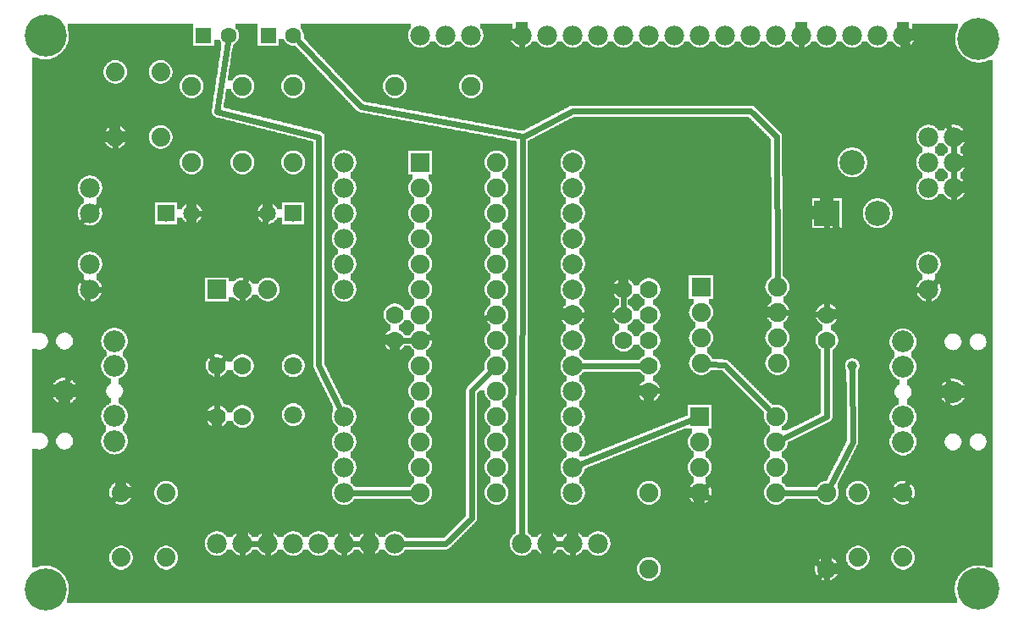
<source format=gbl>
G04 MADE WITH FRITZING*
G04 WWW.FRITZING.ORG*
G04 DOUBLE SIDED*
G04 HOLES PLATED*
G04 CONTOUR ON CENTER OF CONTOUR VECTOR*
%ASAXBY*%
%FSLAX23Y23*%
%MOIN*%
%OFA0B0*%
%SFA1.0B1.0*%
%ADD10C,0.075000*%
%ADD11C,0.078000*%
%ADD12C,0.078740*%
%ADD13C,0.039370*%
%ADD14C,0.165354*%
%ADD15C,0.086000*%
%ADD16C,0.070925*%
%ADD17C,0.070866*%
%ADD18C,0.074000*%
%ADD19C,0.062992*%
%ADD20C,0.070000*%
%ADD21C,0.099000*%
%ADD22C,0.065000*%
%ADD23R,0.075000X0.075000*%
%ADD24R,0.062992X0.062992*%
%ADD25R,0.099000X0.099000*%
%ADD26C,0.024000*%
%ADD27R,0.001000X0.001000*%
%LNCOPPER0*%
G90*
G70*
G54D10*
X1173Y2274D03*
X1567Y1775D03*
X1867Y1775D03*
X1567Y1675D03*
X1867Y1675D03*
X1567Y1575D03*
X1867Y1575D03*
X1567Y1475D03*
X1867Y1475D03*
X1567Y1375D03*
X1867Y1375D03*
X1567Y1275D03*
X1867Y1275D03*
X1567Y1175D03*
X1867Y1175D03*
X1567Y1075D03*
X1867Y1075D03*
X1567Y975D03*
X1867Y975D03*
X1567Y875D03*
X1867Y875D03*
X1567Y775D03*
X1867Y775D03*
X1567Y675D03*
X1867Y675D03*
X1567Y575D03*
X1867Y575D03*
X1567Y475D03*
X1867Y475D03*
G54D11*
X1267Y1775D03*
X1267Y1675D03*
X1267Y1575D03*
X1267Y1475D03*
X1267Y1375D03*
X1267Y1275D03*
X1267Y775D03*
X1267Y675D03*
X1267Y575D03*
X1267Y475D03*
G54D12*
X2167Y1775D03*
X2167Y1675D03*
X2167Y1575D03*
X2167Y1475D03*
X2167Y1375D03*
X2167Y1275D03*
X2167Y1175D03*
X2167Y1075D03*
X2167Y975D03*
G54D13*
X3267Y975D03*
G54D11*
X3567Y1875D03*
X3567Y1775D03*
X3567Y1675D03*
X3667Y1875D03*
X3667Y1775D03*
X3667Y1675D03*
G54D14*
X91Y2273D03*
X91Y95D03*
X3762Y96D03*
G54D11*
X1467Y275D03*
X1367Y275D03*
X1267Y275D03*
X1167Y275D03*
X1067Y275D03*
X967Y275D03*
X867Y275D03*
X767Y275D03*
X2267Y275D03*
X2167Y275D03*
X2067Y275D03*
X1967Y275D03*
X3567Y1275D03*
X3567Y1375D03*
X267Y1275D03*
X267Y1375D03*
X267Y1675D03*
X267Y1575D03*
X2167Y875D03*
X2167Y775D03*
X2167Y675D03*
X2167Y575D03*
X2167Y475D03*
X3467Y2275D03*
X3367Y2275D03*
X3267Y2275D03*
X3167Y2275D03*
X3067Y2275D03*
X2967Y2275D03*
X2867Y2275D03*
X2767Y2275D03*
X2667Y2275D03*
X2567Y2275D03*
X2467Y2275D03*
X2367Y2275D03*
X2267Y2275D03*
X2167Y2275D03*
X2067Y2275D03*
X1967Y2275D03*
G54D10*
X2672Y1285D03*
X2972Y1285D03*
X2672Y1185D03*
X2972Y1185D03*
X2672Y1085D03*
X2972Y1085D03*
X2672Y985D03*
X2972Y985D03*
X2667Y775D03*
X2967Y775D03*
X2667Y675D03*
X2967Y675D03*
X2667Y575D03*
X2967Y575D03*
X2667Y475D03*
X2967Y475D03*
G54D15*
X167Y875D03*
X364Y973D03*
X364Y1072D03*
X364Y776D03*
X364Y678D03*
X3664Y872D03*
X3467Y773D03*
X3467Y675D03*
X3467Y970D03*
X3467Y1069D03*
G54D16*
X1067Y782D03*
G54D17*
X1067Y975D03*
G54D10*
X2467Y475D03*
X2467Y175D03*
X1767Y2075D03*
X1467Y2075D03*
G54D18*
X367Y1875D03*
X367Y2131D03*
X545Y1875D03*
X545Y2131D03*
X3467Y475D03*
X3467Y219D03*
X3289Y475D03*
X3289Y219D03*
X567Y475D03*
X567Y219D03*
X389Y475D03*
X389Y219D03*
G54D19*
X714Y2275D03*
X812Y2275D03*
X968Y2275D03*
X1067Y2275D03*
G54D20*
X2367Y1175D03*
X2467Y1175D03*
X2367Y1075D03*
X2467Y1075D03*
X2467Y875D03*
X2467Y975D03*
X3167Y1075D03*
X3167Y1175D03*
X2367Y1275D03*
X2467Y1275D03*
X1467Y1175D03*
X1467Y1075D03*
G54D18*
X767Y1275D03*
X867Y1275D03*
X967Y1275D03*
G54D21*
X3367Y1575D03*
X3167Y1575D03*
X3267Y1775D03*
G54D20*
X766Y775D03*
X867Y775D03*
X766Y975D03*
X867Y975D03*
G54D11*
X1567Y2275D03*
X1667Y2275D03*
X1767Y2275D03*
G54D10*
X1067Y1775D03*
X1067Y2075D03*
X667Y1775D03*
X667Y2075D03*
X867Y2075D03*
X867Y1775D03*
X3167Y475D03*
X3167Y175D03*
G54D22*
X967Y1575D03*
X1067Y1575D03*
X667Y1575D03*
X567Y1575D03*
G54D14*
X3764Y2261D03*
G54D23*
X1567Y1775D03*
X2672Y1285D03*
X2667Y775D03*
G54D24*
X714Y2275D03*
X968Y2275D03*
G54D25*
X3167Y1575D03*
G54D26*
X942Y1575D02*
X692Y1575D01*
D02*
X1297Y475D02*
X1538Y475D01*
D02*
X959Y1551D02*
X876Y1304D01*
D02*
X2197Y1175D02*
X2341Y1175D01*
D02*
X166Y1376D02*
X245Y1296D01*
D02*
X166Y1474D02*
X166Y1376D01*
D02*
X2195Y586D02*
X2640Y764D01*
D02*
X245Y1554D02*
X166Y1474D01*
D02*
X3167Y774D02*
X2992Y688D01*
D02*
X259Y1246D02*
X176Y910D01*
D02*
X3167Y1049D02*
X3167Y774D01*
D02*
X568Y1275D02*
X297Y1275D01*
D02*
X2765Y977D02*
X2701Y982D01*
D02*
X752Y997D02*
X568Y1275D01*
D02*
X2946Y795D02*
X2765Y977D01*
D02*
X785Y993D02*
X866Y1075D01*
D02*
X3167Y1201D02*
X3167Y1543D01*
D02*
X866Y1075D02*
X866Y1244D01*
D02*
X3368Y1275D02*
X3537Y1275D01*
D02*
X1594Y1084D02*
X1840Y1166D01*
D02*
X3184Y1549D02*
X3368Y1275D01*
D02*
X2968Y1876D02*
X2867Y1976D01*
D02*
X3067Y2174D02*
X3465Y2174D01*
D02*
X2867Y1976D02*
X2165Y1976D01*
D02*
X3465Y2174D02*
X3466Y2245D01*
D02*
X2165Y1976D02*
X1968Y1873D01*
D02*
X3067Y2245D02*
X3067Y2174D01*
D02*
X1968Y1873D02*
X1967Y305D01*
D02*
X1967Y305D02*
X1968Y1877D01*
D02*
X2972Y1314D02*
X2968Y1876D01*
D02*
X1968Y1877D02*
X1332Y1995D01*
D02*
X3141Y1176D02*
X3001Y1183D01*
D02*
X2766Y876D02*
X2468Y876D01*
D02*
X2468Y876D02*
X2489Y888D01*
D02*
X3666Y1645D02*
X3665Y1376D01*
D02*
X2766Y774D02*
X2766Y876D01*
D02*
X3665Y1376D02*
X3588Y1296D01*
D02*
X2687Y495D02*
X2766Y575D01*
D02*
X3653Y1902D02*
X3480Y2248D01*
D02*
X2766Y575D02*
X2766Y774D01*
D02*
X3667Y1805D02*
X3667Y1845D01*
D02*
X2691Y460D02*
X3142Y190D01*
D02*
X3667Y1705D02*
X3667Y1745D01*
D02*
X2167Y74D02*
X2167Y245D01*
D02*
X2137Y275D02*
X2097Y275D01*
D02*
X3067Y74D02*
X2167Y74D01*
D02*
X1297Y275D02*
X1337Y275D01*
D02*
X3146Y155D02*
X3067Y74D01*
D02*
X866Y75D02*
X366Y76D01*
D02*
X1769Y876D02*
X1769Y375D01*
D02*
X366Y76D02*
X268Y174D01*
D02*
X1847Y955D02*
X1769Y876D01*
D02*
X867Y245D02*
X866Y75D01*
D02*
X1769Y375D02*
X1667Y274D01*
D02*
X268Y174D02*
X268Y374D01*
D02*
X1667Y274D02*
X1497Y275D01*
D02*
X268Y374D02*
X365Y455D01*
D02*
X2441Y975D02*
X2197Y975D01*
D02*
X937Y275D02*
X897Y275D01*
D02*
X1337Y275D02*
X1297Y275D01*
D02*
X3568Y374D02*
X3568Y174D01*
D02*
X3466Y76D02*
X3168Y74D01*
D02*
X3168Y74D02*
X3167Y146D01*
D02*
X3489Y453D02*
X3568Y374D01*
D02*
X1267Y175D02*
X968Y175D01*
D02*
X968Y175D02*
X967Y245D01*
D02*
X1267Y245D02*
X1267Y175D01*
D02*
X3480Y503D02*
X3647Y839D01*
D02*
X3068Y2176D02*
X1966Y2176D01*
D02*
X1966Y2176D02*
X1967Y2245D01*
D02*
X3067Y2245D02*
X3068Y2176D01*
D02*
X3367Y1582D02*
X3367Y1575D01*
D02*
X1493Y1075D02*
X1538Y1075D01*
D02*
X766Y949D02*
X766Y801D01*
D02*
X2367Y1249D02*
X2367Y1201D01*
D02*
X3467Y675D02*
X3455Y686D01*
D02*
X3567Y1245D02*
X3567Y1075D01*
D02*
X3567Y1075D02*
X3648Y905D01*
D02*
X1167Y976D02*
X1167Y1875D01*
D02*
X1167Y1875D02*
X767Y1975D01*
D02*
X1253Y802D02*
X1167Y976D01*
D02*
X3568Y174D02*
X3466Y76D01*
D02*
X366Y1675D02*
X367Y1844D01*
D02*
X288Y1596D02*
X366Y1675D01*
D02*
X767Y1975D02*
X808Y2248D01*
D02*
X1332Y1995D02*
X1085Y2255D01*
D02*
X2995Y475D02*
X3138Y475D01*
D02*
X3267Y956D02*
X3268Y675D01*
D02*
X3268Y675D02*
X3180Y500D01*
G36*
X3606Y1850D02*
X3606Y1846D01*
X3604Y1846D01*
X3604Y1844D01*
X3602Y1844D01*
X3602Y1842D01*
X3600Y1842D01*
X3600Y1840D01*
X3598Y1840D01*
X3598Y1838D01*
X3596Y1838D01*
X3596Y1836D01*
X3594Y1836D01*
X3594Y1834D01*
X3592Y1834D01*
X3592Y1814D01*
X3594Y1814D01*
X3594Y1812D01*
X3598Y1812D01*
X3598Y1810D01*
X3600Y1810D01*
X3600Y1808D01*
X3602Y1808D01*
X3602Y1806D01*
X3604Y1806D01*
X3604Y1802D01*
X3606Y1802D01*
X3606Y1800D01*
X3626Y1800D01*
X3626Y1802D01*
X3628Y1802D01*
X3628Y1804D01*
X3630Y1804D01*
X3630Y1806D01*
X3632Y1806D01*
X3632Y1808D01*
X3634Y1808D01*
X3634Y1810D01*
X3636Y1810D01*
X3636Y1812D01*
X3638Y1812D01*
X3638Y1814D01*
X3642Y1814D01*
X3642Y1834D01*
X3640Y1834D01*
X3640Y1836D01*
X3638Y1836D01*
X3638Y1838D01*
X3636Y1838D01*
X3636Y1840D01*
X3634Y1840D01*
X3634Y1842D01*
X3632Y1842D01*
X3632Y1844D01*
X3630Y1844D01*
X3630Y1846D01*
X3628Y1846D01*
X3628Y1848D01*
X3626Y1848D01*
X3626Y1850D01*
X3606Y1850D01*
G37*
D02*
G36*
X3606Y1750D02*
X3606Y1746D01*
X3604Y1746D01*
X3604Y1744D01*
X3602Y1744D01*
X3602Y1742D01*
X3600Y1742D01*
X3600Y1740D01*
X3598Y1740D01*
X3598Y1738D01*
X3596Y1738D01*
X3596Y1736D01*
X3594Y1736D01*
X3594Y1734D01*
X3592Y1734D01*
X3592Y1714D01*
X3594Y1714D01*
X3594Y1712D01*
X3598Y1712D01*
X3598Y1710D01*
X3600Y1710D01*
X3600Y1708D01*
X3602Y1708D01*
X3602Y1706D01*
X3604Y1706D01*
X3604Y1702D01*
X3606Y1702D01*
X3606Y1700D01*
X3626Y1700D01*
X3626Y1702D01*
X3628Y1702D01*
X3628Y1704D01*
X3630Y1704D01*
X3630Y1706D01*
X3632Y1706D01*
X3632Y1708D01*
X3634Y1708D01*
X3634Y1710D01*
X3636Y1710D01*
X3636Y1712D01*
X3638Y1712D01*
X3638Y1714D01*
X3642Y1714D01*
X3642Y1734D01*
X3640Y1734D01*
X3640Y1736D01*
X3638Y1736D01*
X3638Y1738D01*
X3636Y1738D01*
X3636Y1740D01*
X3634Y1740D01*
X3634Y1742D01*
X3632Y1742D01*
X3632Y1744D01*
X3630Y1744D01*
X3630Y1746D01*
X3628Y1746D01*
X3628Y1748D01*
X3626Y1748D01*
X3626Y1750D01*
X3606Y1750D01*
G37*
D02*
G36*
X2406Y1258D02*
X2406Y1254D01*
X2404Y1254D01*
X2404Y1250D01*
X2402Y1250D01*
X2402Y1248D01*
X2400Y1248D01*
X2400Y1246D01*
X2398Y1246D01*
X2398Y1244D01*
X2396Y1244D01*
X2396Y1242D01*
X2394Y1242D01*
X2394Y1240D01*
X2392Y1240D01*
X2392Y1238D01*
X2388Y1238D01*
X2388Y1236D01*
X2386Y1236D01*
X2386Y1234D01*
X2384Y1234D01*
X2384Y1214D01*
X2388Y1214D01*
X2388Y1212D01*
X2390Y1212D01*
X2390Y1210D01*
X2394Y1210D01*
X2394Y1208D01*
X2396Y1208D01*
X2396Y1206D01*
X2398Y1206D01*
X2398Y1204D01*
X2400Y1204D01*
X2400Y1202D01*
X2402Y1202D01*
X2402Y1198D01*
X2404Y1198D01*
X2404Y1196D01*
X2406Y1196D01*
X2406Y1192D01*
X2426Y1192D01*
X2426Y1194D01*
X2428Y1194D01*
X2428Y1196D01*
X2430Y1196D01*
X2430Y1200D01*
X2432Y1200D01*
X2432Y1202D01*
X2434Y1202D01*
X2434Y1204D01*
X2436Y1204D01*
X2436Y1206D01*
X2438Y1206D01*
X2438Y1208D01*
X2440Y1208D01*
X2440Y1210D01*
X2442Y1210D01*
X2442Y1212D01*
X2446Y1212D01*
X2446Y1214D01*
X2450Y1214D01*
X2450Y1234D01*
X2448Y1234D01*
X2448Y1236D01*
X2444Y1236D01*
X2444Y1238D01*
X2442Y1238D01*
X2442Y1240D01*
X2440Y1240D01*
X2440Y1242D01*
X2438Y1242D01*
X2438Y1244D01*
X2436Y1244D01*
X2436Y1246D01*
X2434Y1246D01*
X2434Y1248D01*
X2432Y1248D01*
X2432Y1250D01*
X2430Y1250D01*
X2430Y1252D01*
X2428Y1252D01*
X2428Y1256D01*
X2426Y1256D01*
X2426Y1258D01*
X2406Y1258D01*
G37*
D02*
G36*
X2406Y1158D02*
X2406Y1154D01*
X2404Y1154D01*
X2404Y1150D01*
X2402Y1150D01*
X2402Y1148D01*
X2400Y1148D01*
X2400Y1146D01*
X2398Y1146D01*
X2398Y1144D01*
X2396Y1144D01*
X2396Y1142D01*
X2394Y1142D01*
X2394Y1140D01*
X2392Y1140D01*
X2392Y1138D01*
X2388Y1138D01*
X2388Y1136D01*
X2386Y1136D01*
X2386Y1134D01*
X2384Y1134D01*
X2384Y1114D01*
X2388Y1114D01*
X2388Y1112D01*
X2390Y1112D01*
X2390Y1110D01*
X2394Y1110D01*
X2394Y1108D01*
X2396Y1108D01*
X2396Y1106D01*
X2398Y1106D01*
X2398Y1104D01*
X2400Y1104D01*
X2400Y1102D01*
X2402Y1102D01*
X2402Y1098D01*
X2404Y1098D01*
X2404Y1096D01*
X2406Y1096D01*
X2406Y1092D01*
X2426Y1092D01*
X2426Y1094D01*
X2428Y1094D01*
X2428Y1096D01*
X2430Y1096D01*
X2430Y1100D01*
X2432Y1100D01*
X2432Y1102D01*
X2434Y1102D01*
X2434Y1104D01*
X2436Y1104D01*
X2436Y1106D01*
X2438Y1106D01*
X2438Y1108D01*
X2440Y1108D01*
X2440Y1110D01*
X2442Y1110D01*
X2442Y1112D01*
X2446Y1112D01*
X2446Y1114D01*
X2450Y1114D01*
X2450Y1134D01*
X2448Y1134D01*
X2448Y1136D01*
X2444Y1136D01*
X2444Y1138D01*
X2442Y1138D01*
X2442Y1140D01*
X2440Y1140D01*
X2440Y1142D01*
X2438Y1142D01*
X2438Y1144D01*
X2436Y1144D01*
X2436Y1146D01*
X2434Y1146D01*
X2434Y1148D01*
X2432Y1148D01*
X2432Y1150D01*
X2430Y1150D01*
X2430Y1152D01*
X2428Y1152D01*
X2428Y1156D01*
X2426Y1156D01*
X2426Y1158D01*
X2406Y1158D01*
G37*
D02*
G36*
X1504Y1154D02*
X1504Y1150D01*
X1502Y1150D01*
X1502Y1148D01*
X1500Y1148D01*
X1500Y1146D01*
X1498Y1146D01*
X1498Y1144D01*
X1496Y1144D01*
X1496Y1142D01*
X1494Y1142D01*
X1494Y1140D01*
X1492Y1140D01*
X1492Y1138D01*
X1488Y1138D01*
X1488Y1136D01*
X1486Y1136D01*
X1486Y1134D01*
X1484Y1134D01*
X1484Y1114D01*
X1488Y1114D01*
X1488Y1112D01*
X1490Y1112D01*
X1490Y1110D01*
X1494Y1110D01*
X1494Y1108D01*
X1496Y1108D01*
X1496Y1106D01*
X1498Y1106D01*
X1498Y1104D01*
X1500Y1104D01*
X1500Y1102D01*
X1502Y1102D01*
X1502Y1098D01*
X1504Y1098D01*
X1504Y1096D01*
X1506Y1096D01*
X1506Y1094D01*
X1526Y1094D01*
X1526Y1098D01*
X1528Y1098D01*
X1528Y1102D01*
X1530Y1102D01*
X1530Y1104D01*
X1532Y1104D01*
X1532Y1106D01*
X1534Y1106D01*
X1534Y1108D01*
X1536Y1108D01*
X1536Y1110D01*
X1538Y1110D01*
X1538Y1112D01*
X1540Y1112D01*
X1540Y1114D01*
X1544Y1114D01*
X1544Y1136D01*
X1540Y1136D01*
X1540Y1138D01*
X1538Y1138D01*
X1538Y1140D01*
X1536Y1140D01*
X1536Y1142D01*
X1534Y1142D01*
X1534Y1144D01*
X1532Y1144D01*
X1532Y1146D01*
X1530Y1146D01*
X1530Y1148D01*
X1528Y1148D01*
X1528Y1150D01*
X1526Y1150D01*
X1526Y1154D01*
X1504Y1154D01*
G37*
D02*
G36*
X178Y2322D02*
X178Y2300D01*
X180Y2300D01*
X180Y2292D01*
X182Y2292D01*
X182Y2282D01*
X184Y2282D01*
X184Y2264D01*
X182Y2264D01*
X182Y2252D01*
X180Y2252D01*
X180Y2246D01*
X178Y2246D01*
X178Y2240D01*
X176Y2240D01*
X176Y2236D01*
X174Y2236D01*
X174Y2234D01*
X672Y2234D01*
X672Y2322D01*
X178Y2322D01*
G37*
D02*
G36*
X840Y2322D02*
X840Y2302D01*
X842Y2302D01*
X842Y2300D01*
X844Y2300D01*
X844Y2298D01*
X846Y2298D01*
X846Y2296D01*
X848Y2296D01*
X848Y2292D01*
X850Y2292D01*
X850Y2288D01*
X852Y2288D01*
X852Y2282D01*
X854Y2282D01*
X854Y2268D01*
X852Y2268D01*
X852Y2262D01*
X850Y2262D01*
X850Y2258D01*
X848Y2258D01*
X848Y2254D01*
X846Y2254D01*
X846Y2252D01*
X844Y2252D01*
X844Y2250D01*
X842Y2250D01*
X842Y2246D01*
X840Y2246D01*
X840Y2244D01*
X836Y2244D01*
X836Y2242D01*
X834Y2242D01*
X834Y2240D01*
X832Y2240D01*
X832Y2238D01*
X828Y2238D01*
X828Y2234D01*
X926Y2234D01*
X926Y2322D01*
X840Y2322D01*
G37*
D02*
G36*
X1096Y2322D02*
X1096Y2300D01*
X1098Y2300D01*
X1098Y2298D01*
X1100Y2298D01*
X1100Y2296D01*
X1102Y2296D01*
X1102Y2292D01*
X1104Y2292D01*
X1104Y2288D01*
X1106Y2288D01*
X1106Y2282D01*
X1108Y2282D01*
X1108Y2262D01*
X1110Y2262D01*
X1110Y2260D01*
X1112Y2260D01*
X1112Y2258D01*
X1114Y2258D01*
X1114Y2256D01*
X1116Y2256D01*
X1116Y2254D01*
X1118Y2254D01*
X1118Y2252D01*
X1120Y2252D01*
X1120Y2250D01*
X1122Y2250D01*
X1122Y2248D01*
X1124Y2248D01*
X1124Y2246D01*
X1126Y2246D01*
X1126Y2242D01*
X1128Y2242D01*
X1128Y2240D01*
X1130Y2240D01*
X1130Y2238D01*
X1132Y2238D01*
X1132Y2236D01*
X1134Y2236D01*
X1134Y2234D01*
X1136Y2234D01*
X1136Y2232D01*
X1138Y2232D01*
X1138Y2230D01*
X1140Y2230D01*
X1140Y2228D01*
X1142Y2228D01*
X1142Y2226D01*
X1556Y2226D01*
X1556Y2228D01*
X1552Y2228D01*
X1552Y2230D01*
X1546Y2230D01*
X1546Y2232D01*
X1544Y2232D01*
X1544Y2234D01*
X1540Y2234D01*
X1540Y2236D01*
X1538Y2236D01*
X1538Y2238D01*
X1536Y2238D01*
X1536Y2240D01*
X1534Y2240D01*
X1534Y2242D01*
X1532Y2242D01*
X1532Y2244D01*
X1530Y2244D01*
X1530Y2246D01*
X1528Y2246D01*
X1528Y2248D01*
X1526Y2248D01*
X1526Y2252D01*
X1524Y2252D01*
X1524Y2254D01*
X1522Y2254D01*
X1522Y2260D01*
X1520Y2260D01*
X1520Y2264D01*
X1518Y2264D01*
X1518Y2284D01*
X1520Y2284D01*
X1520Y2290D01*
X1522Y2290D01*
X1522Y2294D01*
X1524Y2294D01*
X1524Y2298D01*
X1526Y2298D01*
X1526Y2302D01*
X1528Y2302D01*
X1528Y2322D01*
X1096Y2322D01*
G37*
D02*
G36*
X1804Y2322D02*
X1804Y2302D01*
X1806Y2302D01*
X1806Y2300D01*
X1808Y2300D01*
X1808Y2296D01*
X1810Y2296D01*
X1810Y2294D01*
X1812Y2294D01*
X1812Y2288D01*
X1814Y2288D01*
X1814Y2282D01*
X1816Y2282D01*
X1816Y2268D01*
X1814Y2268D01*
X1814Y2262D01*
X1812Y2262D01*
X1812Y2256D01*
X1810Y2256D01*
X1810Y2252D01*
X1808Y2252D01*
X1808Y2250D01*
X1806Y2250D01*
X1806Y2246D01*
X1804Y2246D01*
X1804Y2244D01*
X1802Y2244D01*
X1802Y2242D01*
X1800Y2242D01*
X1800Y2240D01*
X1798Y2240D01*
X1798Y2238D01*
X1796Y2238D01*
X1796Y2236D01*
X1794Y2236D01*
X1794Y2234D01*
X1790Y2234D01*
X1790Y2232D01*
X1786Y2232D01*
X1786Y2230D01*
X1782Y2230D01*
X1782Y2228D01*
X1776Y2228D01*
X1776Y2226D01*
X1956Y2226D01*
X1956Y2228D01*
X1952Y2228D01*
X1952Y2230D01*
X1946Y2230D01*
X1946Y2232D01*
X1944Y2232D01*
X1944Y2234D01*
X1940Y2234D01*
X1940Y2236D01*
X1938Y2236D01*
X1938Y2238D01*
X1936Y2238D01*
X1936Y2240D01*
X1934Y2240D01*
X1934Y2242D01*
X1932Y2242D01*
X1932Y2244D01*
X1930Y2244D01*
X1930Y2246D01*
X1928Y2246D01*
X1928Y2248D01*
X1926Y2248D01*
X1926Y2252D01*
X1924Y2252D01*
X1924Y2254D01*
X1922Y2254D01*
X1922Y2260D01*
X1920Y2260D01*
X1920Y2264D01*
X1918Y2264D01*
X1918Y2284D01*
X1920Y2284D01*
X1920Y2290D01*
X1922Y2290D01*
X1922Y2294D01*
X1924Y2294D01*
X1924Y2298D01*
X1926Y2298D01*
X1926Y2302D01*
X1928Y2302D01*
X1928Y2322D01*
X1804Y2322D01*
G37*
D02*
G36*
X3504Y2322D02*
X3504Y2302D01*
X3506Y2302D01*
X3506Y2300D01*
X3508Y2300D01*
X3508Y2296D01*
X3510Y2296D01*
X3510Y2294D01*
X3512Y2294D01*
X3512Y2288D01*
X3514Y2288D01*
X3514Y2282D01*
X3516Y2282D01*
X3516Y2268D01*
X3514Y2268D01*
X3514Y2262D01*
X3512Y2262D01*
X3512Y2256D01*
X3510Y2256D01*
X3510Y2252D01*
X3508Y2252D01*
X3508Y2250D01*
X3506Y2250D01*
X3506Y2246D01*
X3504Y2246D01*
X3504Y2244D01*
X3502Y2244D01*
X3502Y2242D01*
X3500Y2242D01*
X3500Y2240D01*
X3498Y2240D01*
X3498Y2238D01*
X3496Y2238D01*
X3496Y2236D01*
X3494Y2236D01*
X3494Y2234D01*
X3490Y2234D01*
X3490Y2232D01*
X3486Y2232D01*
X3486Y2230D01*
X3482Y2230D01*
X3482Y2228D01*
X3476Y2228D01*
X3476Y2226D01*
X3678Y2226D01*
X3678Y2230D01*
X3676Y2230D01*
X3676Y2236D01*
X3674Y2236D01*
X3674Y2244D01*
X3672Y2244D01*
X3672Y2276D01*
X3674Y2276D01*
X3674Y2284D01*
X3676Y2284D01*
X3676Y2290D01*
X3678Y2290D01*
X3678Y2296D01*
X3680Y2296D01*
X3680Y2300D01*
X3682Y2300D01*
X3682Y2322D01*
X3504Y2322D01*
G37*
D02*
G36*
X1010Y2260D02*
X1010Y2234D01*
X1056Y2234D01*
X1056Y2236D01*
X1052Y2236D01*
X1052Y2238D01*
X1048Y2238D01*
X1048Y2240D01*
X1044Y2240D01*
X1044Y2242D01*
X1042Y2242D01*
X1042Y2244D01*
X1040Y2244D01*
X1040Y2246D01*
X1038Y2246D01*
X1038Y2248D01*
X1036Y2248D01*
X1036Y2250D01*
X1034Y2250D01*
X1034Y2252D01*
X1032Y2252D01*
X1032Y2256D01*
X1030Y2256D01*
X1030Y2260D01*
X1010Y2260D01*
G37*
D02*
G36*
X756Y2258D02*
X756Y2234D01*
X784Y2234D01*
X784Y2248D01*
X782Y2248D01*
X782Y2250D01*
X780Y2250D01*
X780Y2252D01*
X778Y2252D01*
X778Y2256D01*
X776Y2256D01*
X776Y2258D01*
X756Y2258D01*
G37*
D02*
G36*
X1606Y2250D02*
X1606Y2246D01*
X1604Y2246D01*
X1604Y2244D01*
X1602Y2244D01*
X1602Y2242D01*
X1600Y2242D01*
X1600Y2240D01*
X1598Y2240D01*
X1598Y2238D01*
X1596Y2238D01*
X1596Y2236D01*
X1594Y2236D01*
X1594Y2234D01*
X1590Y2234D01*
X1590Y2232D01*
X1586Y2232D01*
X1586Y2230D01*
X1582Y2230D01*
X1582Y2228D01*
X1576Y2228D01*
X1576Y2226D01*
X1656Y2226D01*
X1656Y2228D01*
X1652Y2228D01*
X1652Y2230D01*
X1646Y2230D01*
X1646Y2232D01*
X1644Y2232D01*
X1644Y2234D01*
X1640Y2234D01*
X1640Y2236D01*
X1638Y2236D01*
X1638Y2238D01*
X1636Y2238D01*
X1636Y2240D01*
X1634Y2240D01*
X1634Y2242D01*
X1632Y2242D01*
X1632Y2244D01*
X1630Y2244D01*
X1630Y2246D01*
X1628Y2246D01*
X1628Y2248D01*
X1626Y2248D01*
X1626Y2250D01*
X1606Y2250D01*
G37*
D02*
G36*
X1706Y2250D02*
X1706Y2246D01*
X1704Y2246D01*
X1704Y2244D01*
X1702Y2244D01*
X1702Y2242D01*
X1700Y2242D01*
X1700Y2240D01*
X1698Y2240D01*
X1698Y2238D01*
X1696Y2238D01*
X1696Y2236D01*
X1694Y2236D01*
X1694Y2234D01*
X1690Y2234D01*
X1690Y2232D01*
X1686Y2232D01*
X1686Y2230D01*
X1682Y2230D01*
X1682Y2228D01*
X1676Y2228D01*
X1676Y2226D01*
X1756Y2226D01*
X1756Y2228D01*
X1752Y2228D01*
X1752Y2230D01*
X1746Y2230D01*
X1746Y2232D01*
X1744Y2232D01*
X1744Y2234D01*
X1740Y2234D01*
X1740Y2236D01*
X1738Y2236D01*
X1738Y2238D01*
X1736Y2238D01*
X1736Y2240D01*
X1734Y2240D01*
X1734Y2242D01*
X1732Y2242D01*
X1732Y2244D01*
X1730Y2244D01*
X1730Y2246D01*
X1728Y2246D01*
X1728Y2248D01*
X1726Y2248D01*
X1726Y2250D01*
X1706Y2250D01*
G37*
D02*
G36*
X2006Y2250D02*
X2006Y2246D01*
X2004Y2246D01*
X2004Y2244D01*
X2002Y2244D01*
X2002Y2242D01*
X2000Y2242D01*
X2000Y2240D01*
X1998Y2240D01*
X1998Y2238D01*
X1996Y2238D01*
X1996Y2236D01*
X1994Y2236D01*
X1994Y2234D01*
X1990Y2234D01*
X1990Y2232D01*
X1986Y2232D01*
X1986Y2230D01*
X1982Y2230D01*
X1982Y2228D01*
X1976Y2228D01*
X1976Y2226D01*
X2056Y2226D01*
X2056Y2228D01*
X2052Y2228D01*
X2052Y2230D01*
X2046Y2230D01*
X2046Y2232D01*
X2044Y2232D01*
X2044Y2234D01*
X2040Y2234D01*
X2040Y2236D01*
X2038Y2236D01*
X2038Y2238D01*
X2036Y2238D01*
X2036Y2240D01*
X2034Y2240D01*
X2034Y2242D01*
X2032Y2242D01*
X2032Y2244D01*
X2030Y2244D01*
X2030Y2246D01*
X2028Y2246D01*
X2028Y2248D01*
X2026Y2248D01*
X2026Y2250D01*
X2006Y2250D01*
G37*
D02*
G36*
X2106Y2250D02*
X2106Y2246D01*
X2104Y2246D01*
X2104Y2244D01*
X2102Y2244D01*
X2102Y2242D01*
X2100Y2242D01*
X2100Y2240D01*
X2098Y2240D01*
X2098Y2238D01*
X2096Y2238D01*
X2096Y2236D01*
X2094Y2236D01*
X2094Y2234D01*
X2090Y2234D01*
X2090Y2232D01*
X2086Y2232D01*
X2086Y2230D01*
X2082Y2230D01*
X2082Y2228D01*
X2076Y2228D01*
X2076Y2226D01*
X2156Y2226D01*
X2156Y2228D01*
X2152Y2228D01*
X2152Y2230D01*
X2146Y2230D01*
X2146Y2232D01*
X2144Y2232D01*
X2144Y2234D01*
X2140Y2234D01*
X2140Y2236D01*
X2138Y2236D01*
X2138Y2238D01*
X2136Y2238D01*
X2136Y2240D01*
X2134Y2240D01*
X2134Y2242D01*
X2132Y2242D01*
X2132Y2244D01*
X2130Y2244D01*
X2130Y2246D01*
X2128Y2246D01*
X2128Y2248D01*
X2126Y2248D01*
X2126Y2250D01*
X2106Y2250D01*
G37*
D02*
G36*
X2206Y2250D02*
X2206Y2246D01*
X2204Y2246D01*
X2204Y2244D01*
X2202Y2244D01*
X2202Y2242D01*
X2200Y2242D01*
X2200Y2240D01*
X2198Y2240D01*
X2198Y2238D01*
X2196Y2238D01*
X2196Y2236D01*
X2194Y2236D01*
X2194Y2234D01*
X2190Y2234D01*
X2190Y2232D01*
X2186Y2232D01*
X2186Y2230D01*
X2182Y2230D01*
X2182Y2228D01*
X2176Y2228D01*
X2176Y2226D01*
X2256Y2226D01*
X2256Y2228D01*
X2252Y2228D01*
X2252Y2230D01*
X2246Y2230D01*
X2246Y2232D01*
X2244Y2232D01*
X2244Y2234D01*
X2240Y2234D01*
X2240Y2236D01*
X2238Y2236D01*
X2238Y2238D01*
X2236Y2238D01*
X2236Y2240D01*
X2234Y2240D01*
X2234Y2242D01*
X2232Y2242D01*
X2232Y2244D01*
X2230Y2244D01*
X2230Y2246D01*
X2228Y2246D01*
X2228Y2248D01*
X2226Y2248D01*
X2226Y2250D01*
X2206Y2250D01*
G37*
D02*
G36*
X2306Y2250D02*
X2306Y2246D01*
X2304Y2246D01*
X2304Y2244D01*
X2302Y2244D01*
X2302Y2242D01*
X2300Y2242D01*
X2300Y2240D01*
X2298Y2240D01*
X2298Y2238D01*
X2296Y2238D01*
X2296Y2236D01*
X2294Y2236D01*
X2294Y2234D01*
X2290Y2234D01*
X2290Y2232D01*
X2286Y2232D01*
X2286Y2230D01*
X2282Y2230D01*
X2282Y2228D01*
X2276Y2228D01*
X2276Y2226D01*
X2356Y2226D01*
X2356Y2228D01*
X2352Y2228D01*
X2352Y2230D01*
X2346Y2230D01*
X2346Y2232D01*
X2344Y2232D01*
X2344Y2234D01*
X2340Y2234D01*
X2340Y2236D01*
X2338Y2236D01*
X2338Y2238D01*
X2336Y2238D01*
X2336Y2240D01*
X2334Y2240D01*
X2334Y2242D01*
X2332Y2242D01*
X2332Y2244D01*
X2330Y2244D01*
X2330Y2246D01*
X2328Y2246D01*
X2328Y2248D01*
X2326Y2248D01*
X2326Y2250D01*
X2306Y2250D01*
G37*
D02*
G36*
X2406Y2250D02*
X2406Y2246D01*
X2404Y2246D01*
X2404Y2244D01*
X2402Y2244D01*
X2402Y2242D01*
X2400Y2242D01*
X2400Y2240D01*
X2398Y2240D01*
X2398Y2238D01*
X2396Y2238D01*
X2396Y2236D01*
X2394Y2236D01*
X2394Y2234D01*
X2390Y2234D01*
X2390Y2232D01*
X2386Y2232D01*
X2386Y2230D01*
X2382Y2230D01*
X2382Y2228D01*
X2376Y2228D01*
X2376Y2226D01*
X2456Y2226D01*
X2456Y2228D01*
X2452Y2228D01*
X2452Y2230D01*
X2446Y2230D01*
X2446Y2232D01*
X2444Y2232D01*
X2444Y2234D01*
X2440Y2234D01*
X2440Y2236D01*
X2438Y2236D01*
X2438Y2238D01*
X2436Y2238D01*
X2436Y2240D01*
X2434Y2240D01*
X2434Y2242D01*
X2432Y2242D01*
X2432Y2244D01*
X2430Y2244D01*
X2430Y2246D01*
X2428Y2246D01*
X2428Y2248D01*
X2426Y2248D01*
X2426Y2250D01*
X2406Y2250D01*
G37*
D02*
G36*
X2506Y2250D02*
X2506Y2246D01*
X2504Y2246D01*
X2504Y2244D01*
X2502Y2244D01*
X2502Y2242D01*
X2500Y2242D01*
X2500Y2240D01*
X2498Y2240D01*
X2498Y2238D01*
X2496Y2238D01*
X2496Y2236D01*
X2494Y2236D01*
X2494Y2234D01*
X2490Y2234D01*
X2490Y2232D01*
X2486Y2232D01*
X2486Y2230D01*
X2482Y2230D01*
X2482Y2228D01*
X2476Y2228D01*
X2476Y2226D01*
X2556Y2226D01*
X2556Y2228D01*
X2552Y2228D01*
X2552Y2230D01*
X2546Y2230D01*
X2546Y2232D01*
X2544Y2232D01*
X2544Y2234D01*
X2540Y2234D01*
X2540Y2236D01*
X2538Y2236D01*
X2538Y2238D01*
X2536Y2238D01*
X2536Y2240D01*
X2534Y2240D01*
X2534Y2242D01*
X2532Y2242D01*
X2532Y2244D01*
X2530Y2244D01*
X2530Y2246D01*
X2528Y2246D01*
X2528Y2248D01*
X2526Y2248D01*
X2526Y2250D01*
X2506Y2250D01*
G37*
D02*
G36*
X2606Y2250D02*
X2606Y2246D01*
X2604Y2246D01*
X2604Y2244D01*
X2602Y2244D01*
X2602Y2242D01*
X2600Y2242D01*
X2600Y2240D01*
X2598Y2240D01*
X2598Y2238D01*
X2596Y2238D01*
X2596Y2236D01*
X2594Y2236D01*
X2594Y2234D01*
X2590Y2234D01*
X2590Y2232D01*
X2586Y2232D01*
X2586Y2230D01*
X2582Y2230D01*
X2582Y2228D01*
X2576Y2228D01*
X2576Y2226D01*
X2656Y2226D01*
X2656Y2228D01*
X2652Y2228D01*
X2652Y2230D01*
X2646Y2230D01*
X2646Y2232D01*
X2644Y2232D01*
X2644Y2234D01*
X2640Y2234D01*
X2640Y2236D01*
X2638Y2236D01*
X2638Y2238D01*
X2636Y2238D01*
X2636Y2240D01*
X2634Y2240D01*
X2634Y2242D01*
X2632Y2242D01*
X2632Y2244D01*
X2630Y2244D01*
X2630Y2246D01*
X2628Y2246D01*
X2628Y2248D01*
X2626Y2248D01*
X2626Y2250D01*
X2606Y2250D01*
G37*
D02*
G36*
X2706Y2250D02*
X2706Y2246D01*
X2704Y2246D01*
X2704Y2244D01*
X2702Y2244D01*
X2702Y2242D01*
X2700Y2242D01*
X2700Y2240D01*
X2698Y2240D01*
X2698Y2238D01*
X2696Y2238D01*
X2696Y2236D01*
X2694Y2236D01*
X2694Y2234D01*
X2690Y2234D01*
X2690Y2232D01*
X2686Y2232D01*
X2686Y2230D01*
X2682Y2230D01*
X2682Y2228D01*
X2676Y2228D01*
X2676Y2226D01*
X2756Y2226D01*
X2756Y2228D01*
X2752Y2228D01*
X2752Y2230D01*
X2746Y2230D01*
X2746Y2232D01*
X2744Y2232D01*
X2744Y2234D01*
X2740Y2234D01*
X2740Y2236D01*
X2738Y2236D01*
X2738Y2238D01*
X2736Y2238D01*
X2736Y2240D01*
X2734Y2240D01*
X2734Y2242D01*
X2732Y2242D01*
X2732Y2244D01*
X2730Y2244D01*
X2730Y2246D01*
X2728Y2246D01*
X2728Y2248D01*
X2726Y2248D01*
X2726Y2250D01*
X2706Y2250D01*
G37*
D02*
G36*
X2806Y2250D02*
X2806Y2246D01*
X2804Y2246D01*
X2804Y2244D01*
X2802Y2244D01*
X2802Y2242D01*
X2800Y2242D01*
X2800Y2240D01*
X2798Y2240D01*
X2798Y2238D01*
X2796Y2238D01*
X2796Y2236D01*
X2794Y2236D01*
X2794Y2234D01*
X2790Y2234D01*
X2790Y2232D01*
X2786Y2232D01*
X2786Y2230D01*
X2782Y2230D01*
X2782Y2228D01*
X2776Y2228D01*
X2776Y2226D01*
X2856Y2226D01*
X2856Y2228D01*
X2852Y2228D01*
X2852Y2230D01*
X2846Y2230D01*
X2846Y2232D01*
X2844Y2232D01*
X2844Y2234D01*
X2840Y2234D01*
X2840Y2236D01*
X2838Y2236D01*
X2838Y2238D01*
X2836Y2238D01*
X2836Y2240D01*
X2834Y2240D01*
X2834Y2242D01*
X2832Y2242D01*
X2832Y2244D01*
X2830Y2244D01*
X2830Y2246D01*
X2828Y2246D01*
X2828Y2248D01*
X2826Y2248D01*
X2826Y2250D01*
X2806Y2250D01*
G37*
D02*
G36*
X2906Y2250D02*
X2906Y2246D01*
X2904Y2246D01*
X2904Y2244D01*
X2902Y2244D01*
X2902Y2242D01*
X2900Y2242D01*
X2900Y2240D01*
X2898Y2240D01*
X2898Y2238D01*
X2896Y2238D01*
X2896Y2236D01*
X2894Y2236D01*
X2894Y2234D01*
X2890Y2234D01*
X2890Y2232D01*
X2886Y2232D01*
X2886Y2230D01*
X2882Y2230D01*
X2882Y2228D01*
X2876Y2228D01*
X2876Y2226D01*
X2956Y2226D01*
X2956Y2228D01*
X2952Y2228D01*
X2952Y2230D01*
X2946Y2230D01*
X2946Y2232D01*
X2944Y2232D01*
X2944Y2234D01*
X2940Y2234D01*
X2940Y2236D01*
X2938Y2236D01*
X2938Y2238D01*
X2936Y2238D01*
X2936Y2240D01*
X2934Y2240D01*
X2934Y2242D01*
X2932Y2242D01*
X2932Y2244D01*
X2930Y2244D01*
X2930Y2246D01*
X2928Y2246D01*
X2928Y2248D01*
X2926Y2248D01*
X2926Y2250D01*
X2906Y2250D01*
G37*
D02*
G36*
X3006Y2250D02*
X3006Y2246D01*
X3004Y2246D01*
X3004Y2244D01*
X3002Y2244D01*
X3002Y2242D01*
X3000Y2242D01*
X3000Y2240D01*
X2998Y2240D01*
X2998Y2238D01*
X2996Y2238D01*
X2996Y2236D01*
X2994Y2236D01*
X2994Y2234D01*
X2990Y2234D01*
X2990Y2232D01*
X2986Y2232D01*
X2986Y2230D01*
X2982Y2230D01*
X2982Y2228D01*
X2976Y2228D01*
X2976Y2226D01*
X3056Y2226D01*
X3056Y2228D01*
X3052Y2228D01*
X3052Y2230D01*
X3046Y2230D01*
X3046Y2232D01*
X3044Y2232D01*
X3044Y2234D01*
X3040Y2234D01*
X3040Y2236D01*
X3038Y2236D01*
X3038Y2238D01*
X3036Y2238D01*
X3036Y2240D01*
X3034Y2240D01*
X3034Y2242D01*
X3032Y2242D01*
X3032Y2244D01*
X3030Y2244D01*
X3030Y2246D01*
X3028Y2246D01*
X3028Y2248D01*
X3026Y2248D01*
X3026Y2250D01*
X3006Y2250D01*
G37*
D02*
G36*
X3106Y2250D02*
X3106Y2246D01*
X3104Y2246D01*
X3104Y2244D01*
X3102Y2244D01*
X3102Y2242D01*
X3100Y2242D01*
X3100Y2240D01*
X3098Y2240D01*
X3098Y2238D01*
X3096Y2238D01*
X3096Y2236D01*
X3094Y2236D01*
X3094Y2234D01*
X3090Y2234D01*
X3090Y2232D01*
X3086Y2232D01*
X3086Y2230D01*
X3082Y2230D01*
X3082Y2228D01*
X3076Y2228D01*
X3076Y2226D01*
X3156Y2226D01*
X3156Y2228D01*
X3152Y2228D01*
X3152Y2230D01*
X3146Y2230D01*
X3146Y2232D01*
X3144Y2232D01*
X3144Y2234D01*
X3140Y2234D01*
X3140Y2236D01*
X3138Y2236D01*
X3138Y2238D01*
X3136Y2238D01*
X3136Y2240D01*
X3134Y2240D01*
X3134Y2242D01*
X3132Y2242D01*
X3132Y2244D01*
X3130Y2244D01*
X3130Y2246D01*
X3128Y2246D01*
X3128Y2248D01*
X3126Y2248D01*
X3126Y2250D01*
X3106Y2250D01*
G37*
D02*
G36*
X3206Y2250D02*
X3206Y2246D01*
X3204Y2246D01*
X3204Y2244D01*
X3202Y2244D01*
X3202Y2242D01*
X3200Y2242D01*
X3200Y2240D01*
X3198Y2240D01*
X3198Y2238D01*
X3196Y2238D01*
X3196Y2236D01*
X3194Y2236D01*
X3194Y2234D01*
X3190Y2234D01*
X3190Y2232D01*
X3186Y2232D01*
X3186Y2230D01*
X3182Y2230D01*
X3182Y2228D01*
X3176Y2228D01*
X3176Y2226D01*
X3256Y2226D01*
X3256Y2228D01*
X3252Y2228D01*
X3252Y2230D01*
X3246Y2230D01*
X3246Y2232D01*
X3244Y2232D01*
X3244Y2234D01*
X3240Y2234D01*
X3240Y2236D01*
X3238Y2236D01*
X3238Y2238D01*
X3236Y2238D01*
X3236Y2240D01*
X3234Y2240D01*
X3234Y2242D01*
X3232Y2242D01*
X3232Y2244D01*
X3230Y2244D01*
X3230Y2246D01*
X3228Y2246D01*
X3228Y2248D01*
X3226Y2248D01*
X3226Y2250D01*
X3206Y2250D01*
G37*
D02*
G36*
X3306Y2250D02*
X3306Y2246D01*
X3304Y2246D01*
X3304Y2244D01*
X3302Y2244D01*
X3302Y2242D01*
X3300Y2242D01*
X3300Y2240D01*
X3298Y2240D01*
X3298Y2238D01*
X3296Y2238D01*
X3296Y2236D01*
X3294Y2236D01*
X3294Y2234D01*
X3290Y2234D01*
X3290Y2232D01*
X3286Y2232D01*
X3286Y2230D01*
X3282Y2230D01*
X3282Y2228D01*
X3276Y2228D01*
X3276Y2226D01*
X3356Y2226D01*
X3356Y2228D01*
X3352Y2228D01*
X3352Y2230D01*
X3346Y2230D01*
X3346Y2232D01*
X3344Y2232D01*
X3344Y2234D01*
X3340Y2234D01*
X3340Y2236D01*
X3338Y2236D01*
X3338Y2238D01*
X3336Y2238D01*
X3336Y2240D01*
X3334Y2240D01*
X3334Y2242D01*
X3332Y2242D01*
X3332Y2244D01*
X3330Y2244D01*
X3330Y2246D01*
X3328Y2246D01*
X3328Y2248D01*
X3326Y2248D01*
X3326Y2250D01*
X3306Y2250D01*
G37*
D02*
G36*
X3406Y2250D02*
X3406Y2246D01*
X3404Y2246D01*
X3404Y2244D01*
X3402Y2244D01*
X3402Y2242D01*
X3400Y2242D01*
X3400Y2240D01*
X3398Y2240D01*
X3398Y2238D01*
X3396Y2238D01*
X3396Y2236D01*
X3394Y2236D01*
X3394Y2234D01*
X3390Y2234D01*
X3390Y2232D01*
X3386Y2232D01*
X3386Y2230D01*
X3382Y2230D01*
X3382Y2228D01*
X3376Y2228D01*
X3376Y2226D01*
X3456Y2226D01*
X3456Y2228D01*
X3452Y2228D01*
X3452Y2230D01*
X3446Y2230D01*
X3446Y2232D01*
X3444Y2232D01*
X3444Y2234D01*
X3440Y2234D01*
X3440Y2236D01*
X3438Y2236D01*
X3438Y2238D01*
X3436Y2238D01*
X3436Y2240D01*
X3434Y2240D01*
X3434Y2242D01*
X3432Y2242D01*
X3432Y2244D01*
X3430Y2244D01*
X3430Y2246D01*
X3428Y2246D01*
X3428Y2248D01*
X3426Y2248D01*
X3426Y2250D01*
X3406Y2250D01*
G37*
D02*
G36*
X174Y2234D02*
X174Y2232D01*
X784Y2232D01*
X784Y2234D01*
X174Y2234D01*
G37*
D02*
G36*
X174Y2234D02*
X174Y2232D01*
X784Y2232D01*
X784Y2234D01*
X174Y2234D01*
G37*
D02*
G36*
X828Y2234D02*
X828Y2232D01*
X1076Y2232D01*
X1076Y2234D01*
X828Y2234D01*
G37*
D02*
G36*
X828Y2234D02*
X828Y2232D01*
X1076Y2232D01*
X1076Y2234D01*
X828Y2234D01*
G37*
D02*
G36*
X172Y2232D02*
X172Y2228D01*
X170Y2228D01*
X170Y2226D01*
X168Y2226D01*
X168Y2222D01*
X166Y2222D01*
X166Y2220D01*
X164Y2220D01*
X164Y2216D01*
X162Y2216D01*
X162Y2214D01*
X160Y2214D01*
X160Y2212D01*
X158Y2212D01*
X158Y2210D01*
X156Y2210D01*
X156Y2208D01*
X154Y2208D01*
X154Y2206D01*
X152Y2206D01*
X152Y2204D01*
X150Y2204D01*
X150Y2202D01*
X148Y2202D01*
X148Y2200D01*
X144Y2200D01*
X144Y2198D01*
X142Y2198D01*
X142Y2196D01*
X140Y2196D01*
X140Y2194D01*
X136Y2194D01*
X136Y2192D01*
X132Y2192D01*
X132Y2190D01*
X128Y2190D01*
X128Y2188D01*
X124Y2188D01*
X124Y2186D01*
X120Y2186D01*
X120Y2184D01*
X112Y2184D01*
X112Y2182D01*
X104Y2182D01*
X104Y2180D01*
X776Y2180D01*
X776Y2188D01*
X778Y2188D01*
X778Y2202D01*
X780Y2202D01*
X780Y2214D01*
X782Y2214D01*
X782Y2228D01*
X784Y2228D01*
X784Y2232D01*
X172Y2232D01*
G37*
D02*
G36*
X828Y2232D02*
X828Y2224D01*
X826Y2224D01*
X826Y2212D01*
X824Y2212D01*
X824Y2198D01*
X822Y2198D01*
X822Y2184D01*
X820Y2184D01*
X820Y2172D01*
X818Y2172D01*
X818Y2158D01*
X816Y2158D01*
X816Y2144D01*
X814Y2144D01*
X814Y2132D01*
X812Y2132D01*
X812Y2122D01*
X1076Y2122D01*
X1076Y2120D01*
X1082Y2120D01*
X1082Y2118D01*
X1086Y2118D01*
X1086Y2116D01*
X1090Y2116D01*
X1090Y2114D01*
X1092Y2114D01*
X1092Y2112D01*
X1094Y2112D01*
X1094Y2110D01*
X1098Y2110D01*
X1098Y2108D01*
X1100Y2108D01*
X1100Y2106D01*
X1102Y2106D01*
X1102Y2102D01*
X1104Y2102D01*
X1104Y2100D01*
X1106Y2100D01*
X1106Y2098D01*
X1108Y2098D01*
X1108Y2094D01*
X1110Y2094D01*
X1110Y2090D01*
X1112Y2090D01*
X1112Y2084D01*
X1114Y2084D01*
X1114Y2066D01*
X1112Y2066D01*
X1112Y2060D01*
X1110Y2060D01*
X1110Y2056D01*
X1108Y2056D01*
X1108Y2052D01*
X1106Y2052D01*
X1106Y2048D01*
X1104Y2048D01*
X1104Y2046D01*
X1102Y2046D01*
X1102Y2044D01*
X1100Y2044D01*
X1100Y2042D01*
X1098Y2042D01*
X1098Y2040D01*
X1096Y2040D01*
X1096Y2038D01*
X1094Y2038D01*
X1094Y2036D01*
X1090Y2036D01*
X1090Y2034D01*
X1086Y2034D01*
X1086Y2032D01*
X1084Y2032D01*
X1084Y2030D01*
X1078Y2030D01*
X1078Y2028D01*
X1268Y2028D01*
X1268Y2030D01*
X1266Y2030D01*
X1266Y2034D01*
X1264Y2034D01*
X1264Y2036D01*
X1262Y2036D01*
X1262Y2038D01*
X1260Y2038D01*
X1260Y2040D01*
X1258Y2040D01*
X1258Y2042D01*
X1256Y2042D01*
X1256Y2044D01*
X1254Y2044D01*
X1254Y2046D01*
X1252Y2046D01*
X1252Y2048D01*
X1250Y2048D01*
X1250Y2050D01*
X1248Y2050D01*
X1248Y2052D01*
X1246Y2052D01*
X1246Y2054D01*
X1244Y2054D01*
X1244Y2056D01*
X1242Y2056D01*
X1242Y2058D01*
X1240Y2058D01*
X1240Y2060D01*
X1238Y2060D01*
X1238Y2062D01*
X1236Y2062D01*
X1236Y2064D01*
X1234Y2064D01*
X1234Y2066D01*
X1232Y2066D01*
X1232Y2068D01*
X1230Y2068D01*
X1230Y2072D01*
X1228Y2072D01*
X1228Y2074D01*
X1226Y2074D01*
X1226Y2076D01*
X1224Y2076D01*
X1224Y2078D01*
X1222Y2078D01*
X1222Y2080D01*
X1220Y2080D01*
X1220Y2082D01*
X1218Y2082D01*
X1218Y2084D01*
X1216Y2084D01*
X1216Y2086D01*
X1214Y2086D01*
X1214Y2088D01*
X1212Y2088D01*
X1212Y2090D01*
X1210Y2090D01*
X1210Y2092D01*
X1208Y2092D01*
X1208Y2094D01*
X1206Y2094D01*
X1206Y2096D01*
X1204Y2096D01*
X1204Y2098D01*
X1202Y2098D01*
X1202Y2100D01*
X1200Y2100D01*
X1200Y2102D01*
X1198Y2102D01*
X1198Y2104D01*
X1196Y2104D01*
X1196Y2108D01*
X1194Y2108D01*
X1194Y2110D01*
X1192Y2110D01*
X1192Y2112D01*
X1190Y2112D01*
X1190Y2114D01*
X1188Y2114D01*
X1188Y2116D01*
X1186Y2116D01*
X1186Y2118D01*
X1184Y2118D01*
X1184Y2120D01*
X1182Y2120D01*
X1182Y2122D01*
X1180Y2122D01*
X1180Y2124D01*
X1178Y2124D01*
X1178Y2126D01*
X1176Y2126D01*
X1176Y2128D01*
X1174Y2128D01*
X1174Y2130D01*
X1172Y2130D01*
X1172Y2132D01*
X1170Y2132D01*
X1170Y2134D01*
X1168Y2134D01*
X1168Y2136D01*
X1166Y2136D01*
X1166Y2138D01*
X1164Y2138D01*
X1164Y2140D01*
X1162Y2140D01*
X1162Y2142D01*
X1160Y2142D01*
X1160Y2146D01*
X1158Y2146D01*
X1158Y2148D01*
X1156Y2148D01*
X1156Y2150D01*
X1154Y2150D01*
X1154Y2152D01*
X1152Y2152D01*
X1152Y2154D01*
X1150Y2154D01*
X1150Y2156D01*
X1148Y2156D01*
X1148Y2158D01*
X1146Y2158D01*
X1146Y2160D01*
X1144Y2160D01*
X1144Y2162D01*
X1142Y2162D01*
X1142Y2164D01*
X1140Y2164D01*
X1140Y2166D01*
X1138Y2166D01*
X1138Y2168D01*
X1136Y2168D01*
X1136Y2170D01*
X1134Y2170D01*
X1134Y2172D01*
X1132Y2172D01*
X1132Y2174D01*
X1130Y2174D01*
X1130Y2176D01*
X1128Y2176D01*
X1128Y2178D01*
X1126Y2178D01*
X1126Y2180D01*
X1124Y2180D01*
X1124Y2184D01*
X1122Y2184D01*
X1122Y2186D01*
X1120Y2186D01*
X1120Y2188D01*
X1118Y2188D01*
X1118Y2190D01*
X1116Y2190D01*
X1116Y2192D01*
X1114Y2192D01*
X1114Y2194D01*
X1112Y2194D01*
X1112Y2196D01*
X1110Y2196D01*
X1110Y2198D01*
X1108Y2198D01*
X1108Y2200D01*
X1106Y2200D01*
X1106Y2202D01*
X1104Y2202D01*
X1104Y2204D01*
X1102Y2204D01*
X1102Y2206D01*
X1100Y2206D01*
X1100Y2208D01*
X1098Y2208D01*
X1098Y2210D01*
X1096Y2210D01*
X1096Y2212D01*
X1094Y2212D01*
X1094Y2214D01*
X1092Y2214D01*
X1092Y2216D01*
X1090Y2216D01*
X1090Y2220D01*
X1088Y2220D01*
X1088Y2222D01*
X1086Y2222D01*
X1086Y2224D01*
X1084Y2224D01*
X1084Y2226D01*
X1082Y2226D01*
X1082Y2228D01*
X1080Y2228D01*
X1080Y2230D01*
X1078Y2230D01*
X1078Y2232D01*
X828Y2232D01*
G37*
D02*
G36*
X1144Y2226D02*
X1144Y2224D01*
X3680Y2224D01*
X3680Y2226D01*
X1144Y2226D01*
G37*
D02*
G36*
X1144Y2226D02*
X1144Y2224D01*
X3680Y2224D01*
X3680Y2226D01*
X1144Y2226D01*
G37*
D02*
G36*
X1144Y2226D02*
X1144Y2224D01*
X3680Y2224D01*
X3680Y2226D01*
X1144Y2226D01*
G37*
D02*
G36*
X1144Y2226D02*
X1144Y2224D01*
X3680Y2224D01*
X3680Y2226D01*
X1144Y2226D01*
G37*
D02*
G36*
X1144Y2226D02*
X1144Y2224D01*
X3680Y2224D01*
X3680Y2226D01*
X1144Y2226D01*
G37*
D02*
G36*
X1144Y2226D02*
X1144Y2224D01*
X3680Y2224D01*
X3680Y2226D01*
X1144Y2226D01*
G37*
D02*
G36*
X1144Y2226D02*
X1144Y2224D01*
X3680Y2224D01*
X3680Y2226D01*
X1144Y2226D01*
G37*
D02*
G36*
X1144Y2226D02*
X1144Y2224D01*
X3680Y2224D01*
X3680Y2226D01*
X1144Y2226D01*
G37*
D02*
G36*
X1144Y2226D02*
X1144Y2224D01*
X3680Y2224D01*
X3680Y2226D01*
X1144Y2226D01*
G37*
D02*
G36*
X1144Y2226D02*
X1144Y2224D01*
X3680Y2224D01*
X3680Y2226D01*
X1144Y2226D01*
G37*
D02*
G36*
X1144Y2226D02*
X1144Y2224D01*
X3680Y2224D01*
X3680Y2226D01*
X1144Y2226D01*
G37*
D02*
G36*
X1144Y2226D02*
X1144Y2224D01*
X3680Y2224D01*
X3680Y2226D01*
X1144Y2226D01*
G37*
D02*
G36*
X1144Y2226D02*
X1144Y2224D01*
X3680Y2224D01*
X3680Y2226D01*
X1144Y2226D01*
G37*
D02*
G36*
X1144Y2226D02*
X1144Y2224D01*
X3680Y2224D01*
X3680Y2226D01*
X1144Y2226D01*
G37*
D02*
G36*
X1144Y2226D02*
X1144Y2224D01*
X3680Y2224D01*
X3680Y2226D01*
X1144Y2226D01*
G37*
D02*
G36*
X1144Y2226D02*
X1144Y2224D01*
X3680Y2224D01*
X3680Y2226D01*
X1144Y2226D01*
G37*
D02*
G36*
X1144Y2226D02*
X1144Y2224D01*
X3680Y2224D01*
X3680Y2226D01*
X1144Y2226D01*
G37*
D02*
G36*
X1144Y2226D02*
X1144Y2224D01*
X3680Y2224D01*
X3680Y2226D01*
X1144Y2226D01*
G37*
D02*
G36*
X1144Y2226D02*
X1144Y2224D01*
X3680Y2224D01*
X3680Y2226D01*
X1144Y2226D01*
G37*
D02*
G36*
X1144Y2226D02*
X1144Y2224D01*
X3680Y2224D01*
X3680Y2226D01*
X1144Y2226D01*
G37*
D02*
G36*
X1146Y2224D02*
X1146Y2222D01*
X1148Y2222D01*
X1148Y2220D01*
X1150Y2220D01*
X1150Y2218D01*
X1152Y2218D01*
X1152Y2216D01*
X1154Y2216D01*
X1154Y2214D01*
X1156Y2214D01*
X1156Y2212D01*
X1158Y2212D01*
X1158Y2210D01*
X1160Y2210D01*
X1160Y2206D01*
X1162Y2206D01*
X1162Y2204D01*
X1164Y2204D01*
X1164Y2202D01*
X1166Y2202D01*
X1166Y2200D01*
X1168Y2200D01*
X1168Y2198D01*
X1170Y2198D01*
X1170Y2196D01*
X1172Y2196D01*
X1172Y2194D01*
X1174Y2194D01*
X1174Y2192D01*
X1176Y2192D01*
X1176Y2190D01*
X1178Y2190D01*
X1178Y2188D01*
X1180Y2188D01*
X1180Y2186D01*
X1182Y2186D01*
X1182Y2184D01*
X1184Y2184D01*
X1184Y2182D01*
X1186Y2182D01*
X1186Y2180D01*
X1188Y2180D01*
X1188Y2178D01*
X1190Y2178D01*
X1190Y2176D01*
X1192Y2176D01*
X1192Y2174D01*
X1194Y2174D01*
X1194Y2172D01*
X1196Y2172D01*
X1196Y2168D01*
X3752Y2168D01*
X3752Y2170D01*
X3742Y2170D01*
X3742Y2172D01*
X3736Y2172D01*
X3736Y2174D01*
X3730Y2174D01*
X3730Y2176D01*
X3726Y2176D01*
X3726Y2178D01*
X3722Y2178D01*
X3722Y2180D01*
X3718Y2180D01*
X3718Y2182D01*
X3716Y2182D01*
X3716Y2184D01*
X3712Y2184D01*
X3712Y2186D01*
X3710Y2186D01*
X3710Y2188D01*
X3708Y2188D01*
X3708Y2190D01*
X3706Y2190D01*
X3706Y2192D01*
X3702Y2192D01*
X3702Y2194D01*
X3700Y2194D01*
X3700Y2196D01*
X3698Y2196D01*
X3698Y2198D01*
X3696Y2198D01*
X3696Y2202D01*
X3694Y2202D01*
X3694Y2204D01*
X3692Y2204D01*
X3692Y2206D01*
X3690Y2206D01*
X3690Y2208D01*
X3688Y2208D01*
X3688Y2212D01*
X3686Y2212D01*
X3686Y2214D01*
X3684Y2214D01*
X3684Y2218D01*
X3682Y2218D01*
X3682Y2222D01*
X3680Y2222D01*
X3680Y2224D01*
X1146Y2224D01*
G37*
D02*
G36*
X40Y2186D02*
X40Y2180D01*
X78Y2180D01*
X78Y2182D01*
X70Y2182D01*
X70Y2184D01*
X62Y2184D01*
X62Y2186D01*
X40Y2186D01*
G37*
D02*
G36*
X40Y2180D02*
X40Y2178D01*
X776Y2178D01*
X776Y2180D01*
X40Y2180D01*
G37*
D02*
G36*
X40Y2180D02*
X40Y2178D01*
X776Y2178D01*
X776Y2180D01*
X40Y2180D01*
G37*
D02*
G36*
X40Y2178D02*
X40Y2084D01*
X358Y2084D01*
X358Y2086D01*
X352Y2086D01*
X352Y2088D01*
X348Y2088D01*
X348Y2090D01*
X344Y2090D01*
X344Y2092D01*
X340Y2092D01*
X340Y2094D01*
X338Y2094D01*
X338Y2096D01*
X336Y2096D01*
X336Y2098D01*
X334Y2098D01*
X334Y2100D01*
X332Y2100D01*
X332Y2102D01*
X330Y2102D01*
X330Y2104D01*
X328Y2104D01*
X328Y2108D01*
X326Y2108D01*
X326Y2112D01*
X324Y2112D01*
X324Y2116D01*
X322Y2116D01*
X322Y2120D01*
X320Y2120D01*
X320Y2140D01*
X322Y2140D01*
X322Y2146D01*
X324Y2146D01*
X324Y2150D01*
X326Y2150D01*
X326Y2154D01*
X328Y2154D01*
X328Y2156D01*
X330Y2156D01*
X330Y2158D01*
X332Y2158D01*
X332Y2162D01*
X334Y2162D01*
X334Y2164D01*
X336Y2164D01*
X336Y2166D01*
X340Y2166D01*
X340Y2168D01*
X342Y2168D01*
X342Y2170D01*
X344Y2170D01*
X344Y2172D01*
X348Y2172D01*
X348Y2174D01*
X354Y2174D01*
X354Y2176D01*
X360Y2176D01*
X360Y2178D01*
X40Y2178D01*
G37*
D02*
G36*
X374Y2178D02*
X374Y2176D01*
X380Y2176D01*
X380Y2174D01*
X384Y2174D01*
X384Y2172D01*
X388Y2172D01*
X388Y2170D01*
X392Y2170D01*
X392Y2168D01*
X394Y2168D01*
X394Y2166D01*
X396Y2166D01*
X396Y2164D01*
X398Y2164D01*
X398Y2162D01*
X400Y2162D01*
X400Y2160D01*
X402Y2160D01*
X402Y2158D01*
X404Y2158D01*
X404Y2156D01*
X406Y2156D01*
X406Y2152D01*
X408Y2152D01*
X408Y2148D01*
X410Y2148D01*
X410Y2144D01*
X412Y2144D01*
X412Y2138D01*
X414Y2138D01*
X414Y2124D01*
X412Y2124D01*
X412Y2118D01*
X410Y2118D01*
X410Y2112D01*
X408Y2112D01*
X408Y2110D01*
X406Y2110D01*
X406Y2106D01*
X404Y2106D01*
X404Y2104D01*
X402Y2104D01*
X402Y2100D01*
X400Y2100D01*
X400Y2098D01*
X398Y2098D01*
X398Y2096D01*
X394Y2096D01*
X394Y2094D01*
X392Y2094D01*
X392Y2092D01*
X390Y2092D01*
X390Y2090D01*
X386Y2090D01*
X386Y2088D01*
X382Y2088D01*
X382Y2086D01*
X376Y2086D01*
X376Y2084D01*
X536Y2084D01*
X536Y2086D01*
X530Y2086D01*
X530Y2088D01*
X526Y2088D01*
X526Y2090D01*
X522Y2090D01*
X522Y2092D01*
X518Y2092D01*
X518Y2094D01*
X516Y2094D01*
X516Y2096D01*
X514Y2096D01*
X514Y2098D01*
X512Y2098D01*
X512Y2100D01*
X510Y2100D01*
X510Y2102D01*
X508Y2102D01*
X508Y2104D01*
X506Y2104D01*
X506Y2108D01*
X504Y2108D01*
X504Y2112D01*
X502Y2112D01*
X502Y2116D01*
X500Y2116D01*
X500Y2120D01*
X498Y2120D01*
X498Y2140D01*
X500Y2140D01*
X500Y2146D01*
X502Y2146D01*
X502Y2150D01*
X504Y2150D01*
X504Y2154D01*
X506Y2154D01*
X506Y2156D01*
X508Y2156D01*
X508Y2158D01*
X510Y2158D01*
X510Y2162D01*
X512Y2162D01*
X512Y2164D01*
X514Y2164D01*
X514Y2166D01*
X518Y2166D01*
X518Y2168D01*
X520Y2168D01*
X520Y2170D01*
X522Y2170D01*
X522Y2172D01*
X526Y2172D01*
X526Y2174D01*
X532Y2174D01*
X532Y2176D01*
X538Y2176D01*
X538Y2178D01*
X374Y2178D01*
G37*
D02*
G36*
X552Y2178D02*
X552Y2176D01*
X558Y2176D01*
X558Y2174D01*
X562Y2174D01*
X562Y2172D01*
X566Y2172D01*
X566Y2170D01*
X570Y2170D01*
X570Y2168D01*
X572Y2168D01*
X572Y2166D01*
X574Y2166D01*
X574Y2164D01*
X576Y2164D01*
X576Y2162D01*
X578Y2162D01*
X578Y2160D01*
X580Y2160D01*
X580Y2158D01*
X582Y2158D01*
X582Y2156D01*
X584Y2156D01*
X584Y2152D01*
X586Y2152D01*
X586Y2148D01*
X588Y2148D01*
X588Y2144D01*
X590Y2144D01*
X590Y2138D01*
X592Y2138D01*
X592Y2124D01*
X590Y2124D01*
X590Y2122D01*
X676Y2122D01*
X676Y2120D01*
X682Y2120D01*
X682Y2118D01*
X686Y2118D01*
X686Y2116D01*
X690Y2116D01*
X690Y2114D01*
X692Y2114D01*
X692Y2112D01*
X694Y2112D01*
X694Y2110D01*
X698Y2110D01*
X698Y2108D01*
X700Y2108D01*
X700Y2106D01*
X702Y2106D01*
X702Y2102D01*
X704Y2102D01*
X704Y2100D01*
X706Y2100D01*
X706Y2098D01*
X708Y2098D01*
X708Y2094D01*
X710Y2094D01*
X710Y2090D01*
X712Y2090D01*
X712Y2084D01*
X714Y2084D01*
X714Y2066D01*
X712Y2066D01*
X712Y2060D01*
X710Y2060D01*
X710Y2056D01*
X708Y2056D01*
X708Y2052D01*
X706Y2052D01*
X706Y2048D01*
X704Y2048D01*
X704Y2046D01*
X702Y2046D01*
X702Y2044D01*
X700Y2044D01*
X700Y2042D01*
X698Y2042D01*
X698Y2040D01*
X696Y2040D01*
X696Y2038D01*
X694Y2038D01*
X694Y2036D01*
X690Y2036D01*
X690Y2034D01*
X686Y2034D01*
X686Y2032D01*
X684Y2032D01*
X684Y2030D01*
X678Y2030D01*
X678Y2028D01*
X754Y2028D01*
X754Y2042D01*
X756Y2042D01*
X756Y2054D01*
X758Y2054D01*
X758Y2068D01*
X760Y2068D01*
X760Y2082D01*
X762Y2082D01*
X762Y2094D01*
X764Y2094D01*
X764Y2108D01*
X766Y2108D01*
X766Y2122D01*
X768Y2122D01*
X768Y2134D01*
X770Y2134D01*
X770Y2148D01*
X772Y2148D01*
X772Y2162D01*
X774Y2162D01*
X774Y2174D01*
X776Y2174D01*
X776Y2178D01*
X552Y2178D01*
G37*
D02*
G36*
X3798Y2176D02*
X3798Y2174D01*
X3792Y2174D01*
X3792Y2172D01*
X3786Y2172D01*
X3786Y2170D01*
X3776Y2170D01*
X3776Y2168D01*
X3818Y2168D01*
X3818Y2176D01*
X3798Y2176D01*
G37*
D02*
G36*
X1198Y2168D02*
X1198Y2166D01*
X3818Y2166D01*
X3818Y2168D01*
X1198Y2168D01*
G37*
D02*
G36*
X1198Y2168D02*
X1198Y2166D01*
X3818Y2166D01*
X3818Y2168D01*
X1198Y2168D01*
G37*
D02*
G36*
X1200Y2166D02*
X1200Y2164D01*
X1202Y2164D01*
X1202Y2162D01*
X1204Y2162D01*
X1204Y2160D01*
X1206Y2160D01*
X1206Y2158D01*
X1208Y2158D01*
X1208Y2156D01*
X1210Y2156D01*
X1210Y2154D01*
X1212Y2154D01*
X1212Y2152D01*
X1214Y2152D01*
X1214Y2150D01*
X1216Y2150D01*
X1216Y2148D01*
X1218Y2148D01*
X1218Y2146D01*
X1220Y2146D01*
X1220Y2144D01*
X1222Y2144D01*
X1222Y2142D01*
X1224Y2142D01*
X1224Y2140D01*
X1226Y2140D01*
X1226Y2138D01*
X1228Y2138D01*
X1228Y2136D01*
X1230Y2136D01*
X1230Y2132D01*
X1232Y2132D01*
X1232Y2130D01*
X1234Y2130D01*
X1234Y2128D01*
X1236Y2128D01*
X1236Y2126D01*
X1238Y2126D01*
X1238Y2124D01*
X1240Y2124D01*
X1240Y2122D01*
X1776Y2122D01*
X1776Y2120D01*
X1782Y2120D01*
X1782Y2118D01*
X1786Y2118D01*
X1786Y2116D01*
X1790Y2116D01*
X1790Y2114D01*
X1792Y2114D01*
X1792Y2112D01*
X1794Y2112D01*
X1794Y2110D01*
X1798Y2110D01*
X1798Y2108D01*
X1800Y2108D01*
X1800Y2106D01*
X1802Y2106D01*
X1802Y2102D01*
X1804Y2102D01*
X1804Y2100D01*
X1806Y2100D01*
X1806Y2098D01*
X1808Y2098D01*
X1808Y2094D01*
X1810Y2094D01*
X1810Y2090D01*
X1812Y2090D01*
X1812Y2084D01*
X1814Y2084D01*
X1814Y2066D01*
X1812Y2066D01*
X1812Y2060D01*
X1810Y2060D01*
X1810Y2056D01*
X1808Y2056D01*
X1808Y2052D01*
X1806Y2052D01*
X1806Y2048D01*
X1804Y2048D01*
X1804Y2046D01*
X1802Y2046D01*
X1802Y2044D01*
X1800Y2044D01*
X1800Y2042D01*
X1798Y2042D01*
X1798Y2040D01*
X1796Y2040D01*
X1796Y2038D01*
X1794Y2038D01*
X1794Y2036D01*
X1790Y2036D01*
X1790Y2034D01*
X1786Y2034D01*
X1786Y2032D01*
X1784Y2032D01*
X1784Y2030D01*
X1778Y2030D01*
X1778Y2028D01*
X3818Y2028D01*
X3818Y2166D01*
X1200Y2166D01*
G37*
D02*
G36*
X590Y2122D02*
X590Y2118D01*
X588Y2118D01*
X588Y2112D01*
X586Y2112D01*
X586Y2110D01*
X584Y2110D01*
X584Y2106D01*
X582Y2106D01*
X582Y2104D01*
X580Y2104D01*
X580Y2100D01*
X578Y2100D01*
X578Y2098D01*
X576Y2098D01*
X576Y2096D01*
X572Y2096D01*
X572Y2094D01*
X570Y2094D01*
X570Y2092D01*
X568Y2092D01*
X568Y2090D01*
X564Y2090D01*
X564Y2088D01*
X560Y2088D01*
X560Y2086D01*
X554Y2086D01*
X554Y2084D01*
X620Y2084D01*
X620Y2086D01*
X622Y2086D01*
X622Y2092D01*
X624Y2092D01*
X624Y2094D01*
X626Y2094D01*
X626Y2098D01*
X628Y2098D01*
X628Y2102D01*
X630Y2102D01*
X630Y2104D01*
X632Y2104D01*
X632Y2106D01*
X634Y2106D01*
X634Y2108D01*
X636Y2108D01*
X636Y2110D01*
X638Y2110D01*
X638Y2112D01*
X640Y2112D01*
X640Y2114D01*
X644Y2114D01*
X644Y2116D01*
X648Y2116D01*
X648Y2118D01*
X652Y2118D01*
X652Y2120D01*
X658Y2120D01*
X658Y2122D01*
X590Y2122D01*
G37*
D02*
G36*
X812Y2122D02*
X812Y2118D01*
X810Y2118D01*
X810Y2104D01*
X808Y2104D01*
X808Y2098D01*
X828Y2098D01*
X828Y2102D01*
X830Y2102D01*
X830Y2104D01*
X832Y2104D01*
X832Y2106D01*
X834Y2106D01*
X834Y2108D01*
X836Y2108D01*
X836Y2110D01*
X838Y2110D01*
X838Y2112D01*
X840Y2112D01*
X840Y2114D01*
X844Y2114D01*
X844Y2116D01*
X848Y2116D01*
X848Y2118D01*
X852Y2118D01*
X852Y2120D01*
X858Y2120D01*
X858Y2122D01*
X812Y2122D01*
G37*
D02*
G36*
X876Y2122D02*
X876Y2120D01*
X882Y2120D01*
X882Y2118D01*
X886Y2118D01*
X886Y2116D01*
X890Y2116D01*
X890Y2114D01*
X892Y2114D01*
X892Y2112D01*
X894Y2112D01*
X894Y2110D01*
X898Y2110D01*
X898Y2108D01*
X900Y2108D01*
X900Y2106D01*
X902Y2106D01*
X902Y2102D01*
X904Y2102D01*
X904Y2100D01*
X906Y2100D01*
X906Y2098D01*
X908Y2098D01*
X908Y2094D01*
X910Y2094D01*
X910Y2090D01*
X912Y2090D01*
X912Y2084D01*
X914Y2084D01*
X914Y2066D01*
X912Y2066D01*
X912Y2060D01*
X910Y2060D01*
X910Y2056D01*
X908Y2056D01*
X908Y2052D01*
X906Y2052D01*
X906Y2048D01*
X904Y2048D01*
X904Y2046D01*
X902Y2046D01*
X902Y2044D01*
X900Y2044D01*
X900Y2042D01*
X898Y2042D01*
X898Y2040D01*
X896Y2040D01*
X896Y2038D01*
X894Y2038D01*
X894Y2036D01*
X890Y2036D01*
X890Y2034D01*
X886Y2034D01*
X886Y2032D01*
X884Y2032D01*
X884Y2030D01*
X878Y2030D01*
X878Y2028D01*
X1056Y2028D01*
X1056Y2030D01*
X1050Y2030D01*
X1050Y2032D01*
X1046Y2032D01*
X1046Y2034D01*
X1044Y2034D01*
X1044Y2036D01*
X1040Y2036D01*
X1040Y2038D01*
X1038Y2038D01*
X1038Y2040D01*
X1036Y2040D01*
X1036Y2042D01*
X1034Y2042D01*
X1034Y2044D01*
X1032Y2044D01*
X1032Y2046D01*
X1030Y2046D01*
X1030Y2048D01*
X1028Y2048D01*
X1028Y2050D01*
X1026Y2050D01*
X1026Y2054D01*
X1024Y2054D01*
X1024Y2058D01*
X1022Y2058D01*
X1022Y2064D01*
X1020Y2064D01*
X1020Y2086D01*
X1022Y2086D01*
X1022Y2092D01*
X1024Y2092D01*
X1024Y2094D01*
X1026Y2094D01*
X1026Y2098D01*
X1028Y2098D01*
X1028Y2102D01*
X1030Y2102D01*
X1030Y2104D01*
X1032Y2104D01*
X1032Y2106D01*
X1034Y2106D01*
X1034Y2108D01*
X1036Y2108D01*
X1036Y2110D01*
X1038Y2110D01*
X1038Y2112D01*
X1040Y2112D01*
X1040Y2114D01*
X1044Y2114D01*
X1044Y2116D01*
X1048Y2116D01*
X1048Y2118D01*
X1052Y2118D01*
X1052Y2120D01*
X1058Y2120D01*
X1058Y2122D01*
X876Y2122D01*
G37*
D02*
G36*
X1242Y2122D02*
X1242Y2120D01*
X1244Y2120D01*
X1244Y2118D01*
X1246Y2118D01*
X1246Y2116D01*
X1248Y2116D01*
X1248Y2114D01*
X1250Y2114D01*
X1250Y2112D01*
X1252Y2112D01*
X1252Y2110D01*
X1254Y2110D01*
X1254Y2108D01*
X1256Y2108D01*
X1256Y2106D01*
X1258Y2106D01*
X1258Y2104D01*
X1260Y2104D01*
X1260Y2102D01*
X1262Y2102D01*
X1262Y2100D01*
X1264Y2100D01*
X1264Y2098D01*
X1266Y2098D01*
X1266Y2094D01*
X1268Y2094D01*
X1268Y2092D01*
X1270Y2092D01*
X1270Y2090D01*
X1272Y2090D01*
X1272Y2088D01*
X1274Y2088D01*
X1274Y2086D01*
X1276Y2086D01*
X1276Y2084D01*
X1278Y2084D01*
X1278Y2082D01*
X1280Y2082D01*
X1280Y2080D01*
X1282Y2080D01*
X1282Y2078D01*
X1284Y2078D01*
X1284Y2076D01*
X1286Y2076D01*
X1286Y2074D01*
X1288Y2074D01*
X1288Y2072D01*
X1290Y2072D01*
X1290Y2070D01*
X1292Y2070D01*
X1292Y2068D01*
X1294Y2068D01*
X1294Y2066D01*
X1296Y2066D01*
X1296Y2064D01*
X1298Y2064D01*
X1298Y2062D01*
X1300Y2062D01*
X1300Y2060D01*
X1302Y2060D01*
X1302Y2056D01*
X1304Y2056D01*
X1304Y2054D01*
X1306Y2054D01*
X1306Y2052D01*
X1308Y2052D01*
X1308Y2050D01*
X1310Y2050D01*
X1310Y2048D01*
X1312Y2048D01*
X1312Y2046D01*
X1314Y2046D01*
X1314Y2044D01*
X1316Y2044D01*
X1316Y2042D01*
X1318Y2042D01*
X1318Y2040D01*
X1320Y2040D01*
X1320Y2038D01*
X1322Y2038D01*
X1322Y2036D01*
X1324Y2036D01*
X1324Y2034D01*
X1326Y2034D01*
X1326Y2032D01*
X1328Y2032D01*
X1328Y2030D01*
X1330Y2030D01*
X1330Y2028D01*
X1456Y2028D01*
X1456Y2030D01*
X1450Y2030D01*
X1450Y2032D01*
X1446Y2032D01*
X1446Y2034D01*
X1444Y2034D01*
X1444Y2036D01*
X1440Y2036D01*
X1440Y2038D01*
X1438Y2038D01*
X1438Y2040D01*
X1436Y2040D01*
X1436Y2042D01*
X1434Y2042D01*
X1434Y2044D01*
X1432Y2044D01*
X1432Y2046D01*
X1430Y2046D01*
X1430Y2048D01*
X1428Y2048D01*
X1428Y2050D01*
X1426Y2050D01*
X1426Y2054D01*
X1424Y2054D01*
X1424Y2058D01*
X1422Y2058D01*
X1422Y2064D01*
X1420Y2064D01*
X1420Y2086D01*
X1422Y2086D01*
X1422Y2092D01*
X1424Y2092D01*
X1424Y2094D01*
X1426Y2094D01*
X1426Y2098D01*
X1428Y2098D01*
X1428Y2102D01*
X1430Y2102D01*
X1430Y2104D01*
X1432Y2104D01*
X1432Y2106D01*
X1434Y2106D01*
X1434Y2108D01*
X1436Y2108D01*
X1436Y2110D01*
X1438Y2110D01*
X1438Y2112D01*
X1440Y2112D01*
X1440Y2114D01*
X1444Y2114D01*
X1444Y2116D01*
X1448Y2116D01*
X1448Y2118D01*
X1452Y2118D01*
X1452Y2120D01*
X1458Y2120D01*
X1458Y2122D01*
X1242Y2122D01*
G37*
D02*
G36*
X1476Y2122D02*
X1476Y2120D01*
X1482Y2120D01*
X1482Y2118D01*
X1486Y2118D01*
X1486Y2116D01*
X1490Y2116D01*
X1490Y2114D01*
X1492Y2114D01*
X1492Y2112D01*
X1494Y2112D01*
X1494Y2110D01*
X1498Y2110D01*
X1498Y2108D01*
X1500Y2108D01*
X1500Y2106D01*
X1502Y2106D01*
X1502Y2102D01*
X1504Y2102D01*
X1504Y2100D01*
X1506Y2100D01*
X1506Y2098D01*
X1508Y2098D01*
X1508Y2094D01*
X1510Y2094D01*
X1510Y2090D01*
X1512Y2090D01*
X1512Y2084D01*
X1514Y2084D01*
X1514Y2066D01*
X1512Y2066D01*
X1512Y2060D01*
X1510Y2060D01*
X1510Y2056D01*
X1508Y2056D01*
X1508Y2052D01*
X1506Y2052D01*
X1506Y2048D01*
X1504Y2048D01*
X1504Y2046D01*
X1502Y2046D01*
X1502Y2044D01*
X1500Y2044D01*
X1500Y2042D01*
X1498Y2042D01*
X1498Y2040D01*
X1496Y2040D01*
X1496Y2038D01*
X1494Y2038D01*
X1494Y2036D01*
X1490Y2036D01*
X1490Y2034D01*
X1486Y2034D01*
X1486Y2032D01*
X1484Y2032D01*
X1484Y2030D01*
X1478Y2030D01*
X1478Y2028D01*
X1756Y2028D01*
X1756Y2030D01*
X1750Y2030D01*
X1750Y2032D01*
X1746Y2032D01*
X1746Y2034D01*
X1744Y2034D01*
X1744Y2036D01*
X1740Y2036D01*
X1740Y2038D01*
X1738Y2038D01*
X1738Y2040D01*
X1736Y2040D01*
X1736Y2042D01*
X1734Y2042D01*
X1734Y2044D01*
X1732Y2044D01*
X1732Y2046D01*
X1730Y2046D01*
X1730Y2048D01*
X1728Y2048D01*
X1728Y2050D01*
X1726Y2050D01*
X1726Y2054D01*
X1724Y2054D01*
X1724Y2058D01*
X1722Y2058D01*
X1722Y2064D01*
X1720Y2064D01*
X1720Y2086D01*
X1722Y2086D01*
X1722Y2092D01*
X1724Y2092D01*
X1724Y2094D01*
X1726Y2094D01*
X1726Y2098D01*
X1728Y2098D01*
X1728Y2102D01*
X1730Y2102D01*
X1730Y2104D01*
X1732Y2104D01*
X1732Y2106D01*
X1734Y2106D01*
X1734Y2108D01*
X1736Y2108D01*
X1736Y2110D01*
X1738Y2110D01*
X1738Y2112D01*
X1740Y2112D01*
X1740Y2114D01*
X1744Y2114D01*
X1744Y2116D01*
X1748Y2116D01*
X1748Y2118D01*
X1752Y2118D01*
X1752Y2120D01*
X1758Y2120D01*
X1758Y2122D01*
X1476Y2122D01*
G37*
D02*
G36*
X40Y2084D02*
X40Y2082D01*
X620Y2082D01*
X620Y2084D01*
X40Y2084D01*
G37*
D02*
G36*
X40Y2084D02*
X40Y2082D01*
X620Y2082D01*
X620Y2084D01*
X40Y2084D01*
G37*
D02*
G36*
X40Y2084D02*
X40Y2082D01*
X620Y2082D01*
X620Y2084D01*
X40Y2084D01*
G37*
D02*
G36*
X40Y2082D02*
X40Y2028D01*
X656Y2028D01*
X656Y2030D01*
X650Y2030D01*
X650Y2032D01*
X646Y2032D01*
X646Y2034D01*
X642Y2034D01*
X642Y2036D01*
X640Y2036D01*
X640Y2038D01*
X638Y2038D01*
X638Y2040D01*
X636Y2040D01*
X636Y2042D01*
X634Y2042D01*
X634Y2044D01*
X632Y2044D01*
X632Y2046D01*
X630Y2046D01*
X630Y2048D01*
X628Y2048D01*
X628Y2050D01*
X626Y2050D01*
X626Y2054D01*
X624Y2054D01*
X624Y2058D01*
X622Y2058D01*
X622Y2064D01*
X620Y2064D01*
X620Y2082D01*
X40Y2082D01*
G37*
D02*
G36*
X802Y2064D02*
X802Y2052D01*
X800Y2052D01*
X800Y2038D01*
X798Y2038D01*
X798Y2028D01*
X856Y2028D01*
X856Y2030D01*
X850Y2030D01*
X850Y2032D01*
X846Y2032D01*
X846Y2034D01*
X842Y2034D01*
X842Y2036D01*
X840Y2036D01*
X840Y2038D01*
X838Y2038D01*
X838Y2040D01*
X836Y2040D01*
X836Y2042D01*
X834Y2042D01*
X834Y2044D01*
X832Y2044D01*
X832Y2046D01*
X830Y2046D01*
X830Y2048D01*
X828Y2048D01*
X828Y2050D01*
X826Y2050D01*
X826Y2054D01*
X824Y2054D01*
X824Y2058D01*
X822Y2058D01*
X822Y2064D01*
X802Y2064D01*
G37*
D02*
G36*
X40Y2028D02*
X40Y2026D01*
X752Y2026D01*
X752Y2028D01*
X40Y2028D01*
G37*
D02*
G36*
X40Y2028D02*
X40Y2026D01*
X752Y2026D01*
X752Y2028D01*
X40Y2028D01*
G37*
D02*
G36*
X798Y2028D02*
X798Y2026D01*
X1270Y2026D01*
X1270Y2028D01*
X798Y2028D01*
G37*
D02*
G36*
X798Y2028D02*
X798Y2026D01*
X1270Y2026D01*
X1270Y2028D01*
X798Y2028D01*
G37*
D02*
G36*
X798Y2028D02*
X798Y2026D01*
X1270Y2026D01*
X1270Y2028D01*
X798Y2028D01*
G37*
D02*
G36*
X1332Y2028D02*
X1332Y2026D01*
X3818Y2026D01*
X3818Y2028D01*
X1332Y2028D01*
G37*
D02*
G36*
X1332Y2028D02*
X1332Y2026D01*
X3818Y2026D01*
X3818Y2028D01*
X1332Y2028D01*
G37*
D02*
G36*
X1332Y2028D02*
X1332Y2026D01*
X3818Y2026D01*
X3818Y2028D01*
X1332Y2028D01*
G37*
D02*
G36*
X40Y2026D02*
X40Y1922D01*
X552Y1922D01*
X552Y1920D01*
X558Y1920D01*
X558Y1918D01*
X562Y1918D01*
X562Y1916D01*
X566Y1916D01*
X566Y1914D01*
X570Y1914D01*
X570Y1912D01*
X572Y1912D01*
X572Y1910D01*
X574Y1910D01*
X574Y1908D01*
X576Y1908D01*
X576Y1906D01*
X578Y1906D01*
X578Y1904D01*
X580Y1904D01*
X580Y1902D01*
X582Y1902D01*
X582Y1900D01*
X584Y1900D01*
X584Y1896D01*
X586Y1896D01*
X586Y1892D01*
X588Y1892D01*
X588Y1888D01*
X590Y1888D01*
X590Y1882D01*
X592Y1882D01*
X592Y1868D01*
X590Y1868D01*
X590Y1862D01*
X588Y1862D01*
X588Y1856D01*
X586Y1856D01*
X586Y1854D01*
X584Y1854D01*
X584Y1850D01*
X582Y1850D01*
X582Y1848D01*
X580Y1848D01*
X580Y1844D01*
X578Y1844D01*
X578Y1842D01*
X576Y1842D01*
X576Y1840D01*
X572Y1840D01*
X572Y1838D01*
X570Y1838D01*
X570Y1836D01*
X568Y1836D01*
X568Y1834D01*
X564Y1834D01*
X564Y1832D01*
X560Y1832D01*
X560Y1830D01*
X554Y1830D01*
X554Y1828D01*
X1146Y1828D01*
X1146Y1858D01*
X1140Y1858D01*
X1140Y1860D01*
X1132Y1860D01*
X1132Y1862D01*
X1124Y1862D01*
X1124Y1864D01*
X1116Y1864D01*
X1116Y1866D01*
X1108Y1866D01*
X1108Y1868D01*
X1100Y1868D01*
X1100Y1870D01*
X1092Y1870D01*
X1092Y1872D01*
X1084Y1872D01*
X1084Y1874D01*
X1076Y1874D01*
X1076Y1876D01*
X1068Y1876D01*
X1068Y1878D01*
X1060Y1878D01*
X1060Y1880D01*
X1052Y1880D01*
X1052Y1882D01*
X1044Y1882D01*
X1044Y1884D01*
X1036Y1884D01*
X1036Y1886D01*
X1028Y1886D01*
X1028Y1888D01*
X1020Y1888D01*
X1020Y1890D01*
X1012Y1890D01*
X1012Y1892D01*
X1004Y1892D01*
X1004Y1894D01*
X996Y1894D01*
X996Y1896D01*
X988Y1896D01*
X988Y1898D01*
X980Y1898D01*
X980Y1900D01*
X972Y1900D01*
X972Y1902D01*
X964Y1902D01*
X964Y1904D01*
X956Y1904D01*
X956Y1906D01*
X948Y1906D01*
X948Y1908D01*
X940Y1908D01*
X940Y1910D01*
X932Y1910D01*
X932Y1912D01*
X924Y1912D01*
X924Y1914D01*
X916Y1914D01*
X916Y1916D01*
X908Y1916D01*
X908Y1918D01*
X900Y1918D01*
X900Y1920D01*
X892Y1920D01*
X892Y1922D01*
X884Y1922D01*
X884Y1924D01*
X876Y1924D01*
X876Y1926D01*
X868Y1926D01*
X868Y1928D01*
X860Y1928D01*
X860Y1930D01*
X852Y1930D01*
X852Y1932D01*
X844Y1932D01*
X844Y1934D01*
X836Y1934D01*
X836Y1936D01*
X828Y1936D01*
X828Y1938D01*
X820Y1938D01*
X820Y1940D01*
X812Y1940D01*
X812Y1942D01*
X804Y1942D01*
X804Y1944D01*
X796Y1944D01*
X796Y1946D01*
X788Y1946D01*
X788Y1948D01*
X780Y1948D01*
X780Y1950D01*
X772Y1950D01*
X772Y1952D01*
X764Y1952D01*
X764Y1954D01*
X758Y1954D01*
X758Y1956D01*
X754Y1956D01*
X754Y1958D01*
X752Y1958D01*
X752Y1960D01*
X750Y1960D01*
X750Y1962D01*
X748Y1962D01*
X748Y1966D01*
X746Y1966D01*
X746Y1988D01*
X748Y1988D01*
X748Y2002D01*
X750Y2002D01*
X750Y2014D01*
X752Y2014D01*
X752Y2026D01*
X40Y2026D01*
G37*
D02*
G36*
X798Y2026D02*
X798Y2024D01*
X796Y2024D01*
X796Y2012D01*
X794Y2012D01*
X794Y1990D01*
X800Y1990D01*
X800Y1988D01*
X808Y1988D01*
X808Y1986D01*
X816Y1986D01*
X816Y1984D01*
X824Y1984D01*
X824Y1982D01*
X832Y1982D01*
X832Y1980D01*
X840Y1980D01*
X840Y1978D01*
X848Y1978D01*
X848Y1976D01*
X856Y1976D01*
X856Y1974D01*
X864Y1974D01*
X864Y1972D01*
X874Y1972D01*
X874Y1970D01*
X882Y1970D01*
X882Y1968D01*
X890Y1968D01*
X890Y1966D01*
X898Y1966D01*
X898Y1964D01*
X906Y1964D01*
X906Y1962D01*
X914Y1962D01*
X914Y1960D01*
X922Y1960D01*
X922Y1958D01*
X930Y1958D01*
X930Y1956D01*
X938Y1956D01*
X938Y1954D01*
X946Y1954D01*
X946Y1952D01*
X954Y1952D01*
X954Y1950D01*
X962Y1950D01*
X962Y1948D01*
X970Y1948D01*
X970Y1946D01*
X978Y1946D01*
X978Y1944D01*
X986Y1944D01*
X986Y1942D01*
X994Y1942D01*
X994Y1940D01*
X1002Y1940D01*
X1002Y1938D01*
X1010Y1938D01*
X1010Y1936D01*
X1018Y1936D01*
X1018Y1934D01*
X1026Y1934D01*
X1026Y1932D01*
X1034Y1932D01*
X1034Y1930D01*
X1042Y1930D01*
X1042Y1928D01*
X1050Y1928D01*
X1050Y1926D01*
X1058Y1926D01*
X1058Y1924D01*
X1066Y1924D01*
X1066Y1922D01*
X1074Y1922D01*
X1074Y1920D01*
X1082Y1920D01*
X1082Y1918D01*
X1090Y1918D01*
X1090Y1916D01*
X1098Y1916D01*
X1098Y1914D01*
X1106Y1914D01*
X1106Y1912D01*
X1114Y1912D01*
X1114Y1910D01*
X1122Y1910D01*
X1122Y1908D01*
X1130Y1908D01*
X1130Y1906D01*
X1138Y1906D01*
X1138Y1904D01*
X1146Y1904D01*
X1146Y1902D01*
X1154Y1902D01*
X1154Y1900D01*
X1162Y1900D01*
X1162Y1898D01*
X1170Y1898D01*
X1170Y1896D01*
X1176Y1896D01*
X1176Y1894D01*
X1180Y1894D01*
X1180Y1892D01*
X1182Y1892D01*
X1182Y1890D01*
X1184Y1890D01*
X1184Y1888D01*
X1186Y1888D01*
X1186Y1886D01*
X1188Y1886D01*
X1188Y1880D01*
X1190Y1880D01*
X1190Y1824D01*
X1274Y1824D01*
X1274Y1822D01*
X1876Y1822D01*
X1876Y1820D01*
X1882Y1820D01*
X1882Y1818D01*
X1886Y1818D01*
X1886Y1816D01*
X1890Y1816D01*
X1890Y1814D01*
X1892Y1814D01*
X1892Y1812D01*
X1894Y1812D01*
X1894Y1810D01*
X1898Y1810D01*
X1898Y1808D01*
X1900Y1808D01*
X1900Y1806D01*
X1902Y1806D01*
X1902Y1802D01*
X1904Y1802D01*
X1904Y1800D01*
X1906Y1800D01*
X1906Y1798D01*
X1908Y1798D01*
X1908Y1794D01*
X1910Y1794D01*
X1910Y1790D01*
X1912Y1790D01*
X1912Y1784D01*
X1914Y1784D01*
X1914Y1766D01*
X1912Y1766D01*
X1912Y1760D01*
X1910Y1760D01*
X1910Y1756D01*
X1908Y1756D01*
X1908Y1752D01*
X1906Y1752D01*
X1906Y1748D01*
X1904Y1748D01*
X1904Y1746D01*
X1902Y1746D01*
X1902Y1744D01*
X1900Y1744D01*
X1900Y1742D01*
X1898Y1742D01*
X1898Y1740D01*
X1896Y1740D01*
X1896Y1738D01*
X1894Y1738D01*
X1894Y1736D01*
X1890Y1736D01*
X1890Y1714D01*
X1892Y1714D01*
X1892Y1712D01*
X1894Y1712D01*
X1894Y1710D01*
X1898Y1710D01*
X1898Y1708D01*
X1900Y1708D01*
X1900Y1706D01*
X1902Y1706D01*
X1902Y1702D01*
X1904Y1702D01*
X1904Y1700D01*
X1906Y1700D01*
X1906Y1698D01*
X1908Y1698D01*
X1908Y1694D01*
X1910Y1694D01*
X1910Y1690D01*
X1912Y1690D01*
X1912Y1684D01*
X1914Y1684D01*
X1914Y1666D01*
X1912Y1666D01*
X1912Y1660D01*
X1910Y1660D01*
X1910Y1656D01*
X1908Y1656D01*
X1908Y1652D01*
X1906Y1652D01*
X1906Y1648D01*
X1904Y1648D01*
X1904Y1646D01*
X1902Y1646D01*
X1902Y1644D01*
X1900Y1644D01*
X1900Y1642D01*
X1898Y1642D01*
X1898Y1640D01*
X1896Y1640D01*
X1896Y1638D01*
X1894Y1638D01*
X1894Y1636D01*
X1890Y1636D01*
X1890Y1614D01*
X1892Y1614D01*
X1892Y1612D01*
X1894Y1612D01*
X1894Y1610D01*
X1898Y1610D01*
X1898Y1608D01*
X1900Y1608D01*
X1900Y1606D01*
X1902Y1606D01*
X1902Y1602D01*
X1904Y1602D01*
X1904Y1600D01*
X1906Y1600D01*
X1906Y1598D01*
X1908Y1598D01*
X1908Y1594D01*
X1910Y1594D01*
X1910Y1590D01*
X1912Y1590D01*
X1912Y1584D01*
X1914Y1584D01*
X1914Y1566D01*
X1912Y1566D01*
X1912Y1560D01*
X1910Y1560D01*
X1910Y1556D01*
X1908Y1556D01*
X1908Y1552D01*
X1906Y1552D01*
X1906Y1548D01*
X1904Y1548D01*
X1904Y1546D01*
X1902Y1546D01*
X1902Y1544D01*
X1900Y1544D01*
X1900Y1542D01*
X1898Y1542D01*
X1898Y1540D01*
X1896Y1540D01*
X1896Y1538D01*
X1894Y1538D01*
X1894Y1536D01*
X1890Y1536D01*
X1890Y1514D01*
X1892Y1514D01*
X1892Y1512D01*
X1894Y1512D01*
X1894Y1510D01*
X1898Y1510D01*
X1898Y1508D01*
X1900Y1508D01*
X1900Y1506D01*
X1902Y1506D01*
X1902Y1502D01*
X1904Y1502D01*
X1904Y1500D01*
X1906Y1500D01*
X1906Y1498D01*
X1908Y1498D01*
X1908Y1494D01*
X1910Y1494D01*
X1910Y1490D01*
X1912Y1490D01*
X1912Y1484D01*
X1914Y1484D01*
X1914Y1466D01*
X1912Y1466D01*
X1912Y1460D01*
X1910Y1460D01*
X1910Y1456D01*
X1908Y1456D01*
X1908Y1452D01*
X1906Y1452D01*
X1906Y1448D01*
X1904Y1448D01*
X1904Y1446D01*
X1902Y1446D01*
X1902Y1444D01*
X1900Y1444D01*
X1900Y1442D01*
X1898Y1442D01*
X1898Y1440D01*
X1896Y1440D01*
X1896Y1438D01*
X1894Y1438D01*
X1894Y1436D01*
X1890Y1436D01*
X1890Y1414D01*
X1892Y1414D01*
X1892Y1412D01*
X1894Y1412D01*
X1894Y1410D01*
X1898Y1410D01*
X1898Y1408D01*
X1900Y1408D01*
X1900Y1406D01*
X1902Y1406D01*
X1902Y1402D01*
X1904Y1402D01*
X1904Y1400D01*
X1906Y1400D01*
X1906Y1398D01*
X1908Y1398D01*
X1908Y1394D01*
X1910Y1394D01*
X1910Y1390D01*
X1912Y1390D01*
X1912Y1384D01*
X1914Y1384D01*
X1914Y1366D01*
X1912Y1366D01*
X1912Y1360D01*
X1910Y1360D01*
X1910Y1356D01*
X1908Y1356D01*
X1908Y1352D01*
X1906Y1352D01*
X1906Y1348D01*
X1904Y1348D01*
X1904Y1346D01*
X1902Y1346D01*
X1902Y1344D01*
X1900Y1344D01*
X1900Y1342D01*
X1898Y1342D01*
X1898Y1340D01*
X1896Y1340D01*
X1896Y1338D01*
X1894Y1338D01*
X1894Y1336D01*
X1890Y1336D01*
X1890Y1314D01*
X1892Y1314D01*
X1892Y1312D01*
X1894Y1312D01*
X1894Y1310D01*
X1898Y1310D01*
X1898Y1308D01*
X1900Y1308D01*
X1900Y1306D01*
X1902Y1306D01*
X1902Y1302D01*
X1904Y1302D01*
X1904Y1300D01*
X1906Y1300D01*
X1906Y1298D01*
X1908Y1298D01*
X1908Y1294D01*
X1910Y1294D01*
X1910Y1290D01*
X1912Y1290D01*
X1912Y1284D01*
X1914Y1284D01*
X1914Y1266D01*
X1912Y1266D01*
X1912Y1260D01*
X1910Y1260D01*
X1910Y1256D01*
X1908Y1256D01*
X1908Y1252D01*
X1906Y1252D01*
X1906Y1248D01*
X1904Y1248D01*
X1904Y1246D01*
X1902Y1246D01*
X1902Y1244D01*
X1900Y1244D01*
X1900Y1242D01*
X1898Y1242D01*
X1898Y1240D01*
X1896Y1240D01*
X1896Y1238D01*
X1894Y1238D01*
X1894Y1236D01*
X1890Y1236D01*
X1890Y1214D01*
X1892Y1214D01*
X1892Y1212D01*
X1894Y1212D01*
X1894Y1210D01*
X1898Y1210D01*
X1898Y1208D01*
X1900Y1208D01*
X1900Y1206D01*
X1902Y1206D01*
X1902Y1202D01*
X1904Y1202D01*
X1904Y1200D01*
X1906Y1200D01*
X1906Y1198D01*
X1908Y1198D01*
X1908Y1194D01*
X1910Y1194D01*
X1910Y1190D01*
X1912Y1190D01*
X1912Y1184D01*
X1914Y1184D01*
X1914Y1166D01*
X1912Y1166D01*
X1912Y1160D01*
X1910Y1160D01*
X1910Y1156D01*
X1908Y1156D01*
X1908Y1152D01*
X1906Y1152D01*
X1906Y1148D01*
X1904Y1148D01*
X1904Y1146D01*
X1902Y1146D01*
X1902Y1144D01*
X1900Y1144D01*
X1900Y1142D01*
X1898Y1142D01*
X1898Y1140D01*
X1896Y1140D01*
X1896Y1138D01*
X1894Y1138D01*
X1894Y1136D01*
X1890Y1136D01*
X1890Y1114D01*
X1892Y1114D01*
X1892Y1112D01*
X1894Y1112D01*
X1894Y1110D01*
X1898Y1110D01*
X1898Y1108D01*
X1900Y1108D01*
X1900Y1106D01*
X1902Y1106D01*
X1902Y1102D01*
X1904Y1102D01*
X1904Y1100D01*
X1906Y1100D01*
X1906Y1098D01*
X1908Y1098D01*
X1908Y1094D01*
X1910Y1094D01*
X1910Y1090D01*
X1912Y1090D01*
X1912Y1084D01*
X1914Y1084D01*
X1914Y1066D01*
X1912Y1066D01*
X1912Y1060D01*
X1910Y1060D01*
X1910Y1056D01*
X1908Y1056D01*
X1908Y1052D01*
X1906Y1052D01*
X1906Y1048D01*
X1904Y1048D01*
X1904Y1046D01*
X1902Y1046D01*
X1902Y1044D01*
X1900Y1044D01*
X1900Y1042D01*
X1898Y1042D01*
X1898Y1040D01*
X1896Y1040D01*
X1896Y1038D01*
X1894Y1038D01*
X1894Y1036D01*
X1890Y1036D01*
X1890Y1014D01*
X1892Y1014D01*
X1892Y1012D01*
X1894Y1012D01*
X1894Y1010D01*
X1898Y1010D01*
X1898Y1008D01*
X1900Y1008D01*
X1900Y1006D01*
X1902Y1006D01*
X1902Y1002D01*
X1904Y1002D01*
X1904Y1000D01*
X1906Y1000D01*
X1906Y998D01*
X1908Y998D01*
X1908Y994D01*
X1910Y994D01*
X1910Y990D01*
X1912Y990D01*
X1912Y984D01*
X1914Y984D01*
X1914Y966D01*
X1912Y966D01*
X1912Y960D01*
X1910Y960D01*
X1910Y956D01*
X1908Y956D01*
X1908Y952D01*
X1906Y952D01*
X1906Y948D01*
X1904Y948D01*
X1904Y946D01*
X1902Y946D01*
X1902Y944D01*
X1900Y944D01*
X1900Y942D01*
X1898Y942D01*
X1898Y940D01*
X1896Y940D01*
X1896Y938D01*
X1894Y938D01*
X1894Y936D01*
X1890Y936D01*
X1890Y914D01*
X1892Y914D01*
X1892Y912D01*
X1894Y912D01*
X1894Y910D01*
X1898Y910D01*
X1898Y908D01*
X1900Y908D01*
X1900Y906D01*
X1902Y906D01*
X1902Y902D01*
X1904Y902D01*
X1904Y900D01*
X1906Y900D01*
X1906Y898D01*
X1908Y898D01*
X1908Y894D01*
X1910Y894D01*
X1910Y890D01*
X1912Y890D01*
X1912Y884D01*
X1914Y884D01*
X1914Y866D01*
X1912Y866D01*
X1912Y860D01*
X1910Y860D01*
X1910Y856D01*
X1908Y856D01*
X1908Y852D01*
X1906Y852D01*
X1906Y848D01*
X1904Y848D01*
X1904Y846D01*
X1902Y846D01*
X1902Y844D01*
X1900Y844D01*
X1900Y842D01*
X1898Y842D01*
X1898Y840D01*
X1896Y840D01*
X1896Y838D01*
X1894Y838D01*
X1894Y836D01*
X1890Y836D01*
X1890Y814D01*
X1892Y814D01*
X1892Y812D01*
X1894Y812D01*
X1894Y810D01*
X1898Y810D01*
X1898Y808D01*
X1900Y808D01*
X1900Y806D01*
X1902Y806D01*
X1902Y802D01*
X1904Y802D01*
X1904Y800D01*
X1906Y800D01*
X1906Y798D01*
X1908Y798D01*
X1908Y794D01*
X1910Y794D01*
X1910Y790D01*
X1912Y790D01*
X1912Y784D01*
X1914Y784D01*
X1914Y766D01*
X1912Y766D01*
X1912Y760D01*
X1910Y760D01*
X1910Y756D01*
X1908Y756D01*
X1908Y752D01*
X1906Y752D01*
X1906Y748D01*
X1904Y748D01*
X1904Y746D01*
X1902Y746D01*
X1902Y744D01*
X1900Y744D01*
X1900Y742D01*
X1898Y742D01*
X1898Y740D01*
X1896Y740D01*
X1896Y738D01*
X1894Y738D01*
X1894Y736D01*
X1890Y736D01*
X1890Y714D01*
X1892Y714D01*
X1892Y712D01*
X1894Y712D01*
X1894Y710D01*
X1898Y710D01*
X1898Y708D01*
X1900Y708D01*
X1900Y706D01*
X1902Y706D01*
X1902Y702D01*
X1904Y702D01*
X1904Y700D01*
X1906Y700D01*
X1906Y698D01*
X1908Y698D01*
X1908Y694D01*
X1910Y694D01*
X1910Y690D01*
X1912Y690D01*
X1912Y684D01*
X1914Y684D01*
X1914Y666D01*
X1912Y666D01*
X1912Y660D01*
X1910Y660D01*
X1910Y656D01*
X1908Y656D01*
X1908Y652D01*
X1906Y652D01*
X1906Y648D01*
X1904Y648D01*
X1904Y646D01*
X1902Y646D01*
X1902Y644D01*
X1900Y644D01*
X1900Y642D01*
X1898Y642D01*
X1898Y640D01*
X1896Y640D01*
X1896Y638D01*
X1894Y638D01*
X1894Y636D01*
X1890Y636D01*
X1890Y614D01*
X1892Y614D01*
X1892Y612D01*
X1894Y612D01*
X1894Y610D01*
X1898Y610D01*
X1898Y608D01*
X1900Y608D01*
X1900Y606D01*
X1902Y606D01*
X1902Y602D01*
X1904Y602D01*
X1904Y600D01*
X1906Y600D01*
X1906Y598D01*
X1908Y598D01*
X1908Y594D01*
X1910Y594D01*
X1910Y590D01*
X1912Y590D01*
X1912Y584D01*
X1914Y584D01*
X1914Y566D01*
X1912Y566D01*
X1912Y560D01*
X1910Y560D01*
X1910Y556D01*
X1908Y556D01*
X1908Y552D01*
X1906Y552D01*
X1906Y548D01*
X1904Y548D01*
X1904Y546D01*
X1902Y546D01*
X1902Y544D01*
X1900Y544D01*
X1900Y542D01*
X1898Y542D01*
X1898Y540D01*
X1896Y540D01*
X1896Y538D01*
X1894Y538D01*
X1894Y536D01*
X1890Y536D01*
X1890Y514D01*
X1892Y514D01*
X1892Y512D01*
X1894Y512D01*
X1894Y510D01*
X1898Y510D01*
X1898Y508D01*
X1900Y508D01*
X1900Y506D01*
X1902Y506D01*
X1902Y502D01*
X1904Y502D01*
X1904Y500D01*
X1906Y500D01*
X1906Y498D01*
X1908Y498D01*
X1908Y494D01*
X1910Y494D01*
X1910Y490D01*
X1912Y490D01*
X1912Y484D01*
X1914Y484D01*
X1914Y466D01*
X1912Y466D01*
X1912Y460D01*
X1910Y460D01*
X1910Y456D01*
X1908Y456D01*
X1908Y452D01*
X1906Y452D01*
X1906Y448D01*
X1904Y448D01*
X1904Y446D01*
X1902Y446D01*
X1902Y444D01*
X1900Y444D01*
X1900Y442D01*
X1898Y442D01*
X1898Y440D01*
X1896Y440D01*
X1896Y438D01*
X1894Y438D01*
X1894Y436D01*
X1890Y436D01*
X1890Y434D01*
X1886Y434D01*
X1886Y432D01*
X1884Y432D01*
X1884Y430D01*
X1878Y430D01*
X1878Y428D01*
X1944Y428D01*
X1944Y858D01*
X1946Y858D01*
X1946Y1858D01*
X1942Y1858D01*
X1942Y1860D01*
X1930Y1860D01*
X1930Y1862D01*
X1920Y1862D01*
X1920Y1864D01*
X1910Y1864D01*
X1910Y1866D01*
X1898Y1866D01*
X1898Y1868D01*
X1888Y1868D01*
X1888Y1870D01*
X1876Y1870D01*
X1876Y1872D01*
X1866Y1872D01*
X1866Y1874D01*
X1856Y1874D01*
X1856Y1876D01*
X1844Y1876D01*
X1844Y1878D01*
X1834Y1878D01*
X1834Y1880D01*
X1822Y1880D01*
X1822Y1882D01*
X1812Y1882D01*
X1812Y1884D01*
X1802Y1884D01*
X1802Y1886D01*
X1790Y1886D01*
X1790Y1888D01*
X1780Y1888D01*
X1780Y1890D01*
X1768Y1890D01*
X1768Y1892D01*
X1758Y1892D01*
X1758Y1894D01*
X1748Y1894D01*
X1748Y1896D01*
X1736Y1896D01*
X1736Y1898D01*
X1726Y1898D01*
X1726Y1900D01*
X1716Y1900D01*
X1716Y1902D01*
X1704Y1902D01*
X1704Y1904D01*
X1694Y1904D01*
X1694Y1906D01*
X1682Y1906D01*
X1682Y1908D01*
X1672Y1908D01*
X1672Y1910D01*
X1662Y1910D01*
X1662Y1912D01*
X1650Y1912D01*
X1650Y1914D01*
X1640Y1914D01*
X1640Y1916D01*
X1628Y1916D01*
X1628Y1918D01*
X1618Y1918D01*
X1618Y1920D01*
X1608Y1920D01*
X1608Y1922D01*
X1596Y1922D01*
X1596Y1924D01*
X1586Y1924D01*
X1586Y1926D01*
X1574Y1926D01*
X1574Y1928D01*
X1564Y1928D01*
X1564Y1930D01*
X1554Y1930D01*
X1554Y1932D01*
X1542Y1932D01*
X1542Y1934D01*
X1532Y1934D01*
X1532Y1936D01*
X1522Y1936D01*
X1522Y1938D01*
X1510Y1938D01*
X1510Y1940D01*
X1500Y1940D01*
X1500Y1942D01*
X1488Y1942D01*
X1488Y1944D01*
X1478Y1944D01*
X1478Y1946D01*
X1468Y1946D01*
X1468Y1948D01*
X1456Y1948D01*
X1456Y1950D01*
X1446Y1950D01*
X1446Y1952D01*
X1434Y1952D01*
X1434Y1954D01*
X1424Y1954D01*
X1424Y1956D01*
X1414Y1956D01*
X1414Y1958D01*
X1402Y1958D01*
X1402Y1960D01*
X1392Y1960D01*
X1392Y1962D01*
X1380Y1962D01*
X1380Y1964D01*
X1370Y1964D01*
X1370Y1966D01*
X1360Y1966D01*
X1360Y1968D01*
X1348Y1968D01*
X1348Y1970D01*
X1338Y1970D01*
X1338Y1972D01*
X1328Y1972D01*
X1328Y1974D01*
X1322Y1974D01*
X1322Y1976D01*
X1318Y1976D01*
X1318Y1978D01*
X1316Y1978D01*
X1316Y1980D01*
X1314Y1980D01*
X1314Y1982D01*
X1312Y1982D01*
X1312Y1984D01*
X1310Y1984D01*
X1310Y1986D01*
X1308Y1986D01*
X1308Y1988D01*
X1306Y1988D01*
X1306Y1990D01*
X1304Y1990D01*
X1304Y1992D01*
X1302Y1992D01*
X1302Y1994D01*
X1300Y1994D01*
X1300Y1998D01*
X1298Y1998D01*
X1298Y2000D01*
X1296Y2000D01*
X1296Y2002D01*
X1294Y2002D01*
X1294Y2004D01*
X1292Y2004D01*
X1292Y2006D01*
X1290Y2006D01*
X1290Y2008D01*
X1288Y2008D01*
X1288Y2010D01*
X1286Y2010D01*
X1286Y2012D01*
X1284Y2012D01*
X1284Y2014D01*
X1282Y2014D01*
X1282Y2016D01*
X1280Y2016D01*
X1280Y2018D01*
X1278Y2018D01*
X1278Y2020D01*
X1276Y2020D01*
X1276Y2022D01*
X1274Y2022D01*
X1274Y2024D01*
X1272Y2024D01*
X1272Y2026D01*
X798Y2026D01*
G37*
D02*
G36*
X1334Y2026D02*
X1334Y2024D01*
X1336Y2024D01*
X1336Y2020D01*
X1338Y2020D01*
X1338Y2018D01*
X1340Y2018D01*
X1340Y2016D01*
X1342Y2016D01*
X1342Y2014D01*
X1352Y2014D01*
X1352Y2012D01*
X1364Y2012D01*
X1364Y2010D01*
X1374Y2010D01*
X1374Y2008D01*
X1386Y2008D01*
X1386Y2006D01*
X1396Y2006D01*
X1396Y2004D01*
X1406Y2004D01*
X1406Y2002D01*
X1418Y2002D01*
X1418Y2000D01*
X1428Y2000D01*
X1428Y1998D01*
X2874Y1998D01*
X2874Y1996D01*
X2878Y1996D01*
X2878Y1994D01*
X2882Y1994D01*
X2882Y1992D01*
X2884Y1992D01*
X2884Y1990D01*
X2886Y1990D01*
X2886Y1988D01*
X2888Y1988D01*
X2888Y1986D01*
X2890Y1986D01*
X2890Y1984D01*
X2892Y1984D01*
X2892Y1982D01*
X2894Y1982D01*
X2894Y1980D01*
X2896Y1980D01*
X2896Y1978D01*
X2898Y1978D01*
X2898Y1976D01*
X2900Y1976D01*
X2900Y1974D01*
X2902Y1974D01*
X2902Y1972D01*
X2904Y1972D01*
X2904Y1970D01*
X2906Y1970D01*
X2906Y1968D01*
X2908Y1968D01*
X2908Y1966D01*
X2910Y1966D01*
X2910Y1964D01*
X2912Y1964D01*
X2912Y1962D01*
X2914Y1962D01*
X2914Y1960D01*
X2916Y1960D01*
X2916Y1958D01*
X2918Y1958D01*
X2918Y1956D01*
X2920Y1956D01*
X2920Y1954D01*
X2922Y1954D01*
X2922Y1952D01*
X2924Y1952D01*
X2924Y1950D01*
X2926Y1950D01*
X2926Y1948D01*
X2928Y1948D01*
X2928Y1946D01*
X2930Y1946D01*
X2930Y1944D01*
X2932Y1944D01*
X2932Y1942D01*
X2934Y1942D01*
X2934Y1940D01*
X2936Y1940D01*
X2936Y1938D01*
X2938Y1938D01*
X2938Y1936D01*
X2940Y1936D01*
X2940Y1934D01*
X2942Y1934D01*
X2942Y1932D01*
X2944Y1932D01*
X2944Y1930D01*
X2946Y1930D01*
X2946Y1928D01*
X2948Y1928D01*
X2948Y1926D01*
X2950Y1926D01*
X2950Y1924D01*
X3674Y1924D01*
X3674Y1922D01*
X3680Y1922D01*
X3680Y1920D01*
X3686Y1920D01*
X3686Y1918D01*
X3688Y1918D01*
X3688Y1916D01*
X3692Y1916D01*
X3692Y1914D01*
X3694Y1914D01*
X3694Y1912D01*
X3698Y1912D01*
X3698Y1910D01*
X3700Y1910D01*
X3700Y1908D01*
X3702Y1908D01*
X3702Y1906D01*
X3704Y1906D01*
X3704Y1902D01*
X3706Y1902D01*
X3706Y1900D01*
X3708Y1900D01*
X3708Y1896D01*
X3710Y1896D01*
X3710Y1894D01*
X3712Y1894D01*
X3712Y1888D01*
X3714Y1888D01*
X3714Y1882D01*
X3716Y1882D01*
X3716Y1868D01*
X3714Y1868D01*
X3714Y1862D01*
X3712Y1862D01*
X3712Y1856D01*
X3710Y1856D01*
X3710Y1852D01*
X3708Y1852D01*
X3708Y1850D01*
X3706Y1850D01*
X3706Y1846D01*
X3704Y1846D01*
X3704Y1844D01*
X3702Y1844D01*
X3702Y1842D01*
X3700Y1842D01*
X3700Y1840D01*
X3698Y1840D01*
X3698Y1838D01*
X3696Y1838D01*
X3696Y1836D01*
X3694Y1836D01*
X3694Y1834D01*
X3692Y1834D01*
X3692Y1814D01*
X3694Y1814D01*
X3694Y1812D01*
X3698Y1812D01*
X3698Y1810D01*
X3700Y1810D01*
X3700Y1808D01*
X3702Y1808D01*
X3702Y1806D01*
X3704Y1806D01*
X3704Y1802D01*
X3706Y1802D01*
X3706Y1800D01*
X3708Y1800D01*
X3708Y1796D01*
X3710Y1796D01*
X3710Y1794D01*
X3712Y1794D01*
X3712Y1788D01*
X3714Y1788D01*
X3714Y1782D01*
X3716Y1782D01*
X3716Y1768D01*
X3714Y1768D01*
X3714Y1762D01*
X3712Y1762D01*
X3712Y1756D01*
X3710Y1756D01*
X3710Y1752D01*
X3708Y1752D01*
X3708Y1750D01*
X3706Y1750D01*
X3706Y1746D01*
X3704Y1746D01*
X3704Y1744D01*
X3702Y1744D01*
X3702Y1742D01*
X3700Y1742D01*
X3700Y1740D01*
X3698Y1740D01*
X3698Y1738D01*
X3696Y1738D01*
X3696Y1736D01*
X3694Y1736D01*
X3694Y1734D01*
X3692Y1734D01*
X3692Y1714D01*
X3694Y1714D01*
X3694Y1712D01*
X3698Y1712D01*
X3698Y1710D01*
X3700Y1710D01*
X3700Y1708D01*
X3702Y1708D01*
X3702Y1706D01*
X3704Y1706D01*
X3704Y1702D01*
X3706Y1702D01*
X3706Y1700D01*
X3708Y1700D01*
X3708Y1696D01*
X3710Y1696D01*
X3710Y1694D01*
X3712Y1694D01*
X3712Y1688D01*
X3714Y1688D01*
X3714Y1682D01*
X3716Y1682D01*
X3716Y1668D01*
X3714Y1668D01*
X3714Y1662D01*
X3712Y1662D01*
X3712Y1656D01*
X3710Y1656D01*
X3710Y1652D01*
X3708Y1652D01*
X3708Y1650D01*
X3706Y1650D01*
X3706Y1646D01*
X3704Y1646D01*
X3704Y1644D01*
X3702Y1644D01*
X3702Y1642D01*
X3700Y1642D01*
X3700Y1640D01*
X3698Y1640D01*
X3698Y1638D01*
X3696Y1638D01*
X3696Y1636D01*
X3694Y1636D01*
X3694Y1634D01*
X3690Y1634D01*
X3690Y1632D01*
X3686Y1632D01*
X3686Y1630D01*
X3682Y1630D01*
X3682Y1628D01*
X3676Y1628D01*
X3676Y1626D01*
X3818Y1626D01*
X3818Y2026D01*
X1334Y2026D01*
G37*
D02*
G36*
X1440Y1998D02*
X1440Y1996D01*
X1450Y1996D01*
X1450Y1994D01*
X1460Y1994D01*
X1460Y1992D01*
X1472Y1992D01*
X1472Y1990D01*
X1482Y1990D01*
X1482Y1988D01*
X1492Y1988D01*
X1492Y1986D01*
X1504Y1986D01*
X1504Y1984D01*
X1514Y1984D01*
X1514Y1982D01*
X1526Y1982D01*
X1526Y1980D01*
X1536Y1980D01*
X1536Y1978D01*
X1546Y1978D01*
X1546Y1976D01*
X1558Y1976D01*
X1558Y1974D01*
X1568Y1974D01*
X1568Y1972D01*
X1580Y1972D01*
X1580Y1970D01*
X1590Y1970D01*
X1590Y1968D01*
X1600Y1968D01*
X1600Y1966D01*
X1612Y1966D01*
X1612Y1964D01*
X1622Y1964D01*
X1622Y1962D01*
X1632Y1962D01*
X1632Y1960D01*
X1644Y1960D01*
X1644Y1958D01*
X1654Y1958D01*
X1654Y1956D01*
X1666Y1956D01*
X1666Y1954D01*
X1676Y1954D01*
X1676Y1952D01*
X1686Y1952D01*
X1686Y1950D01*
X1698Y1950D01*
X1698Y1948D01*
X1708Y1948D01*
X1708Y1946D01*
X1720Y1946D01*
X1720Y1944D01*
X1730Y1944D01*
X1730Y1942D01*
X1740Y1942D01*
X1740Y1940D01*
X1752Y1940D01*
X1752Y1938D01*
X1762Y1938D01*
X1762Y1936D01*
X1774Y1936D01*
X1774Y1934D01*
X1784Y1934D01*
X1784Y1932D01*
X1794Y1932D01*
X1794Y1930D01*
X1806Y1930D01*
X1806Y1928D01*
X1816Y1928D01*
X1816Y1926D01*
X1826Y1926D01*
X1826Y1924D01*
X1838Y1924D01*
X1838Y1922D01*
X1848Y1922D01*
X1848Y1920D01*
X1860Y1920D01*
X1860Y1918D01*
X1870Y1918D01*
X1870Y1916D01*
X1880Y1916D01*
X1880Y1914D01*
X1892Y1914D01*
X1892Y1912D01*
X1902Y1912D01*
X1902Y1910D01*
X1914Y1910D01*
X1914Y1908D01*
X1924Y1908D01*
X1924Y1906D01*
X1934Y1906D01*
X1934Y1904D01*
X1946Y1904D01*
X1946Y1902D01*
X1978Y1902D01*
X1978Y1904D01*
X1982Y1904D01*
X1982Y1906D01*
X1986Y1906D01*
X1986Y1908D01*
X1988Y1908D01*
X1988Y1910D01*
X1992Y1910D01*
X1992Y1912D01*
X1996Y1912D01*
X1996Y1914D01*
X2000Y1914D01*
X2000Y1916D01*
X2004Y1916D01*
X2004Y1918D01*
X2008Y1918D01*
X2008Y1920D01*
X2012Y1920D01*
X2012Y1922D01*
X2016Y1922D01*
X2016Y1924D01*
X2020Y1924D01*
X2020Y1926D01*
X2024Y1926D01*
X2024Y1928D01*
X2028Y1928D01*
X2028Y1930D01*
X2032Y1930D01*
X2032Y1932D01*
X2036Y1932D01*
X2036Y1934D01*
X2038Y1934D01*
X2038Y1936D01*
X2042Y1936D01*
X2042Y1938D01*
X2046Y1938D01*
X2046Y1940D01*
X2050Y1940D01*
X2050Y1942D01*
X2054Y1942D01*
X2054Y1944D01*
X2058Y1944D01*
X2058Y1946D01*
X2062Y1946D01*
X2062Y1948D01*
X2066Y1948D01*
X2066Y1950D01*
X2070Y1950D01*
X2070Y1952D01*
X2074Y1952D01*
X2074Y1954D01*
X2078Y1954D01*
X2078Y1956D01*
X2082Y1956D01*
X2082Y1958D01*
X2084Y1958D01*
X2084Y1960D01*
X2088Y1960D01*
X2088Y1962D01*
X2092Y1962D01*
X2092Y1964D01*
X2096Y1964D01*
X2096Y1966D01*
X2100Y1966D01*
X2100Y1968D01*
X2104Y1968D01*
X2104Y1970D01*
X2108Y1970D01*
X2108Y1972D01*
X2112Y1972D01*
X2112Y1974D01*
X2116Y1974D01*
X2116Y1976D01*
X2120Y1976D01*
X2120Y1978D01*
X2124Y1978D01*
X2124Y1980D01*
X2128Y1980D01*
X2128Y1982D01*
X2132Y1982D01*
X2132Y1984D01*
X2134Y1984D01*
X2134Y1986D01*
X2138Y1986D01*
X2138Y1988D01*
X2142Y1988D01*
X2142Y1990D01*
X2146Y1990D01*
X2146Y1992D01*
X2150Y1992D01*
X2150Y1994D01*
X2154Y1994D01*
X2154Y1996D01*
X2158Y1996D01*
X2158Y1998D01*
X1440Y1998D01*
G37*
D02*
G36*
X2168Y1954D02*
X2168Y1952D01*
X2164Y1952D01*
X2164Y1950D01*
X2162Y1950D01*
X2162Y1948D01*
X2158Y1948D01*
X2158Y1946D01*
X2154Y1946D01*
X2154Y1944D01*
X2150Y1944D01*
X2150Y1942D01*
X2146Y1942D01*
X2146Y1940D01*
X2142Y1940D01*
X2142Y1938D01*
X2138Y1938D01*
X2138Y1936D01*
X2134Y1936D01*
X2134Y1934D01*
X2130Y1934D01*
X2130Y1932D01*
X2126Y1932D01*
X2126Y1930D01*
X2122Y1930D01*
X2122Y1928D01*
X2118Y1928D01*
X2118Y1926D01*
X2114Y1926D01*
X2114Y1924D01*
X2112Y1924D01*
X2112Y1922D01*
X2108Y1922D01*
X2108Y1920D01*
X2104Y1920D01*
X2104Y1918D01*
X2100Y1918D01*
X2100Y1916D01*
X2096Y1916D01*
X2096Y1914D01*
X2092Y1914D01*
X2092Y1912D01*
X2088Y1912D01*
X2088Y1910D01*
X2084Y1910D01*
X2084Y1908D01*
X2080Y1908D01*
X2080Y1906D01*
X2076Y1906D01*
X2076Y1904D01*
X2072Y1904D01*
X2072Y1902D01*
X2068Y1902D01*
X2068Y1900D01*
X2066Y1900D01*
X2066Y1898D01*
X2062Y1898D01*
X2062Y1896D01*
X2058Y1896D01*
X2058Y1894D01*
X2054Y1894D01*
X2054Y1892D01*
X2050Y1892D01*
X2050Y1890D01*
X2046Y1890D01*
X2046Y1888D01*
X2042Y1888D01*
X2042Y1886D01*
X2038Y1886D01*
X2038Y1884D01*
X2034Y1884D01*
X2034Y1882D01*
X2030Y1882D01*
X2030Y1880D01*
X2026Y1880D01*
X2026Y1878D01*
X2022Y1878D01*
X2022Y1876D01*
X2018Y1876D01*
X2018Y1874D01*
X2016Y1874D01*
X2016Y1872D01*
X2012Y1872D01*
X2012Y1870D01*
X2008Y1870D01*
X2008Y1868D01*
X2004Y1868D01*
X2004Y1866D01*
X2000Y1866D01*
X2000Y1864D01*
X1996Y1864D01*
X1996Y1862D01*
X1992Y1862D01*
X1992Y1860D01*
X1990Y1860D01*
X1990Y1824D01*
X2176Y1824D01*
X2176Y1822D01*
X2182Y1822D01*
X2182Y1820D01*
X2186Y1820D01*
X2186Y1818D01*
X2190Y1818D01*
X2190Y1816D01*
X2192Y1816D01*
X2192Y1814D01*
X2196Y1814D01*
X2196Y1812D01*
X2198Y1812D01*
X2198Y1810D01*
X2200Y1810D01*
X2200Y1808D01*
X2202Y1808D01*
X2202Y1806D01*
X2204Y1806D01*
X2204Y1804D01*
X2206Y1804D01*
X2206Y1800D01*
X2208Y1800D01*
X2208Y1798D01*
X2210Y1798D01*
X2210Y1794D01*
X2212Y1794D01*
X2212Y1790D01*
X2214Y1790D01*
X2214Y1784D01*
X2216Y1784D01*
X2216Y1766D01*
X2214Y1766D01*
X2214Y1760D01*
X2212Y1760D01*
X2212Y1756D01*
X2210Y1756D01*
X2210Y1752D01*
X2208Y1752D01*
X2208Y1748D01*
X2206Y1748D01*
X2206Y1746D01*
X2204Y1746D01*
X2204Y1744D01*
X2202Y1744D01*
X2202Y1742D01*
X2200Y1742D01*
X2200Y1740D01*
X2198Y1740D01*
X2198Y1738D01*
X2196Y1738D01*
X2196Y1736D01*
X2194Y1736D01*
X2194Y1734D01*
X2192Y1734D01*
X2192Y1714D01*
X2196Y1714D01*
X2196Y1712D01*
X2198Y1712D01*
X2198Y1710D01*
X2200Y1710D01*
X2200Y1708D01*
X2202Y1708D01*
X2202Y1706D01*
X2204Y1706D01*
X2204Y1704D01*
X2206Y1704D01*
X2206Y1700D01*
X2208Y1700D01*
X2208Y1698D01*
X2210Y1698D01*
X2210Y1694D01*
X2212Y1694D01*
X2212Y1690D01*
X2214Y1690D01*
X2214Y1684D01*
X2216Y1684D01*
X2216Y1666D01*
X2214Y1666D01*
X2214Y1660D01*
X2212Y1660D01*
X2212Y1656D01*
X2210Y1656D01*
X2210Y1652D01*
X2208Y1652D01*
X2208Y1648D01*
X2206Y1648D01*
X2206Y1646D01*
X2204Y1646D01*
X2204Y1644D01*
X2202Y1644D01*
X2202Y1642D01*
X2200Y1642D01*
X2200Y1640D01*
X2198Y1640D01*
X2198Y1638D01*
X2196Y1638D01*
X2196Y1636D01*
X2194Y1636D01*
X2194Y1634D01*
X2192Y1634D01*
X2192Y1614D01*
X2196Y1614D01*
X2196Y1612D01*
X2198Y1612D01*
X2198Y1610D01*
X2200Y1610D01*
X2200Y1608D01*
X2202Y1608D01*
X2202Y1606D01*
X2204Y1606D01*
X2204Y1604D01*
X2206Y1604D01*
X2206Y1600D01*
X2208Y1600D01*
X2208Y1598D01*
X2210Y1598D01*
X2210Y1594D01*
X2212Y1594D01*
X2212Y1590D01*
X2214Y1590D01*
X2214Y1584D01*
X2216Y1584D01*
X2216Y1566D01*
X2214Y1566D01*
X2214Y1560D01*
X2212Y1560D01*
X2212Y1556D01*
X2210Y1556D01*
X2210Y1552D01*
X2208Y1552D01*
X2208Y1548D01*
X2206Y1548D01*
X2206Y1546D01*
X2204Y1546D01*
X2204Y1544D01*
X2202Y1544D01*
X2202Y1542D01*
X2200Y1542D01*
X2200Y1540D01*
X2198Y1540D01*
X2198Y1538D01*
X2196Y1538D01*
X2196Y1536D01*
X2194Y1536D01*
X2194Y1534D01*
X2192Y1534D01*
X2192Y1514D01*
X2196Y1514D01*
X2196Y1512D01*
X2198Y1512D01*
X2198Y1510D01*
X2200Y1510D01*
X2200Y1508D01*
X2202Y1508D01*
X2202Y1506D01*
X2204Y1506D01*
X2204Y1504D01*
X2206Y1504D01*
X2206Y1500D01*
X2208Y1500D01*
X2208Y1498D01*
X2210Y1498D01*
X2210Y1494D01*
X2212Y1494D01*
X2212Y1490D01*
X2214Y1490D01*
X2214Y1484D01*
X2216Y1484D01*
X2216Y1466D01*
X2214Y1466D01*
X2214Y1460D01*
X2212Y1460D01*
X2212Y1456D01*
X2210Y1456D01*
X2210Y1452D01*
X2208Y1452D01*
X2208Y1448D01*
X2206Y1448D01*
X2206Y1446D01*
X2204Y1446D01*
X2204Y1444D01*
X2202Y1444D01*
X2202Y1442D01*
X2200Y1442D01*
X2200Y1440D01*
X2198Y1440D01*
X2198Y1438D01*
X2196Y1438D01*
X2196Y1436D01*
X2194Y1436D01*
X2194Y1434D01*
X2192Y1434D01*
X2192Y1414D01*
X2196Y1414D01*
X2196Y1412D01*
X2198Y1412D01*
X2198Y1410D01*
X2200Y1410D01*
X2200Y1408D01*
X2202Y1408D01*
X2202Y1406D01*
X2204Y1406D01*
X2204Y1404D01*
X2206Y1404D01*
X2206Y1400D01*
X2208Y1400D01*
X2208Y1398D01*
X2210Y1398D01*
X2210Y1394D01*
X2212Y1394D01*
X2212Y1390D01*
X2214Y1390D01*
X2214Y1384D01*
X2216Y1384D01*
X2216Y1366D01*
X2214Y1366D01*
X2214Y1360D01*
X2212Y1360D01*
X2212Y1356D01*
X2210Y1356D01*
X2210Y1352D01*
X2208Y1352D01*
X2208Y1348D01*
X2206Y1348D01*
X2206Y1346D01*
X2204Y1346D01*
X2204Y1344D01*
X2202Y1344D01*
X2202Y1342D01*
X2200Y1342D01*
X2200Y1340D01*
X2198Y1340D01*
X2198Y1338D01*
X2196Y1338D01*
X2196Y1336D01*
X2194Y1336D01*
X2194Y1334D01*
X2192Y1334D01*
X2192Y1332D01*
X2720Y1332D01*
X2720Y1238D01*
X2702Y1238D01*
X2702Y1218D01*
X2706Y1218D01*
X2706Y1214D01*
X2708Y1214D01*
X2708Y1212D01*
X2710Y1212D01*
X2710Y1210D01*
X2712Y1210D01*
X2712Y1206D01*
X2714Y1206D01*
X2714Y1204D01*
X2716Y1204D01*
X2716Y1198D01*
X2718Y1198D01*
X2718Y1192D01*
X2720Y1192D01*
X2720Y1178D01*
X2718Y1178D01*
X2718Y1170D01*
X2716Y1170D01*
X2716Y1166D01*
X2714Y1166D01*
X2714Y1162D01*
X2712Y1162D01*
X2712Y1160D01*
X2710Y1160D01*
X2710Y1156D01*
X2708Y1156D01*
X2708Y1154D01*
X2706Y1154D01*
X2706Y1152D01*
X2704Y1152D01*
X2704Y1150D01*
X2702Y1150D01*
X2702Y1148D01*
X2698Y1148D01*
X2698Y1146D01*
X2696Y1146D01*
X2696Y1124D01*
X2698Y1124D01*
X2698Y1122D01*
X2700Y1122D01*
X2700Y1120D01*
X2702Y1120D01*
X2702Y1118D01*
X2706Y1118D01*
X2706Y1114D01*
X2708Y1114D01*
X2708Y1112D01*
X2710Y1112D01*
X2710Y1110D01*
X2712Y1110D01*
X2712Y1106D01*
X2714Y1106D01*
X2714Y1104D01*
X2716Y1104D01*
X2716Y1098D01*
X2718Y1098D01*
X2718Y1092D01*
X2720Y1092D01*
X2720Y1078D01*
X2718Y1078D01*
X2718Y1070D01*
X2716Y1070D01*
X2716Y1066D01*
X2714Y1066D01*
X2714Y1062D01*
X2712Y1062D01*
X2712Y1060D01*
X2710Y1060D01*
X2710Y1056D01*
X2708Y1056D01*
X2708Y1054D01*
X2706Y1054D01*
X2706Y1052D01*
X2704Y1052D01*
X2704Y1050D01*
X2702Y1050D01*
X2702Y1048D01*
X2698Y1048D01*
X2698Y1046D01*
X2696Y1046D01*
X2696Y1024D01*
X2698Y1024D01*
X2698Y1022D01*
X2700Y1022D01*
X2700Y1020D01*
X2702Y1020D01*
X2702Y1018D01*
X2706Y1018D01*
X2706Y1014D01*
X2708Y1014D01*
X2708Y1012D01*
X2710Y1012D01*
X2710Y1010D01*
X2712Y1010D01*
X2712Y1006D01*
X2714Y1006D01*
X2714Y1004D01*
X2716Y1004D01*
X2716Y1002D01*
X2736Y1002D01*
X2736Y1000D01*
X2760Y1000D01*
X2760Y998D01*
X2772Y998D01*
X2772Y996D01*
X2776Y996D01*
X2776Y994D01*
X2780Y994D01*
X2780Y992D01*
X2782Y992D01*
X2782Y990D01*
X2784Y990D01*
X2784Y988D01*
X2786Y988D01*
X2786Y986D01*
X2788Y986D01*
X2788Y984D01*
X2790Y984D01*
X2790Y982D01*
X2792Y982D01*
X2792Y980D01*
X2794Y980D01*
X2794Y978D01*
X2796Y978D01*
X2796Y976D01*
X2798Y976D01*
X2798Y974D01*
X2800Y974D01*
X2800Y972D01*
X2802Y972D01*
X2802Y970D01*
X2804Y970D01*
X2804Y968D01*
X2806Y968D01*
X2806Y966D01*
X2808Y966D01*
X2808Y964D01*
X2810Y964D01*
X2810Y962D01*
X2812Y962D01*
X2812Y960D01*
X2814Y960D01*
X2814Y958D01*
X2816Y958D01*
X2816Y956D01*
X2818Y956D01*
X2818Y954D01*
X2820Y954D01*
X2820Y952D01*
X2822Y952D01*
X2822Y950D01*
X2824Y950D01*
X2824Y948D01*
X2826Y948D01*
X2826Y946D01*
X2828Y946D01*
X2828Y944D01*
X2830Y944D01*
X2830Y942D01*
X2832Y942D01*
X2832Y940D01*
X2834Y940D01*
X2834Y938D01*
X2962Y938D01*
X2962Y940D01*
X2956Y940D01*
X2956Y942D01*
X2952Y942D01*
X2952Y944D01*
X2948Y944D01*
X2948Y946D01*
X2946Y946D01*
X2946Y948D01*
X2944Y948D01*
X2944Y950D01*
X2942Y950D01*
X2942Y952D01*
X2940Y952D01*
X2940Y954D01*
X2938Y954D01*
X2938Y956D01*
X2936Y956D01*
X2936Y958D01*
X2934Y958D01*
X2934Y960D01*
X2932Y960D01*
X2932Y964D01*
X2930Y964D01*
X2930Y968D01*
X2928Y968D01*
X2928Y972D01*
X2926Y972D01*
X2926Y982D01*
X2924Y982D01*
X2924Y986D01*
X2926Y986D01*
X2926Y996D01*
X2928Y996D01*
X2928Y1002D01*
X2930Y1002D01*
X2930Y1006D01*
X2932Y1006D01*
X2932Y1008D01*
X2934Y1008D01*
X2934Y1012D01*
X2936Y1012D01*
X2936Y1014D01*
X2938Y1014D01*
X2938Y1016D01*
X2940Y1016D01*
X2940Y1018D01*
X2942Y1018D01*
X2942Y1020D01*
X2944Y1020D01*
X2944Y1022D01*
X2946Y1022D01*
X2946Y1024D01*
X2950Y1024D01*
X2950Y1044D01*
X2948Y1044D01*
X2948Y1046D01*
X2946Y1046D01*
X2946Y1048D01*
X2944Y1048D01*
X2944Y1050D01*
X2942Y1050D01*
X2942Y1052D01*
X2940Y1052D01*
X2940Y1054D01*
X2938Y1054D01*
X2938Y1056D01*
X2936Y1056D01*
X2936Y1058D01*
X2934Y1058D01*
X2934Y1060D01*
X2932Y1060D01*
X2932Y1064D01*
X2930Y1064D01*
X2930Y1068D01*
X2928Y1068D01*
X2928Y1072D01*
X2926Y1072D01*
X2926Y1082D01*
X2924Y1082D01*
X2924Y1086D01*
X2926Y1086D01*
X2926Y1096D01*
X2928Y1096D01*
X2928Y1102D01*
X2930Y1102D01*
X2930Y1106D01*
X2932Y1106D01*
X2932Y1108D01*
X2934Y1108D01*
X2934Y1112D01*
X2936Y1112D01*
X2936Y1114D01*
X2938Y1114D01*
X2938Y1116D01*
X2940Y1116D01*
X2940Y1118D01*
X2942Y1118D01*
X2942Y1120D01*
X2944Y1120D01*
X2944Y1122D01*
X2946Y1122D01*
X2946Y1124D01*
X2950Y1124D01*
X2950Y1144D01*
X2948Y1144D01*
X2948Y1146D01*
X2946Y1146D01*
X2946Y1148D01*
X2944Y1148D01*
X2944Y1150D01*
X2942Y1150D01*
X2942Y1152D01*
X2940Y1152D01*
X2940Y1154D01*
X2938Y1154D01*
X2938Y1156D01*
X2936Y1156D01*
X2936Y1158D01*
X2934Y1158D01*
X2934Y1160D01*
X2932Y1160D01*
X2932Y1164D01*
X2930Y1164D01*
X2930Y1168D01*
X2928Y1168D01*
X2928Y1172D01*
X2926Y1172D01*
X2926Y1182D01*
X2924Y1182D01*
X2924Y1186D01*
X2926Y1186D01*
X2926Y1196D01*
X2928Y1196D01*
X2928Y1202D01*
X2930Y1202D01*
X2930Y1206D01*
X2932Y1206D01*
X2932Y1208D01*
X2934Y1208D01*
X2934Y1212D01*
X2936Y1212D01*
X2936Y1214D01*
X2938Y1214D01*
X2938Y1216D01*
X2940Y1216D01*
X2940Y1218D01*
X2942Y1218D01*
X2942Y1220D01*
X2944Y1220D01*
X2944Y1222D01*
X2946Y1222D01*
X2946Y1224D01*
X2950Y1224D01*
X2950Y1244D01*
X2948Y1244D01*
X2948Y1246D01*
X2946Y1246D01*
X2946Y1248D01*
X2944Y1248D01*
X2944Y1250D01*
X2942Y1250D01*
X2942Y1252D01*
X2940Y1252D01*
X2940Y1254D01*
X2938Y1254D01*
X2938Y1256D01*
X2936Y1256D01*
X2936Y1258D01*
X2934Y1258D01*
X2934Y1260D01*
X2932Y1260D01*
X2932Y1264D01*
X2930Y1264D01*
X2930Y1268D01*
X2928Y1268D01*
X2928Y1272D01*
X2926Y1272D01*
X2926Y1282D01*
X2924Y1282D01*
X2924Y1286D01*
X2926Y1286D01*
X2926Y1296D01*
X2928Y1296D01*
X2928Y1302D01*
X2930Y1302D01*
X2930Y1306D01*
X2932Y1306D01*
X2932Y1308D01*
X2934Y1308D01*
X2934Y1312D01*
X2936Y1312D01*
X2936Y1314D01*
X2938Y1314D01*
X2938Y1316D01*
X2940Y1316D01*
X2940Y1318D01*
X2942Y1318D01*
X2942Y1320D01*
X2944Y1320D01*
X2944Y1322D01*
X2946Y1322D01*
X2946Y1324D01*
X2950Y1324D01*
X2950Y1460D01*
X2948Y1460D01*
X2948Y1718D01*
X2946Y1718D01*
X2946Y1868D01*
X2944Y1868D01*
X2944Y1870D01*
X2942Y1870D01*
X2942Y1872D01*
X2940Y1872D01*
X2940Y1874D01*
X2938Y1874D01*
X2938Y1876D01*
X2936Y1876D01*
X2936Y1878D01*
X2934Y1878D01*
X2934Y1880D01*
X2932Y1880D01*
X2932Y1882D01*
X2930Y1882D01*
X2930Y1884D01*
X2928Y1884D01*
X2928Y1886D01*
X2926Y1886D01*
X2926Y1888D01*
X2924Y1888D01*
X2924Y1890D01*
X2922Y1890D01*
X2922Y1892D01*
X2920Y1892D01*
X2920Y1894D01*
X2918Y1894D01*
X2918Y1896D01*
X2916Y1896D01*
X2916Y1898D01*
X2914Y1898D01*
X2914Y1900D01*
X2912Y1900D01*
X2912Y1902D01*
X2910Y1902D01*
X2910Y1904D01*
X2908Y1904D01*
X2908Y1906D01*
X2906Y1906D01*
X2906Y1908D01*
X2904Y1908D01*
X2904Y1910D01*
X2902Y1910D01*
X2902Y1912D01*
X2900Y1912D01*
X2900Y1914D01*
X2898Y1914D01*
X2898Y1916D01*
X2896Y1916D01*
X2896Y1918D01*
X2894Y1918D01*
X2894Y1920D01*
X2892Y1920D01*
X2892Y1922D01*
X2890Y1922D01*
X2890Y1924D01*
X2888Y1924D01*
X2888Y1926D01*
X2886Y1926D01*
X2886Y1928D01*
X2884Y1928D01*
X2884Y1930D01*
X2882Y1930D01*
X2882Y1932D01*
X2880Y1932D01*
X2880Y1934D01*
X2878Y1934D01*
X2878Y1936D01*
X2876Y1936D01*
X2876Y1938D01*
X2874Y1938D01*
X2874Y1940D01*
X2872Y1940D01*
X2872Y1942D01*
X2870Y1942D01*
X2870Y1944D01*
X2868Y1944D01*
X2868Y1946D01*
X2866Y1946D01*
X2866Y1948D01*
X2864Y1948D01*
X2864Y1950D01*
X2862Y1950D01*
X2862Y1952D01*
X2860Y1952D01*
X2860Y1954D01*
X2168Y1954D01*
G37*
D02*
G36*
X2952Y1924D02*
X2952Y1922D01*
X2954Y1922D01*
X2954Y1920D01*
X2956Y1920D01*
X2956Y1918D01*
X2958Y1918D01*
X2958Y1916D01*
X2960Y1916D01*
X2960Y1914D01*
X2962Y1914D01*
X2962Y1912D01*
X2964Y1912D01*
X2964Y1910D01*
X2966Y1910D01*
X2966Y1908D01*
X2968Y1908D01*
X2968Y1906D01*
X2970Y1906D01*
X2970Y1904D01*
X2972Y1904D01*
X2972Y1902D01*
X2974Y1902D01*
X2974Y1900D01*
X2976Y1900D01*
X2976Y1898D01*
X2978Y1898D01*
X2978Y1896D01*
X2980Y1896D01*
X2980Y1894D01*
X2982Y1894D01*
X2982Y1892D01*
X2984Y1892D01*
X2984Y1890D01*
X2986Y1890D01*
X2986Y1886D01*
X2988Y1886D01*
X2988Y1882D01*
X2990Y1882D01*
X2990Y1834D01*
X3276Y1834D01*
X3276Y1832D01*
X3284Y1832D01*
X3284Y1830D01*
X3288Y1830D01*
X3288Y1828D01*
X3292Y1828D01*
X3292Y1826D01*
X3296Y1826D01*
X3296Y1824D01*
X3298Y1824D01*
X3298Y1822D01*
X3300Y1822D01*
X3300Y1820D01*
X3304Y1820D01*
X3304Y1818D01*
X3306Y1818D01*
X3306Y1816D01*
X3308Y1816D01*
X3308Y1814D01*
X3310Y1814D01*
X3310Y1812D01*
X3312Y1812D01*
X3312Y1808D01*
X3314Y1808D01*
X3314Y1806D01*
X3316Y1806D01*
X3316Y1804D01*
X3318Y1804D01*
X3318Y1800D01*
X3320Y1800D01*
X3320Y1796D01*
X3322Y1796D01*
X3322Y1792D01*
X3324Y1792D01*
X3324Y1784D01*
X3326Y1784D01*
X3326Y1764D01*
X3324Y1764D01*
X3324Y1758D01*
X3322Y1758D01*
X3322Y1752D01*
X3320Y1752D01*
X3320Y1750D01*
X3318Y1750D01*
X3318Y1746D01*
X3316Y1746D01*
X3316Y1742D01*
X3314Y1742D01*
X3314Y1740D01*
X3312Y1740D01*
X3312Y1738D01*
X3310Y1738D01*
X3310Y1736D01*
X3308Y1736D01*
X3308Y1734D01*
X3306Y1734D01*
X3306Y1732D01*
X3304Y1732D01*
X3304Y1730D01*
X3302Y1730D01*
X3302Y1728D01*
X3300Y1728D01*
X3300Y1726D01*
X3296Y1726D01*
X3296Y1724D01*
X3294Y1724D01*
X3294Y1722D01*
X3290Y1722D01*
X3290Y1720D01*
X3286Y1720D01*
X3286Y1718D01*
X3280Y1718D01*
X3280Y1716D01*
X3542Y1716D01*
X3542Y1734D01*
X3540Y1734D01*
X3540Y1736D01*
X3538Y1736D01*
X3538Y1738D01*
X3536Y1738D01*
X3536Y1740D01*
X3534Y1740D01*
X3534Y1742D01*
X3532Y1742D01*
X3532Y1744D01*
X3530Y1744D01*
X3530Y1746D01*
X3528Y1746D01*
X3528Y1748D01*
X3526Y1748D01*
X3526Y1752D01*
X3524Y1752D01*
X3524Y1754D01*
X3522Y1754D01*
X3522Y1760D01*
X3520Y1760D01*
X3520Y1764D01*
X3518Y1764D01*
X3518Y1784D01*
X3520Y1784D01*
X3520Y1790D01*
X3522Y1790D01*
X3522Y1794D01*
X3524Y1794D01*
X3524Y1798D01*
X3526Y1798D01*
X3526Y1802D01*
X3528Y1802D01*
X3528Y1804D01*
X3530Y1804D01*
X3530Y1806D01*
X3532Y1806D01*
X3532Y1808D01*
X3534Y1808D01*
X3534Y1810D01*
X3536Y1810D01*
X3536Y1812D01*
X3538Y1812D01*
X3538Y1814D01*
X3542Y1814D01*
X3542Y1834D01*
X3540Y1834D01*
X3540Y1836D01*
X3538Y1836D01*
X3538Y1838D01*
X3536Y1838D01*
X3536Y1840D01*
X3534Y1840D01*
X3534Y1842D01*
X3532Y1842D01*
X3532Y1844D01*
X3530Y1844D01*
X3530Y1846D01*
X3528Y1846D01*
X3528Y1848D01*
X3526Y1848D01*
X3526Y1852D01*
X3524Y1852D01*
X3524Y1854D01*
X3522Y1854D01*
X3522Y1860D01*
X3520Y1860D01*
X3520Y1864D01*
X3518Y1864D01*
X3518Y1884D01*
X3520Y1884D01*
X3520Y1890D01*
X3522Y1890D01*
X3522Y1894D01*
X3524Y1894D01*
X3524Y1898D01*
X3526Y1898D01*
X3526Y1902D01*
X3528Y1902D01*
X3528Y1904D01*
X3530Y1904D01*
X3530Y1906D01*
X3532Y1906D01*
X3532Y1908D01*
X3534Y1908D01*
X3534Y1910D01*
X3536Y1910D01*
X3536Y1912D01*
X3538Y1912D01*
X3538Y1914D01*
X3542Y1914D01*
X3542Y1916D01*
X3544Y1916D01*
X3544Y1918D01*
X3548Y1918D01*
X3548Y1920D01*
X3554Y1920D01*
X3554Y1922D01*
X3560Y1922D01*
X3560Y1924D01*
X2952Y1924D01*
G37*
D02*
G36*
X3574Y1924D02*
X3574Y1922D01*
X3580Y1922D01*
X3580Y1920D01*
X3586Y1920D01*
X3586Y1918D01*
X3588Y1918D01*
X3588Y1916D01*
X3592Y1916D01*
X3592Y1914D01*
X3594Y1914D01*
X3594Y1912D01*
X3598Y1912D01*
X3598Y1910D01*
X3600Y1910D01*
X3600Y1908D01*
X3602Y1908D01*
X3602Y1906D01*
X3604Y1906D01*
X3604Y1902D01*
X3606Y1902D01*
X3606Y1900D01*
X3626Y1900D01*
X3626Y1902D01*
X3628Y1902D01*
X3628Y1904D01*
X3630Y1904D01*
X3630Y1906D01*
X3632Y1906D01*
X3632Y1908D01*
X3634Y1908D01*
X3634Y1910D01*
X3636Y1910D01*
X3636Y1912D01*
X3638Y1912D01*
X3638Y1914D01*
X3642Y1914D01*
X3642Y1916D01*
X3644Y1916D01*
X3644Y1918D01*
X3648Y1918D01*
X3648Y1920D01*
X3654Y1920D01*
X3654Y1922D01*
X3660Y1922D01*
X3660Y1924D01*
X3574Y1924D01*
G37*
D02*
G36*
X40Y1922D02*
X40Y1828D01*
X358Y1828D01*
X358Y1830D01*
X352Y1830D01*
X352Y1832D01*
X348Y1832D01*
X348Y1834D01*
X344Y1834D01*
X344Y1836D01*
X340Y1836D01*
X340Y1838D01*
X338Y1838D01*
X338Y1840D01*
X336Y1840D01*
X336Y1842D01*
X334Y1842D01*
X334Y1844D01*
X332Y1844D01*
X332Y1846D01*
X330Y1846D01*
X330Y1848D01*
X328Y1848D01*
X328Y1852D01*
X326Y1852D01*
X326Y1856D01*
X324Y1856D01*
X324Y1860D01*
X322Y1860D01*
X322Y1864D01*
X320Y1864D01*
X320Y1884D01*
X322Y1884D01*
X322Y1890D01*
X324Y1890D01*
X324Y1894D01*
X326Y1894D01*
X326Y1898D01*
X328Y1898D01*
X328Y1900D01*
X330Y1900D01*
X330Y1902D01*
X332Y1902D01*
X332Y1906D01*
X334Y1906D01*
X334Y1908D01*
X336Y1908D01*
X336Y1910D01*
X340Y1910D01*
X340Y1912D01*
X342Y1912D01*
X342Y1914D01*
X344Y1914D01*
X344Y1916D01*
X348Y1916D01*
X348Y1918D01*
X354Y1918D01*
X354Y1920D01*
X360Y1920D01*
X360Y1922D01*
X40Y1922D01*
G37*
D02*
G36*
X374Y1922D02*
X374Y1920D01*
X380Y1920D01*
X380Y1918D01*
X384Y1918D01*
X384Y1916D01*
X388Y1916D01*
X388Y1914D01*
X392Y1914D01*
X392Y1912D01*
X394Y1912D01*
X394Y1910D01*
X396Y1910D01*
X396Y1908D01*
X398Y1908D01*
X398Y1906D01*
X400Y1906D01*
X400Y1904D01*
X402Y1904D01*
X402Y1902D01*
X404Y1902D01*
X404Y1900D01*
X406Y1900D01*
X406Y1896D01*
X408Y1896D01*
X408Y1892D01*
X410Y1892D01*
X410Y1888D01*
X412Y1888D01*
X412Y1882D01*
X414Y1882D01*
X414Y1868D01*
X412Y1868D01*
X412Y1862D01*
X410Y1862D01*
X410Y1856D01*
X408Y1856D01*
X408Y1854D01*
X406Y1854D01*
X406Y1850D01*
X404Y1850D01*
X404Y1848D01*
X402Y1848D01*
X402Y1844D01*
X400Y1844D01*
X400Y1842D01*
X398Y1842D01*
X398Y1840D01*
X394Y1840D01*
X394Y1838D01*
X392Y1838D01*
X392Y1836D01*
X390Y1836D01*
X390Y1834D01*
X386Y1834D01*
X386Y1832D01*
X382Y1832D01*
X382Y1830D01*
X376Y1830D01*
X376Y1828D01*
X536Y1828D01*
X536Y1830D01*
X530Y1830D01*
X530Y1832D01*
X526Y1832D01*
X526Y1834D01*
X522Y1834D01*
X522Y1836D01*
X518Y1836D01*
X518Y1838D01*
X516Y1838D01*
X516Y1840D01*
X514Y1840D01*
X514Y1842D01*
X512Y1842D01*
X512Y1844D01*
X510Y1844D01*
X510Y1846D01*
X508Y1846D01*
X508Y1848D01*
X506Y1848D01*
X506Y1852D01*
X504Y1852D01*
X504Y1856D01*
X502Y1856D01*
X502Y1860D01*
X500Y1860D01*
X500Y1864D01*
X498Y1864D01*
X498Y1884D01*
X500Y1884D01*
X500Y1890D01*
X502Y1890D01*
X502Y1894D01*
X504Y1894D01*
X504Y1898D01*
X506Y1898D01*
X506Y1900D01*
X508Y1900D01*
X508Y1902D01*
X510Y1902D01*
X510Y1906D01*
X512Y1906D01*
X512Y1908D01*
X514Y1908D01*
X514Y1910D01*
X518Y1910D01*
X518Y1912D01*
X520Y1912D01*
X520Y1914D01*
X522Y1914D01*
X522Y1916D01*
X526Y1916D01*
X526Y1918D01*
X532Y1918D01*
X532Y1920D01*
X538Y1920D01*
X538Y1922D01*
X374Y1922D01*
G37*
D02*
G36*
X2990Y1834D02*
X2990Y1720D01*
X2992Y1720D01*
X2992Y1716D01*
X3254Y1716D01*
X3254Y1718D01*
X3248Y1718D01*
X3248Y1720D01*
X3244Y1720D01*
X3244Y1722D01*
X3240Y1722D01*
X3240Y1724D01*
X3236Y1724D01*
X3236Y1726D01*
X3234Y1726D01*
X3234Y1728D01*
X3232Y1728D01*
X3232Y1730D01*
X3230Y1730D01*
X3230Y1732D01*
X3226Y1732D01*
X3226Y1734D01*
X3224Y1734D01*
X3224Y1738D01*
X3222Y1738D01*
X3222Y1740D01*
X3220Y1740D01*
X3220Y1742D01*
X3218Y1742D01*
X3218Y1744D01*
X3216Y1744D01*
X3216Y1748D01*
X3214Y1748D01*
X3214Y1752D01*
X3212Y1752D01*
X3212Y1756D01*
X3210Y1756D01*
X3210Y1762D01*
X3208Y1762D01*
X3208Y1788D01*
X3210Y1788D01*
X3210Y1794D01*
X3212Y1794D01*
X3212Y1798D01*
X3214Y1798D01*
X3214Y1802D01*
X3216Y1802D01*
X3216Y1804D01*
X3218Y1804D01*
X3218Y1808D01*
X3220Y1808D01*
X3220Y1810D01*
X3222Y1810D01*
X3222Y1812D01*
X3224Y1812D01*
X3224Y1814D01*
X3226Y1814D01*
X3226Y1816D01*
X3228Y1816D01*
X3228Y1818D01*
X3230Y1818D01*
X3230Y1820D01*
X3232Y1820D01*
X3232Y1822D01*
X3234Y1822D01*
X3234Y1824D01*
X3238Y1824D01*
X3238Y1826D01*
X3242Y1826D01*
X3242Y1828D01*
X3244Y1828D01*
X3244Y1830D01*
X3250Y1830D01*
X3250Y1832D01*
X3256Y1832D01*
X3256Y1834D01*
X2990Y1834D01*
G37*
D02*
G36*
X40Y1828D02*
X40Y1826D01*
X1146Y1826D01*
X1146Y1828D01*
X40Y1828D01*
G37*
D02*
G36*
X40Y1828D02*
X40Y1826D01*
X1146Y1826D01*
X1146Y1828D01*
X40Y1828D01*
G37*
D02*
G36*
X40Y1828D02*
X40Y1826D01*
X1146Y1826D01*
X1146Y1828D01*
X40Y1828D01*
G37*
D02*
G36*
X40Y1826D02*
X40Y1822D01*
X1076Y1822D01*
X1076Y1820D01*
X1082Y1820D01*
X1082Y1818D01*
X1086Y1818D01*
X1086Y1816D01*
X1090Y1816D01*
X1090Y1814D01*
X1092Y1814D01*
X1092Y1812D01*
X1094Y1812D01*
X1094Y1810D01*
X1098Y1810D01*
X1098Y1808D01*
X1100Y1808D01*
X1100Y1806D01*
X1102Y1806D01*
X1102Y1802D01*
X1104Y1802D01*
X1104Y1800D01*
X1106Y1800D01*
X1106Y1798D01*
X1108Y1798D01*
X1108Y1794D01*
X1110Y1794D01*
X1110Y1790D01*
X1112Y1790D01*
X1112Y1784D01*
X1114Y1784D01*
X1114Y1766D01*
X1112Y1766D01*
X1112Y1760D01*
X1110Y1760D01*
X1110Y1756D01*
X1108Y1756D01*
X1108Y1752D01*
X1106Y1752D01*
X1106Y1748D01*
X1104Y1748D01*
X1104Y1746D01*
X1102Y1746D01*
X1102Y1744D01*
X1100Y1744D01*
X1100Y1742D01*
X1098Y1742D01*
X1098Y1740D01*
X1096Y1740D01*
X1096Y1738D01*
X1094Y1738D01*
X1094Y1736D01*
X1090Y1736D01*
X1090Y1734D01*
X1086Y1734D01*
X1086Y1732D01*
X1084Y1732D01*
X1084Y1730D01*
X1078Y1730D01*
X1078Y1728D01*
X1146Y1728D01*
X1146Y1826D01*
X40Y1826D01*
G37*
D02*
G36*
X1190Y1824D02*
X1190Y1226D01*
X1256Y1226D01*
X1256Y1228D01*
X1252Y1228D01*
X1252Y1230D01*
X1246Y1230D01*
X1246Y1232D01*
X1244Y1232D01*
X1244Y1234D01*
X1240Y1234D01*
X1240Y1236D01*
X1238Y1236D01*
X1238Y1238D01*
X1236Y1238D01*
X1236Y1240D01*
X1234Y1240D01*
X1234Y1242D01*
X1232Y1242D01*
X1232Y1244D01*
X1230Y1244D01*
X1230Y1246D01*
X1228Y1246D01*
X1228Y1248D01*
X1226Y1248D01*
X1226Y1252D01*
X1224Y1252D01*
X1224Y1254D01*
X1222Y1254D01*
X1222Y1260D01*
X1220Y1260D01*
X1220Y1264D01*
X1218Y1264D01*
X1218Y1284D01*
X1220Y1284D01*
X1220Y1290D01*
X1222Y1290D01*
X1222Y1294D01*
X1224Y1294D01*
X1224Y1298D01*
X1226Y1298D01*
X1226Y1302D01*
X1228Y1302D01*
X1228Y1304D01*
X1230Y1304D01*
X1230Y1306D01*
X1232Y1306D01*
X1232Y1308D01*
X1234Y1308D01*
X1234Y1310D01*
X1236Y1310D01*
X1236Y1312D01*
X1238Y1312D01*
X1238Y1314D01*
X1242Y1314D01*
X1242Y1334D01*
X1240Y1334D01*
X1240Y1336D01*
X1238Y1336D01*
X1238Y1338D01*
X1236Y1338D01*
X1236Y1340D01*
X1234Y1340D01*
X1234Y1342D01*
X1232Y1342D01*
X1232Y1344D01*
X1230Y1344D01*
X1230Y1346D01*
X1228Y1346D01*
X1228Y1348D01*
X1226Y1348D01*
X1226Y1352D01*
X1224Y1352D01*
X1224Y1354D01*
X1222Y1354D01*
X1222Y1360D01*
X1220Y1360D01*
X1220Y1364D01*
X1218Y1364D01*
X1218Y1384D01*
X1220Y1384D01*
X1220Y1390D01*
X1222Y1390D01*
X1222Y1394D01*
X1224Y1394D01*
X1224Y1398D01*
X1226Y1398D01*
X1226Y1402D01*
X1228Y1402D01*
X1228Y1404D01*
X1230Y1404D01*
X1230Y1406D01*
X1232Y1406D01*
X1232Y1408D01*
X1234Y1408D01*
X1234Y1410D01*
X1236Y1410D01*
X1236Y1412D01*
X1238Y1412D01*
X1238Y1414D01*
X1242Y1414D01*
X1242Y1434D01*
X1240Y1434D01*
X1240Y1436D01*
X1238Y1436D01*
X1238Y1438D01*
X1236Y1438D01*
X1236Y1440D01*
X1234Y1440D01*
X1234Y1442D01*
X1232Y1442D01*
X1232Y1444D01*
X1230Y1444D01*
X1230Y1446D01*
X1228Y1446D01*
X1228Y1448D01*
X1226Y1448D01*
X1226Y1452D01*
X1224Y1452D01*
X1224Y1454D01*
X1222Y1454D01*
X1222Y1460D01*
X1220Y1460D01*
X1220Y1464D01*
X1218Y1464D01*
X1218Y1484D01*
X1220Y1484D01*
X1220Y1490D01*
X1222Y1490D01*
X1222Y1494D01*
X1224Y1494D01*
X1224Y1498D01*
X1226Y1498D01*
X1226Y1502D01*
X1228Y1502D01*
X1228Y1504D01*
X1230Y1504D01*
X1230Y1506D01*
X1232Y1506D01*
X1232Y1508D01*
X1234Y1508D01*
X1234Y1510D01*
X1236Y1510D01*
X1236Y1512D01*
X1238Y1512D01*
X1238Y1514D01*
X1242Y1514D01*
X1242Y1534D01*
X1240Y1534D01*
X1240Y1536D01*
X1238Y1536D01*
X1238Y1538D01*
X1236Y1538D01*
X1236Y1540D01*
X1234Y1540D01*
X1234Y1542D01*
X1232Y1542D01*
X1232Y1544D01*
X1230Y1544D01*
X1230Y1546D01*
X1228Y1546D01*
X1228Y1548D01*
X1226Y1548D01*
X1226Y1552D01*
X1224Y1552D01*
X1224Y1554D01*
X1222Y1554D01*
X1222Y1560D01*
X1220Y1560D01*
X1220Y1564D01*
X1218Y1564D01*
X1218Y1584D01*
X1220Y1584D01*
X1220Y1590D01*
X1222Y1590D01*
X1222Y1594D01*
X1224Y1594D01*
X1224Y1598D01*
X1226Y1598D01*
X1226Y1602D01*
X1228Y1602D01*
X1228Y1604D01*
X1230Y1604D01*
X1230Y1606D01*
X1232Y1606D01*
X1232Y1608D01*
X1234Y1608D01*
X1234Y1610D01*
X1236Y1610D01*
X1236Y1612D01*
X1238Y1612D01*
X1238Y1614D01*
X1242Y1614D01*
X1242Y1634D01*
X1240Y1634D01*
X1240Y1636D01*
X1238Y1636D01*
X1238Y1638D01*
X1236Y1638D01*
X1236Y1640D01*
X1234Y1640D01*
X1234Y1642D01*
X1232Y1642D01*
X1232Y1644D01*
X1230Y1644D01*
X1230Y1646D01*
X1228Y1646D01*
X1228Y1648D01*
X1226Y1648D01*
X1226Y1652D01*
X1224Y1652D01*
X1224Y1654D01*
X1222Y1654D01*
X1222Y1660D01*
X1220Y1660D01*
X1220Y1664D01*
X1218Y1664D01*
X1218Y1684D01*
X1220Y1684D01*
X1220Y1690D01*
X1222Y1690D01*
X1222Y1694D01*
X1224Y1694D01*
X1224Y1698D01*
X1226Y1698D01*
X1226Y1702D01*
X1228Y1702D01*
X1228Y1704D01*
X1230Y1704D01*
X1230Y1706D01*
X1232Y1706D01*
X1232Y1708D01*
X1234Y1708D01*
X1234Y1710D01*
X1236Y1710D01*
X1236Y1712D01*
X1238Y1712D01*
X1238Y1714D01*
X1242Y1714D01*
X1242Y1734D01*
X1240Y1734D01*
X1240Y1736D01*
X1238Y1736D01*
X1238Y1738D01*
X1236Y1738D01*
X1236Y1740D01*
X1234Y1740D01*
X1234Y1742D01*
X1232Y1742D01*
X1232Y1744D01*
X1230Y1744D01*
X1230Y1746D01*
X1228Y1746D01*
X1228Y1748D01*
X1226Y1748D01*
X1226Y1752D01*
X1224Y1752D01*
X1224Y1754D01*
X1222Y1754D01*
X1222Y1760D01*
X1220Y1760D01*
X1220Y1764D01*
X1218Y1764D01*
X1218Y1784D01*
X1220Y1784D01*
X1220Y1790D01*
X1222Y1790D01*
X1222Y1794D01*
X1224Y1794D01*
X1224Y1798D01*
X1226Y1798D01*
X1226Y1802D01*
X1228Y1802D01*
X1228Y1804D01*
X1230Y1804D01*
X1230Y1806D01*
X1232Y1806D01*
X1232Y1808D01*
X1234Y1808D01*
X1234Y1810D01*
X1236Y1810D01*
X1236Y1812D01*
X1238Y1812D01*
X1238Y1814D01*
X1242Y1814D01*
X1242Y1816D01*
X1244Y1816D01*
X1244Y1818D01*
X1248Y1818D01*
X1248Y1820D01*
X1254Y1820D01*
X1254Y1822D01*
X1260Y1822D01*
X1260Y1824D01*
X1190Y1824D01*
G37*
D02*
G36*
X1990Y1824D02*
X1990Y736D01*
X1988Y736D01*
X1988Y426D01*
X2156Y426D01*
X2156Y428D01*
X2152Y428D01*
X2152Y430D01*
X2146Y430D01*
X2146Y432D01*
X2144Y432D01*
X2144Y434D01*
X2140Y434D01*
X2140Y436D01*
X2138Y436D01*
X2138Y438D01*
X2136Y438D01*
X2136Y440D01*
X2134Y440D01*
X2134Y442D01*
X2132Y442D01*
X2132Y444D01*
X2130Y444D01*
X2130Y446D01*
X2128Y446D01*
X2128Y448D01*
X2126Y448D01*
X2126Y452D01*
X2124Y452D01*
X2124Y454D01*
X2122Y454D01*
X2122Y460D01*
X2120Y460D01*
X2120Y464D01*
X2118Y464D01*
X2118Y484D01*
X2120Y484D01*
X2120Y490D01*
X2122Y490D01*
X2122Y494D01*
X2124Y494D01*
X2124Y498D01*
X2126Y498D01*
X2126Y502D01*
X2128Y502D01*
X2128Y504D01*
X2130Y504D01*
X2130Y506D01*
X2132Y506D01*
X2132Y508D01*
X2134Y508D01*
X2134Y510D01*
X2136Y510D01*
X2136Y512D01*
X2138Y512D01*
X2138Y514D01*
X2142Y514D01*
X2142Y534D01*
X2140Y534D01*
X2140Y536D01*
X2138Y536D01*
X2138Y538D01*
X2136Y538D01*
X2136Y540D01*
X2134Y540D01*
X2134Y542D01*
X2132Y542D01*
X2132Y544D01*
X2130Y544D01*
X2130Y546D01*
X2128Y546D01*
X2128Y548D01*
X2126Y548D01*
X2126Y552D01*
X2124Y552D01*
X2124Y554D01*
X2122Y554D01*
X2122Y560D01*
X2120Y560D01*
X2120Y564D01*
X2118Y564D01*
X2118Y584D01*
X2120Y584D01*
X2120Y590D01*
X2122Y590D01*
X2122Y594D01*
X2124Y594D01*
X2124Y598D01*
X2126Y598D01*
X2126Y602D01*
X2128Y602D01*
X2128Y604D01*
X2130Y604D01*
X2130Y606D01*
X2132Y606D01*
X2132Y608D01*
X2134Y608D01*
X2134Y610D01*
X2136Y610D01*
X2136Y612D01*
X2138Y612D01*
X2138Y614D01*
X2142Y614D01*
X2142Y634D01*
X2140Y634D01*
X2140Y636D01*
X2138Y636D01*
X2138Y638D01*
X2136Y638D01*
X2136Y640D01*
X2134Y640D01*
X2134Y642D01*
X2132Y642D01*
X2132Y644D01*
X2130Y644D01*
X2130Y646D01*
X2128Y646D01*
X2128Y648D01*
X2126Y648D01*
X2126Y652D01*
X2124Y652D01*
X2124Y654D01*
X2122Y654D01*
X2122Y660D01*
X2120Y660D01*
X2120Y664D01*
X2118Y664D01*
X2118Y684D01*
X2120Y684D01*
X2120Y690D01*
X2122Y690D01*
X2122Y694D01*
X2124Y694D01*
X2124Y698D01*
X2126Y698D01*
X2126Y702D01*
X2128Y702D01*
X2128Y704D01*
X2130Y704D01*
X2130Y706D01*
X2132Y706D01*
X2132Y708D01*
X2134Y708D01*
X2134Y710D01*
X2136Y710D01*
X2136Y712D01*
X2138Y712D01*
X2138Y714D01*
X2142Y714D01*
X2142Y734D01*
X2140Y734D01*
X2140Y736D01*
X2138Y736D01*
X2138Y738D01*
X2136Y738D01*
X2136Y740D01*
X2134Y740D01*
X2134Y742D01*
X2132Y742D01*
X2132Y744D01*
X2130Y744D01*
X2130Y746D01*
X2128Y746D01*
X2128Y748D01*
X2126Y748D01*
X2126Y752D01*
X2124Y752D01*
X2124Y754D01*
X2122Y754D01*
X2122Y760D01*
X2120Y760D01*
X2120Y764D01*
X2118Y764D01*
X2118Y784D01*
X2120Y784D01*
X2120Y790D01*
X2122Y790D01*
X2122Y794D01*
X2124Y794D01*
X2124Y798D01*
X2126Y798D01*
X2126Y802D01*
X2128Y802D01*
X2128Y804D01*
X2130Y804D01*
X2130Y806D01*
X2132Y806D01*
X2132Y808D01*
X2134Y808D01*
X2134Y810D01*
X2136Y810D01*
X2136Y812D01*
X2138Y812D01*
X2138Y814D01*
X2142Y814D01*
X2142Y834D01*
X2140Y834D01*
X2140Y836D01*
X2138Y836D01*
X2138Y838D01*
X2136Y838D01*
X2136Y840D01*
X2134Y840D01*
X2134Y842D01*
X2132Y842D01*
X2132Y844D01*
X2130Y844D01*
X2130Y846D01*
X2128Y846D01*
X2128Y848D01*
X2126Y848D01*
X2126Y852D01*
X2124Y852D01*
X2124Y854D01*
X2122Y854D01*
X2122Y860D01*
X2120Y860D01*
X2120Y864D01*
X2118Y864D01*
X2118Y884D01*
X2120Y884D01*
X2120Y890D01*
X2122Y890D01*
X2122Y894D01*
X2124Y894D01*
X2124Y898D01*
X2126Y898D01*
X2126Y902D01*
X2128Y902D01*
X2128Y904D01*
X2130Y904D01*
X2130Y906D01*
X2132Y906D01*
X2132Y908D01*
X2134Y908D01*
X2134Y910D01*
X2136Y910D01*
X2136Y912D01*
X2138Y912D01*
X2138Y914D01*
X2142Y914D01*
X2142Y934D01*
X2140Y934D01*
X2140Y936D01*
X2138Y936D01*
X2138Y938D01*
X2134Y938D01*
X2134Y940D01*
X2132Y940D01*
X2132Y942D01*
X2130Y942D01*
X2130Y946D01*
X2128Y946D01*
X2128Y948D01*
X2126Y948D01*
X2126Y950D01*
X2124Y950D01*
X2124Y954D01*
X2122Y954D01*
X2122Y958D01*
X2120Y958D01*
X2120Y964D01*
X2118Y964D01*
X2118Y986D01*
X2120Y986D01*
X2120Y992D01*
X2122Y992D01*
X2122Y996D01*
X2124Y996D01*
X2124Y998D01*
X2126Y998D01*
X2126Y1002D01*
X2128Y1002D01*
X2128Y1004D01*
X2130Y1004D01*
X2130Y1006D01*
X2132Y1006D01*
X2132Y1008D01*
X2134Y1008D01*
X2134Y1010D01*
X2136Y1010D01*
X2136Y1012D01*
X2138Y1012D01*
X2138Y1014D01*
X2140Y1014D01*
X2140Y1036D01*
X2138Y1036D01*
X2138Y1038D01*
X2134Y1038D01*
X2134Y1040D01*
X2132Y1040D01*
X2132Y1042D01*
X2130Y1042D01*
X2130Y1046D01*
X2128Y1046D01*
X2128Y1048D01*
X2126Y1048D01*
X2126Y1050D01*
X2124Y1050D01*
X2124Y1054D01*
X2122Y1054D01*
X2122Y1058D01*
X2120Y1058D01*
X2120Y1064D01*
X2118Y1064D01*
X2118Y1086D01*
X2120Y1086D01*
X2120Y1092D01*
X2122Y1092D01*
X2122Y1096D01*
X2124Y1096D01*
X2124Y1098D01*
X2126Y1098D01*
X2126Y1102D01*
X2128Y1102D01*
X2128Y1104D01*
X2130Y1104D01*
X2130Y1106D01*
X2132Y1106D01*
X2132Y1108D01*
X2134Y1108D01*
X2134Y1110D01*
X2136Y1110D01*
X2136Y1112D01*
X2138Y1112D01*
X2138Y1114D01*
X2140Y1114D01*
X2140Y1136D01*
X2138Y1136D01*
X2138Y1138D01*
X2134Y1138D01*
X2134Y1140D01*
X2132Y1140D01*
X2132Y1142D01*
X2130Y1142D01*
X2130Y1146D01*
X2128Y1146D01*
X2128Y1148D01*
X2126Y1148D01*
X2126Y1150D01*
X2124Y1150D01*
X2124Y1154D01*
X2122Y1154D01*
X2122Y1158D01*
X2120Y1158D01*
X2120Y1164D01*
X2118Y1164D01*
X2118Y1186D01*
X2120Y1186D01*
X2120Y1192D01*
X2122Y1192D01*
X2122Y1196D01*
X2124Y1196D01*
X2124Y1198D01*
X2126Y1198D01*
X2126Y1202D01*
X2128Y1202D01*
X2128Y1204D01*
X2130Y1204D01*
X2130Y1206D01*
X2132Y1206D01*
X2132Y1208D01*
X2134Y1208D01*
X2134Y1210D01*
X2136Y1210D01*
X2136Y1212D01*
X2138Y1212D01*
X2138Y1214D01*
X2140Y1214D01*
X2140Y1236D01*
X2138Y1236D01*
X2138Y1238D01*
X2134Y1238D01*
X2134Y1240D01*
X2132Y1240D01*
X2132Y1242D01*
X2130Y1242D01*
X2130Y1246D01*
X2128Y1246D01*
X2128Y1248D01*
X2126Y1248D01*
X2126Y1250D01*
X2124Y1250D01*
X2124Y1254D01*
X2122Y1254D01*
X2122Y1258D01*
X2120Y1258D01*
X2120Y1264D01*
X2118Y1264D01*
X2118Y1286D01*
X2120Y1286D01*
X2120Y1292D01*
X2122Y1292D01*
X2122Y1296D01*
X2124Y1296D01*
X2124Y1298D01*
X2126Y1298D01*
X2126Y1302D01*
X2128Y1302D01*
X2128Y1304D01*
X2130Y1304D01*
X2130Y1306D01*
X2132Y1306D01*
X2132Y1308D01*
X2134Y1308D01*
X2134Y1310D01*
X2136Y1310D01*
X2136Y1312D01*
X2138Y1312D01*
X2138Y1314D01*
X2140Y1314D01*
X2140Y1336D01*
X2138Y1336D01*
X2138Y1338D01*
X2134Y1338D01*
X2134Y1340D01*
X2132Y1340D01*
X2132Y1342D01*
X2130Y1342D01*
X2130Y1346D01*
X2128Y1346D01*
X2128Y1348D01*
X2126Y1348D01*
X2126Y1350D01*
X2124Y1350D01*
X2124Y1354D01*
X2122Y1354D01*
X2122Y1358D01*
X2120Y1358D01*
X2120Y1364D01*
X2118Y1364D01*
X2118Y1386D01*
X2120Y1386D01*
X2120Y1392D01*
X2122Y1392D01*
X2122Y1396D01*
X2124Y1396D01*
X2124Y1398D01*
X2126Y1398D01*
X2126Y1402D01*
X2128Y1402D01*
X2128Y1404D01*
X2130Y1404D01*
X2130Y1406D01*
X2132Y1406D01*
X2132Y1408D01*
X2134Y1408D01*
X2134Y1410D01*
X2136Y1410D01*
X2136Y1412D01*
X2138Y1412D01*
X2138Y1414D01*
X2140Y1414D01*
X2140Y1436D01*
X2138Y1436D01*
X2138Y1438D01*
X2134Y1438D01*
X2134Y1440D01*
X2132Y1440D01*
X2132Y1442D01*
X2130Y1442D01*
X2130Y1446D01*
X2128Y1446D01*
X2128Y1448D01*
X2126Y1448D01*
X2126Y1450D01*
X2124Y1450D01*
X2124Y1454D01*
X2122Y1454D01*
X2122Y1458D01*
X2120Y1458D01*
X2120Y1464D01*
X2118Y1464D01*
X2118Y1486D01*
X2120Y1486D01*
X2120Y1492D01*
X2122Y1492D01*
X2122Y1496D01*
X2124Y1496D01*
X2124Y1498D01*
X2126Y1498D01*
X2126Y1502D01*
X2128Y1502D01*
X2128Y1504D01*
X2130Y1504D01*
X2130Y1506D01*
X2132Y1506D01*
X2132Y1508D01*
X2134Y1508D01*
X2134Y1510D01*
X2136Y1510D01*
X2136Y1512D01*
X2138Y1512D01*
X2138Y1514D01*
X2140Y1514D01*
X2140Y1536D01*
X2138Y1536D01*
X2138Y1538D01*
X2134Y1538D01*
X2134Y1540D01*
X2132Y1540D01*
X2132Y1542D01*
X2130Y1542D01*
X2130Y1546D01*
X2128Y1546D01*
X2128Y1548D01*
X2126Y1548D01*
X2126Y1550D01*
X2124Y1550D01*
X2124Y1554D01*
X2122Y1554D01*
X2122Y1558D01*
X2120Y1558D01*
X2120Y1564D01*
X2118Y1564D01*
X2118Y1586D01*
X2120Y1586D01*
X2120Y1592D01*
X2122Y1592D01*
X2122Y1596D01*
X2124Y1596D01*
X2124Y1598D01*
X2126Y1598D01*
X2126Y1602D01*
X2128Y1602D01*
X2128Y1604D01*
X2130Y1604D01*
X2130Y1606D01*
X2132Y1606D01*
X2132Y1608D01*
X2134Y1608D01*
X2134Y1610D01*
X2136Y1610D01*
X2136Y1612D01*
X2138Y1612D01*
X2138Y1614D01*
X2140Y1614D01*
X2140Y1636D01*
X2138Y1636D01*
X2138Y1638D01*
X2134Y1638D01*
X2134Y1640D01*
X2132Y1640D01*
X2132Y1642D01*
X2130Y1642D01*
X2130Y1646D01*
X2128Y1646D01*
X2128Y1648D01*
X2126Y1648D01*
X2126Y1650D01*
X2124Y1650D01*
X2124Y1654D01*
X2122Y1654D01*
X2122Y1658D01*
X2120Y1658D01*
X2120Y1664D01*
X2118Y1664D01*
X2118Y1686D01*
X2120Y1686D01*
X2120Y1692D01*
X2122Y1692D01*
X2122Y1696D01*
X2124Y1696D01*
X2124Y1698D01*
X2126Y1698D01*
X2126Y1702D01*
X2128Y1702D01*
X2128Y1704D01*
X2130Y1704D01*
X2130Y1706D01*
X2132Y1706D01*
X2132Y1708D01*
X2134Y1708D01*
X2134Y1710D01*
X2136Y1710D01*
X2136Y1712D01*
X2138Y1712D01*
X2138Y1714D01*
X2140Y1714D01*
X2140Y1736D01*
X2138Y1736D01*
X2138Y1738D01*
X2134Y1738D01*
X2134Y1740D01*
X2132Y1740D01*
X2132Y1742D01*
X2130Y1742D01*
X2130Y1746D01*
X2128Y1746D01*
X2128Y1748D01*
X2126Y1748D01*
X2126Y1750D01*
X2124Y1750D01*
X2124Y1754D01*
X2122Y1754D01*
X2122Y1758D01*
X2120Y1758D01*
X2120Y1764D01*
X2118Y1764D01*
X2118Y1786D01*
X2120Y1786D01*
X2120Y1792D01*
X2122Y1792D01*
X2122Y1796D01*
X2124Y1796D01*
X2124Y1798D01*
X2126Y1798D01*
X2126Y1802D01*
X2128Y1802D01*
X2128Y1804D01*
X2130Y1804D01*
X2130Y1806D01*
X2132Y1806D01*
X2132Y1808D01*
X2134Y1808D01*
X2134Y1810D01*
X2136Y1810D01*
X2136Y1812D01*
X2138Y1812D01*
X2138Y1814D01*
X2140Y1814D01*
X2140Y1816D01*
X2144Y1816D01*
X2144Y1818D01*
X2148Y1818D01*
X2148Y1820D01*
X2152Y1820D01*
X2152Y1822D01*
X2158Y1822D01*
X2158Y1824D01*
X1990Y1824D01*
G37*
D02*
G36*
X40Y1822D02*
X40Y1728D01*
X656Y1728D01*
X656Y1730D01*
X650Y1730D01*
X650Y1732D01*
X646Y1732D01*
X646Y1734D01*
X642Y1734D01*
X642Y1736D01*
X640Y1736D01*
X640Y1738D01*
X638Y1738D01*
X638Y1740D01*
X636Y1740D01*
X636Y1742D01*
X634Y1742D01*
X634Y1744D01*
X632Y1744D01*
X632Y1746D01*
X630Y1746D01*
X630Y1748D01*
X628Y1748D01*
X628Y1750D01*
X626Y1750D01*
X626Y1754D01*
X624Y1754D01*
X624Y1758D01*
X622Y1758D01*
X622Y1764D01*
X620Y1764D01*
X620Y1786D01*
X622Y1786D01*
X622Y1792D01*
X624Y1792D01*
X624Y1794D01*
X626Y1794D01*
X626Y1798D01*
X628Y1798D01*
X628Y1802D01*
X630Y1802D01*
X630Y1804D01*
X632Y1804D01*
X632Y1806D01*
X634Y1806D01*
X634Y1808D01*
X636Y1808D01*
X636Y1810D01*
X638Y1810D01*
X638Y1812D01*
X640Y1812D01*
X640Y1814D01*
X644Y1814D01*
X644Y1816D01*
X648Y1816D01*
X648Y1818D01*
X652Y1818D01*
X652Y1820D01*
X658Y1820D01*
X658Y1822D01*
X40Y1822D01*
G37*
D02*
G36*
X676Y1822D02*
X676Y1820D01*
X682Y1820D01*
X682Y1818D01*
X686Y1818D01*
X686Y1816D01*
X690Y1816D01*
X690Y1814D01*
X692Y1814D01*
X692Y1812D01*
X694Y1812D01*
X694Y1810D01*
X698Y1810D01*
X698Y1808D01*
X700Y1808D01*
X700Y1806D01*
X702Y1806D01*
X702Y1802D01*
X704Y1802D01*
X704Y1800D01*
X706Y1800D01*
X706Y1798D01*
X708Y1798D01*
X708Y1794D01*
X710Y1794D01*
X710Y1790D01*
X712Y1790D01*
X712Y1784D01*
X714Y1784D01*
X714Y1766D01*
X712Y1766D01*
X712Y1760D01*
X710Y1760D01*
X710Y1756D01*
X708Y1756D01*
X708Y1752D01*
X706Y1752D01*
X706Y1748D01*
X704Y1748D01*
X704Y1746D01*
X702Y1746D01*
X702Y1744D01*
X700Y1744D01*
X700Y1742D01*
X698Y1742D01*
X698Y1740D01*
X696Y1740D01*
X696Y1738D01*
X694Y1738D01*
X694Y1736D01*
X690Y1736D01*
X690Y1734D01*
X686Y1734D01*
X686Y1732D01*
X684Y1732D01*
X684Y1730D01*
X678Y1730D01*
X678Y1728D01*
X856Y1728D01*
X856Y1730D01*
X850Y1730D01*
X850Y1732D01*
X846Y1732D01*
X846Y1734D01*
X842Y1734D01*
X842Y1736D01*
X840Y1736D01*
X840Y1738D01*
X838Y1738D01*
X838Y1740D01*
X836Y1740D01*
X836Y1742D01*
X834Y1742D01*
X834Y1744D01*
X832Y1744D01*
X832Y1746D01*
X830Y1746D01*
X830Y1748D01*
X828Y1748D01*
X828Y1750D01*
X826Y1750D01*
X826Y1754D01*
X824Y1754D01*
X824Y1758D01*
X822Y1758D01*
X822Y1764D01*
X820Y1764D01*
X820Y1786D01*
X822Y1786D01*
X822Y1792D01*
X824Y1792D01*
X824Y1794D01*
X826Y1794D01*
X826Y1798D01*
X828Y1798D01*
X828Y1802D01*
X830Y1802D01*
X830Y1804D01*
X832Y1804D01*
X832Y1806D01*
X834Y1806D01*
X834Y1808D01*
X836Y1808D01*
X836Y1810D01*
X838Y1810D01*
X838Y1812D01*
X840Y1812D01*
X840Y1814D01*
X844Y1814D01*
X844Y1816D01*
X848Y1816D01*
X848Y1818D01*
X852Y1818D01*
X852Y1820D01*
X858Y1820D01*
X858Y1822D01*
X676Y1822D01*
G37*
D02*
G36*
X876Y1822D02*
X876Y1820D01*
X882Y1820D01*
X882Y1818D01*
X886Y1818D01*
X886Y1816D01*
X890Y1816D01*
X890Y1814D01*
X892Y1814D01*
X892Y1812D01*
X894Y1812D01*
X894Y1810D01*
X898Y1810D01*
X898Y1808D01*
X900Y1808D01*
X900Y1806D01*
X902Y1806D01*
X902Y1802D01*
X904Y1802D01*
X904Y1800D01*
X906Y1800D01*
X906Y1798D01*
X908Y1798D01*
X908Y1794D01*
X910Y1794D01*
X910Y1790D01*
X912Y1790D01*
X912Y1784D01*
X914Y1784D01*
X914Y1766D01*
X912Y1766D01*
X912Y1760D01*
X910Y1760D01*
X910Y1756D01*
X908Y1756D01*
X908Y1752D01*
X906Y1752D01*
X906Y1748D01*
X904Y1748D01*
X904Y1746D01*
X902Y1746D01*
X902Y1744D01*
X900Y1744D01*
X900Y1742D01*
X898Y1742D01*
X898Y1740D01*
X896Y1740D01*
X896Y1738D01*
X894Y1738D01*
X894Y1736D01*
X890Y1736D01*
X890Y1734D01*
X886Y1734D01*
X886Y1732D01*
X884Y1732D01*
X884Y1730D01*
X878Y1730D01*
X878Y1728D01*
X1056Y1728D01*
X1056Y1730D01*
X1050Y1730D01*
X1050Y1732D01*
X1046Y1732D01*
X1046Y1734D01*
X1044Y1734D01*
X1044Y1736D01*
X1040Y1736D01*
X1040Y1738D01*
X1038Y1738D01*
X1038Y1740D01*
X1036Y1740D01*
X1036Y1742D01*
X1034Y1742D01*
X1034Y1744D01*
X1032Y1744D01*
X1032Y1746D01*
X1030Y1746D01*
X1030Y1748D01*
X1028Y1748D01*
X1028Y1750D01*
X1026Y1750D01*
X1026Y1754D01*
X1024Y1754D01*
X1024Y1758D01*
X1022Y1758D01*
X1022Y1764D01*
X1020Y1764D01*
X1020Y1786D01*
X1022Y1786D01*
X1022Y1792D01*
X1024Y1792D01*
X1024Y1794D01*
X1026Y1794D01*
X1026Y1798D01*
X1028Y1798D01*
X1028Y1802D01*
X1030Y1802D01*
X1030Y1804D01*
X1032Y1804D01*
X1032Y1806D01*
X1034Y1806D01*
X1034Y1808D01*
X1036Y1808D01*
X1036Y1810D01*
X1038Y1810D01*
X1038Y1812D01*
X1040Y1812D01*
X1040Y1814D01*
X1044Y1814D01*
X1044Y1816D01*
X1048Y1816D01*
X1048Y1818D01*
X1052Y1818D01*
X1052Y1820D01*
X1058Y1820D01*
X1058Y1822D01*
X876Y1822D01*
G37*
D02*
G36*
X1280Y1822D02*
X1280Y1820D01*
X1286Y1820D01*
X1286Y1818D01*
X1288Y1818D01*
X1288Y1816D01*
X1292Y1816D01*
X1292Y1814D01*
X1294Y1814D01*
X1294Y1812D01*
X1298Y1812D01*
X1298Y1810D01*
X1300Y1810D01*
X1300Y1808D01*
X1302Y1808D01*
X1302Y1806D01*
X1304Y1806D01*
X1304Y1802D01*
X1306Y1802D01*
X1306Y1800D01*
X1308Y1800D01*
X1308Y1796D01*
X1310Y1796D01*
X1310Y1794D01*
X1312Y1794D01*
X1312Y1788D01*
X1314Y1788D01*
X1314Y1782D01*
X1316Y1782D01*
X1316Y1768D01*
X1314Y1768D01*
X1314Y1762D01*
X1312Y1762D01*
X1312Y1756D01*
X1310Y1756D01*
X1310Y1752D01*
X1308Y1752D01*
X1308Y1750D01*
X1306Y1750D01*
X1306Y1746D01*
X1304Y1746D01*
X1304Y1744D01*
X1302Y1744D01*
X1302Y1742D01*
X1300Y1742D01*
X1300Y1740D01*
X1298Y1740D01*
X1298Y1738D01*
X1296Y1738D01*
X1296Y1736D01*
X1294Y1736D01*
X1294Y1734D01*
X1292Y1734D01*
X1292Y1714D01*
X1294Y1714D01*
X1294Y1712D01*
X1298Y1712D01*
X1298Y1710D01*
X1300Y1710D01*
X1300Y1708D01*
X1302Y1708D01*
X1302Y1706D01*
X1304Y1706D01*
X1304Y1702D01*
X1306Y1702D01*
X1306Y1700D01*
X1308Y1700D01*
X1308Y1696D01*
X1310Y1696D01*
X1310Y1694D01*
X1312Y1694D01*
X1312Y1688D01*
X1314Y1688D01*
X1314Y1682D01*
X1316Y1682D01*
X1316Y1668D01*
X1314Y1668D01*
X1314Y1662D01*
X1312Y1662D01*
X1312Y1656D01*
X1310Y1656D01*
X1310Y1652D01*
X1308Y1652D01*
X1308Y1650D01*
X1306Y1650D01*
X1306Y1646D01*
X1304Y1646D01*
X1304Y1644D01*
X1302Y1644D01*
X1302Y1642D01*
X1300Y1642D01*
X1300Y1640D01*
X1298Y1640D01*
X1298Y1638D01*
X1296Y1638D01*
X1296Y1636D01*
X1294Y1636D01*
X1294Y1634D01*
X1292Y1634D01*
X1292Y1614D01*
X1294Y1614D01*
X1294Y1612D01*
X1298Y1612D01*
X1298Y1610D01*
X1300Y1610D01*
X1300Y1608D01*
X1302Y1608D01*
X1302Y1606D01*
X1304Y1606D01*
X1304Y1602D01*
X1306Y1602D01*
X1306Y1600D01*
X1308Y1600D01*
X1308Y1596D01*
X1310Y1596D01*
X1310Y1594D01*
X1312Y1594D01*
X1312Y1588D01*
X1314Y1588D01*
X1314Y1582D01*
X1316Y1582D01*
X1316Y1568D01*
X1314Y1568D01*
X1314Y1562D01*
X1312Y1562D01*
X1312Y1556D01*
X1310Y1556D01*
X1310Y1552D01*
X1308Y1552D01*
X1308Y1550D01*
X1306Y1550D01*
X1306Y1546D01*
X1304Y1546D01*
X1304Y1544D01*
X1302Y1544D01*
X1302Y1542D01*
X1300Y1542D01*
X1300Y1540D01*
X1298Y1540D01*
X1298Y1538D01*
X1296Y1538D01*
X1296Y1536D01*
X1294Y1536D01*
X1294Y1534D01*
X1292Y1534D01*
X1292Y1514D01*
X1294Y1514D01*
X1294Y1512D01*
X1298Y1512D01*
X1298Y1510D01*
X1300Y1510D01*
X1300Y1508D01*
X1302Y1508D01*
X1302Y1506D01*
X1304Y1506D01*
X1304Y1502D01*
X1306Y1502D01*
X1306Y1500D01*
X1308Y1500D01*
X1308Y1496D01*
X1310Y1496D01*
X1310Y1494D01*
X1312Y1494D01*
X1312Y1488D01*
X1314Y1488D01*
X1314Y1482D01*
X1316Y1482D01*
X1316Y1468D01*
X1314Y1468D01*
X1314Y1462D01*
X1312Y1462D01*
X1312Y1456D01*
X1310Y1456D01*
X1310Y1452D01*
X1308Y1452D01*
X1308Y1450D01*
X1306Y1450D01*
X1306Y1446D01*
X1304Y1446D01*
X1304Y1444D01*
X1302Y1444D01*
X1302Y1442D01*
X1300Y1442D01*
X1300Y1440D01*
X1298Y1440D01*
X1298Y1438D01*
X1296Y1438D01*
X1296Y1436D01*
X1294Y1436D01*
X1294Y1434D01*
X1292Y1434D01*
X1292Y1414D01*
X1294Y1414D01*
X1294Y1412D01*
X1298Y1412D01*
X1298Y1410D01*
X1300Y1410D01*
X1300Y1408D01*
X1302Y1408D01*
X1302Y1406D01*
X1304Y1406D01*
X1304Y1402D01*
X1306Y1402D01*
X1306Y1400D01*
X1308Y1400D01*
X1308Y1396D01*
X1310Y1396D01*
X1310Y1394D01*
X1312Y1394D01*
X1312Y1388D01*
X1314Y1388D01*
X1314Y1382D01*
X1316Y1382D01*
X1316Y1368D01*
X1314Y1368D01*
X1314Y1362D01*
X1312Y1362D01*
X1312Y1356D01*
X1310Y1356D01*
X1310Y1352D01*
X1308Y1352D01*
X1308Y1350D01*
X1306Y1350D01*
X1306Y1346D01*
X1304Y1346D01*
X1304Y1344D01*
X1302Y1344D01*
X1302Y1342D01*
X1300Y1342D01*
X1300Y1340D01*
X1298Y1340D01*
X1298Y1338D01*
X1296Y1338D01*
X1296Y1336D01*
X1294Y1336D01*
X1294Y1334D01*
X1292Y1334D01*
X1292Y1314D01*
X1294Y1314D01*
X1294Y1312D01*
X1298Y1312D01*
X1298Y1310D01*
X1300Y1310D01*
X1300Y1308D01*
X1302Y1308D01*
X1302Y1306D01*
X1304Y1306D01*
X1304Y1302D01*
X1306Y1302D01*
X1306Y1300D01*
X1308Y1300D01*
X1308Y1296D01*
X1310Y1296D01*
X1310Y1294D01*
X1312Y1294D01*
X1312Y1288D01*
X1314Y1288D01*
X1314Y1282D01*
X1316Y1282D01*
X1316Y1268D01*
X1314Y1268D01*
X1314Y1262D01*
X1312Y1262D01*
X1312Y1256D01*
X1310Y1256D01*
X1310Y1252D01*
X1308Y1252D01*
X1308Y1250D01*
X1306Y1250D01*
X1306Y1246D01*
X1304Y1246D01*
X1304Y1244D01*
X1302Y1244D01*
X1302Y1242D01*
X1300Y1242D01*
X1300Y1240D01*
X1298Y1240D01*
X1298Y1238D01*
X1296Y1238D01*
X1296Y1236D01*
X1294Y1236D01*
X1294Y1234D01*
X1290Y1234D01*
X1290Y1232D01*
X1286Y1232D01*
X1286Y1230D01*
X1282Y1230D01*
X1282Y1228D01*
X1276Y1228D01*
X1276Y1226D01*
X1544Y1226D01*
X1544Y1236D01*
X1540Y1236D01*
X1540Y1238D01*
X1538Y1238D01*
X1538Y1240D01*
X1536Y1240D01*
X1536Y1242D01*
X1534Y1242D01*
X1534Y1244D01*
X1532Y1244D01*
X1532Y1246D01*
X1530Y1246D01*
X1530Y1248D01*
X1528Y1248D01*
X1528Y1250D01*
X1526Y1250D01*
X1526Y1254D01*
X1524Y1254D01*
X1524Y1258D01*
X1522Y1258D01*
X1522Y1264D01*
X1520Y1264D01*
X1520Y1286D01*
X1522Y1286D01*
X1522Y1292D01*
X1524Y1292D01*
X1524Y1294D01*
X1526Y1294D01*
X1526Y1298D01*
X1528Y1298D01*
X1528Y1302D01*
X1530Y1302D01*
X1530Y1304D01*
X1532Y1304D01*
X1532Y1306D01*
X1534Y1306D01*
X1534Y1308D01*
X1536Y1308D01*
X1536Y1310D01*
X1538Y1310D01*
X1538Y1312D01*
X1540Y1312D01*
X1540Y1314D01*
X1544Y1314D01*
X1544Y1336D01*
X1540Y1336D01*
X1540Y1338D01*
X1538Y1338D01*
X1538Y1340D01*
X1536Y1340D01*
X1536Y1342D01*
X1534Y1342D01*
X1534Y1344D01*
X1532Y1344D01*
X1532Y1346D01*
X1530Y1346D01*
X1530Y1348D01*
X1528Y1348D01*
X1528Y1350D01*
X1526Y1350D01*
X1526Y1354D01*
X1524Y1354D01*
X1524Y1358D01*
X1522Y1358D01*
X1522Y1364D01*
X1520Y1364D01*
X1520Y1386D01*
X1522Y1386D01*
X1522Y1392D01*
X1524Y1392D01*
X1524Y1394D01*
X1526Y1394D01*
X1526Y1398D01*
X1528Y1398D01*
X1528Y1402D01*
X1530Y1402D01*
X1530Y1404D01*
X1532Y1404D01*
X1532Y1406D01*
X1534Y1406D01*
X1534Y1408D01*
X1536Y1408D01*
X1536Y1410D01*
X1538Y1410D01*
X1538Y1412D01*
X1540Y1412D01*
X1540Y1414D01*
X1544Y1414D01*
X1544Y1436D01*
X1540Y1436D01*
X1540Y1438D01*
X1538Y1438D01*
X1538Y1440D01*
X1536Y1440D01*
X1536Y1442D01*
X1534Y1442D01*
X1534Y1444D01*
X1532Y1444D01*
X1532Y1446D01*
X1530Y1446D01*
X1530Y1448D01*
X1528Y1448D01*
X1528Y1450D01*
X1526Y1450D01*
X1526Y1454D01*
X1524Y1454D01*
X1524Y1458D01*
X1522Y1458D01*
X1522Y1464D01*
X1520Y1464D01*
X1520Y1486D01*
X1522Y1486D01*
X1522Y1492D01*
X1524Y1492D01*
X1524Y1494D01*
X1526Y1494D01*
X1526Y1498D01*
X1528Y1498D01*
X1528Y1502D01*
X1530Y1502D01*
X1530Y1504D01*
X1532Y1504D01*
X1532Y1506D01*
X1534Y1506D01*
X1534Y1508D01*
X1536Y1508D01*
X1536Y1510D01*
X1538Y1510D01*
X1538Y1512D01*
X1540Y1512D01*
X1540Y1514D01*
X1544Y1514D01*
X1544Y1536D01*
X1540Y1536D01*
X1540Y1538D01*
X1538Y1538D01*
X1538Y1540D01*
X1536Y1540D01*
X1536Y1542D01*
X1534Y1542D01*
X1534Y1544D01*
X1532Y1544D01*
X1532Y1546D01*
X1530Y1546D01*
X1530Y1548D01*
X1528Y1548D01*
X1528Y1550D01*
X1526Y1550D01*
X1526Y1554D01*
X1524Y1554D01*
X1524Y1558D01*
X1522Y1558D01*
X1522Y1564D01*
X1520Y1564D01*
X1520Y1586D01*
X1522Y1586D01*
X1522Y1592D01*
X1524Y1592D01*
X1524Y1594D01*
X1526Y1594D01*
X1526Y1598D01*
X1528Y1598D01*
X1528Y1602D01*
X1530Y1602D01*
X1530Y1604D01*
X1532Y1604D01*
X1532Y1606D01*
X1534Y1606D01*
X1534Y1608D01*
X1536Y1608D01*
X1536Y1610D01*
X1538Y1610D01*
X1538Y1612D01*
X1540Y1612D01*
X1540Y1614D01*
X1544Y1614D01*
X1544Y1636D01*
X1540Y1636D01*
X1540Y1638D01*
X1538Y1638D01*
X1538Y1640D01*
X1536Y1640D01*
X1536Y1642D01*
X1534Y1642D01*
X1534Y1644D01*
X1532Y1644D01*
X1532Y1646D01*
X1530Y1646D01*
X1530Y1648D01*
X1528Y1648D01*
X1528Y1650D01*
X1526Y1650D01*
X1526Y1654D01*
X1524Y1654D01*
X1524Y1658D01*
X1522Y1658D01*
X1522Y1664D01*
X1520Y1664D01*
X1520Y1686D01*
X1522Y1686D01*
X1522Y1692D01*
X1524Y1692D01*
X1524Y1694D01*
X1526Y1694D01*
X1526Y1698D01*
X1528Y1698D01*
X1528Y1702D01*
X1530Y1702D01*
X1530Y1704D01*
X1532Y1704D01*
X1532Y1706D01*
X1534Y1706D01*
X1534Y1708D01*
X1536Y1708D01*
X1536Y1728D01*
X1520Y1728D01*
X1520Y1822D01*
X1280Y1822D01*
G37*
D02*
G36*
X1614Y1822D02*
X1614Y1728D01*
X1598Y1728D01*
X1598Y1708D01*
X1600Y1708D01*
X1600Y1706D01*
X1602Y1706D01*
X1602Y1702D01*
X1604Y1702D01*
X1604Y1700D01*
X1606Y1700D01*
X1606Y1698D01*
X1608Y1698D01*
X1608Y1694D01*
X1610Y1694D01*
X1610Y1690D01*
X1612Y1690D01*
X1612Y1684D01*
X1614Y1684D01*
X1614Y1666D01*
X1612Y1666D01*
X1612Y1660D01*
X1610Y1660D01*
X1610Y1656D01*
X1608Y1656D01*
X1608Y1652D01*
X1606Y1652D01*
X1606Y1648D01*
X1604Y1648D01*
X1604Y1646D01*
X1602Y1646D01*
X1602Y1644D01*
X1600Y1644D01*
X1600Y1642D01*
X1598Y1642D01*
X1598Y1640D01*
X1596Y1640D01*
X1596Y1638D01*
X1594Y1638D01*
X1594Y1636D01*
X1590Y1636D01*
X1590Y1614D01*
X1592Y1614D01*
X1592Y1612D01*
X1594Y1612D01*
X1594Y1610D01*
X1598Y1610D01*
X1598Y1608D01*
X1600Y1608D01*
X1600Y1606D01*
X1602Y1606D01*
X1602Y1602D01*
X1604Y1602D01*
X1604Y1600D01*
X1606Y1600D01*
X1606Y1598D01*
X1608Y1598D01*
X1608Y1594D01*
X1610Y1594D01*
X1610Y1590D01*
X1612Y1590D01*
X1612Y1584D01*
X1614Y1584D01*
X1614Y1566D01*
X1612Y1566D01*
X1612Y1560D01*
X1610Y1560D01*
X1610Y1556D01*
X1608Y1556D01*
X1608Y1552D01*
X1606Y1552D01*
X1606Y1548D01*
X1604Y1548D01*
X1604Y1546D01*
X1602Y1546D01*
X1602Y1544D01*
X1600Y1544D01*
X1600Y1542D01*
X1598Y1542D01*
X1598Y1540D01*
X1596Y1540D01*
X1596Y1538D01*
X1594Y1538D01*
X1594Y1536D01*
X1590Y1536D01*
X1590Y1514D01*
X1592Y1514D01*
X1592Y1512D01*
X1594Y1512D01*
X1594Y1510D01*
X1598Y1510D01*
X1598Y1508D01*
X1600Y1508D01*
X1600Y1506D01*
X1602Y1506D01*
X1602Y1502D01*
X1604Y1502D01*
X1604Y1500D01*
X1606Y1500D01*
X1606Y1498D01*
X1608Y1498D01*
X1608Y1494D01*
X1610Y1494D01*
X1610Y1490D01*
X1612Y1490D01*
X1612Y1484D01*
X1614Y1484D01*
X1614Y1466D01*
X1612Y1466D01*
X1612Y1460D01*
X1610Y1460D01*
X1610Y1456D01*
X1608Y1456D01*
X1608Y1452D01*
X1606Y1452D01*
X1606Y1448D01*
X1604Y1448D01*
X1604Y1446D01*
X1602Y1446D01*
X1602Y1444D01*
X1600Y1444D01*
X1600Y1442D01*
X1598Y1442D01*
X1598Y1440D01*
X1596Y1440D01*
X1596Y1438D01*
X1594Y1438D01*
X1594Y1436D01*
X1590Y1436D01*
X1590Y1414D01*
X1592Y1414D01*
X1592Y1412D01*
X1594Y1412D01*
X1594Y1410D01*
X1598Y1410D01*
X1598Y1408D01*
X1600Y1408D01*
X1600Y1406D01*
X1602Y1406D01*
X1602Y1402D01*
X1604Y1402D01*
X1604Y1400D01*
X1606Y1400D01*
X1606Y1398D01*
X1608Y1398D01*
X1608Y1394D01*
X1610Y1394D01*
X1610Y1390D01*
X1612Y1390D01*
X1612Y1384D01*
X1614Y1384D01*
X1614Y1366D01*
X1612Y1366D01*
X1612Y1360D01*
X1610Y1360D01*
X1610Y1356D01*
X1608Y1356D01*
X1608Y1352D01*
X1606Y1352D01*
X1606Y1348D01*
X1604Y1348D01*
X1604Y1346D01*
X1602Y1346D01*
X1602Y1344D01*
X1600Y1344D01*
X1600Y1342D01*
X1598Y1342D01*
X1598Y1340D01*
X1596Y1340D01*
X1596Y1338D01*
X1594Y1338D01*
X1594Y1336D01*
X1590Y1336D01*
X1590Y1314D01*
X1592Y1314D01*
X1592Y1312D01*
X1594Y1312D01*
X1594Y1310D01*
X1598Y1310D01*
X1598Y1308D01*
X1600Y1308D01*
X1600Y1306D01*
X1602Y1306D01*
X1602Y1302D01*
X1604Y1302D01*
X1604Y1300D01*
X1606Y1300D01*
X1606Y1298D01*
X1608Y1298D01*
X1608Y1294D01*
X1610Y1294D01*
X1610Y1290D01*
X1612Y1290D01*
X1612Y1284D01*
X1614Y1284D01*
X1614Y1266D01*
X1612Y1266D01*
X1612Y1260D01*
X1610Y1260D01*
X1610Y1256D01*
X1608Y1256D01*
X1608Y1252D01*
X1606Y1252D01*
X1606Y1248D01*
X1604Y1248D01*
X1604Y1246D01*
X1602Y1246D01*
X1602Y1244D01*
X1600Y1244D01*
X1600Y1242D01*
X1598Y1242D01*
X1598Y1240D01*
X1596Y1240D01*
X1596Y1238D01*
X1594Y1238D01*
X1594Y1236D01*
X1590Y1236D01*
X1590Y1214D01*
X1592Y1214D01*
X1592Y1212D01*
X1594Y1212D01*
X1594Y1210D01*
X1598Y1210D01*
X1598Y1208D01*
X1600Y1208D01*
X1600Y1206D01*
X1602Y1206D01*
X1602Y1202D01*
X1604Y1202D01*
X1604Y1200D01*
X1606Y1200D01*
X1606Y1198D01*
X1608Y1198D01*
X1608Y1194D01*
X1610Y1194D01*
X1610Y1190D01*
X1612Y1190D01*
X1612Y1184D01*
X1614Y1184D01*
X1614Y1166D01*
X1612Y1166D01*
X1612Y1160D01*
X1610Y1160D01*
X1610Y1156D01*
X1608Y1156D01*
X1608Y1152D01*
X1606Y1152D01*
X1606Y1148D01*
X1604Y1148D01*
X1604Y1146D01*
X1602Y1146D01*
X1602Y1144D01*
X1600Y1144D01*
X1600Y1142D01*
X1598Y1142D01*
X1598Y1140D01*
X1596Y1140D01*
X1596Y1138D01*
X1594Y1138D01*
X1594Y1136D01*
X1590Y1136D01*
X1590Y1114D01*
X1592Y1114D01*
X1592Y1112D01*
X1594Y1112D01*
X1594Y1110D01*
X1598Y1110D01*
X1598Y1108D01*
X1600Y1108D01*
X1600Y1106D01*
X1602Y1106D01*
X1602Y1102D01*
X1604Y1102D01*
X1604Y1100D01*
X1606Y1100D01*
X1606Y1098D01*
X1608Y1098D01*
X1608Y1094D01*
X1610Y1094D01*
X1610Y1090D01*
X1612Y1090D01*
X1612Y1084D01*
X1614Y1084D01*
X1614Y1066D01*
X1612Y1066D01*
X1612Y1060D01*
X1610Y1060D01*
X1610Y1056D01*
X1608Y1056D01*
X1608Y1052D01*
X1606Y1052D01*
X1606Y1048D01*
X1604Y1048D01*
X1604Y1046D01*
X1602Y1046D01*
X1602Y1044D01*
X1600Y1044D01*
X1600Y1042D01*
X1598Y1042D01*
X1598Y1040D01*
X1596Y1040D01*
X1596Y1038D01*
X1594Y1038D01*
X1594Y1036D01*
X1590Y1036D01*
X1590Y1014D01*
X1592Y1014D01*
X1592Y1012D01*
X1594Y1012D01*
X1594Y1010D01*
X1598Y1010D01*
X1598Y1008D01*
X1600Y1008D01*
X1600Y1006D01*
X1602Y1006D01*
X1602Y1002D01*
X1604Y1002D01*
X1604Y1000D01*
X1606Y1000D01*
X1606Y998D01*
X1608Y998D01*
X1608Y994D01*
X1610Y994D01*
X1610Y990D01*
X1612Y990D01*
X1612Y984D01*
X1614Y984D01*
X1614Y966D01*
X1612Y966D01*
X1612Y960D01*
X1610Y960D01*
X1610Y956D01*
X1608Y956D01*
X1608Y952D01*
X1606Y952D01*
X1606Y948D01*
X1604Y948D01*
X1604Y946D01*
X1602Y946D01*
X1602Y944D01*
X1600Y944D01*
X1600Y942D01*
X1598Y942D01*
X1598Y940D01*
X1596Y940D01*
X1596Y938D01*
X1594Y938D01*
X1594Y936D01*
X1590Y936D01*
X1590Y914D01*
X1592Y914D01*
X1592Y912D01*
X1594Y912D01*
X1594Y910D01*
X1598Y910D01*
X1598Y908D01*
X1600Y908D01*
X1600Y906D01*
X1602Y906D01*
X1602Y902D01*
X1604Y902D01*
X1604Y900D01*
X1606Y900D01*
X1606Y898D01*
X1608Y898D01*
X1608Y894D01*
X1610Y894D01*
X1610Y890D01*
X1612Y890D01*
X1612Y884D01*
X1614Y884D01*
X1614Y866D01*
X1612Y866D01*
X1612Y860D01*
X1610Y860D01*
X1610Y856D01*
X1608Y856D01*
X1608Y852D01*
X1606Y852D01*
X1606Y848D01*
X1604Y848D01*
X1604Y846D01*
X1602Y846D01*
X1602Y844D01*
X1600Y844D01*
X1600Y842D01*
X1598Y842D01*
X1598Y840D01*
X1596Y840D01*
X1596Y838D01*
X1594Y838D01*
X1594Y836D01*
X1590Y836D01*
X1590Y814D01*
X1592Y814D01*
X1592Y812D01*
X1594Y812D01*
X1594Y810D01*
X1598Y810D01*
X1598Y808D01*
X1600Y808D01*
X1600Y806D01*
X1602Y806D01*
X1602Y802D01*
X1604Y802D01*
X1604Y800D01*
X1606Y800D01*
X1606Y798D01*
X1608Y798D01*
X1608Y794D01*
X1610Y794D01*
X1610Y790D01*
X1612Y790D01*
X1612Y784D01*
X1614Y784D01*
X1614Y766D01*
X1612Y766D01*
X1612Y760D01*
X1610Y760D01*
X1610Y756D01*
X1608Y756D01*
X1608Y752D01*
X1606Y752D01*
X1606Y748D01*
X1604Y748D01*
X1604Y746D01*
X1602Y746D01*
X1602Y744D01*
X1600Y744D01*
X1600Y742D01*
X1598Y742D01*
X1598Y740D01*
X1596Y740D01*
X1596Y738D01*
X1594Y738D01*
X1594Y736D01*
X1590Y736D01*
X1590Y714D01*
X1592Y714D01*
X1592Y712D01*
X1594Y712D01*
X1594Y710D01*
X1598Y710D01*
X1598Y708D01*
X1600Y708D01*
X1600Y706D01*
X1602Y706D01*
X1602Y702D01*
X1604Y702D01*
X1604Y700D01*
X1606Y700D01*
X1606Y698D01*
X1608Y698D01*
X1608Y694D01*
X1610Y694D01*
X1610Y690D01*
X1612Y690D01*
X1612Y684D01*
X1614Y684D01*
X1614Y666D01*
X1612Y666D01*
X1612Y660D01*
X1610Y660D01*
X1610Y656D01*
X1608Y656D01*
X1608Y652D01*
X1606Y652D01*
X1606Y648D01*
X1604Y648D01*
X1604Y646D01*
X1602Y646D01*
X1602Y644D01*
X1600Y644D01*
X1600Y642D01*
X1598Y642D01*
X1598Y640D01*
X1596Y640D01*
X1596Y638D01*
X1594Y638D01*
X1594Y636D01*
X1590Y636D01*
X1590Y614D01*
X1592Y614D01*
X1592Y612D01*
X1594Y612D01*
X1594Y610D01*
X1598Y610D01*
X1598Y608D01*
X1600Y608D01*
X1600Y606D01*
X1602Y606D01*
X1602Y602D01*
X1604Y602D01*
X1604Y600D01*
X1606Y600D01*
X1606Y598D01*
X1608Y598D01*
X1608Y594D01*
X1610Y594D01*
X1610Y590D01*
X1612Y590D01*
X1612Y584D01*
X1614Y584D01*
X1614Y566D01*
X1612Y566D01*
X1612Y560D01*
X1610Y560D01*
X1610Y556D01*
X1608Y556D01*
X1608Y552D01*
X1606Y552D01*
X1606Y548D01*
X1604Y548D01*
X1604Y546D01*
X1602Y546D01*
X1602Y544D01*
X1600Y544D01*
X1600Y542D01*
X1598Y542D01*
X1598Y540D01*
X1596Y540D01*
X1596Y538D01*
X1594Y538D01*
X1594Y536D01*
X1590Y536D01*
X1590Y514D01*
X1592Y514D01*
X1592Y512D01*
X1594Y512D01*
X1594Y510D01*
X1598Y510D01*
X1598Y508D01*
X1600Y508D01*
X1600Y506D01*
X1602Y506D01*
X1602Y502D01*
X1604Y502D01*
X1604Y500D01*
X1606Y500D01*
X1606Y498D01*
X1608Y498D01*
X1608Y494D01*
X1610Y494D01*
X1610Y490D01*
X1612Y490D01*
X1612Y484D01*
X1614Y484D01*
X1614Y466D01*
X1612Y466D01*
X1612Y460D01*
X1610Y460D01*
X1610Y456D01*
X1608Y456D01*
X1608Y452D01*
X1606Y452D01*
X1606Y448D01*
X1604Y448D01*
X1604Y446D01*
X1602Y446D01*
X1602Y444D01*
X1600Y444D01*
X1600Y442D01*
X1598Y442D01*
X1598Y440D01*
X1596Y440D01*
X1596Y438D01*
X1594Y438D01*
X1594Y436D01*
X1590Y436D01*
X1590Y434D01*
X1586Y434D01*
X1586Y432D01*
X1584Y432D01*
X1584Y430D01*
X1578Y430D01*
X1578Y428D01*
X1746Y428D01*
X1746Y880D01*
X1748Y880D01*
X1748Y886D01*
X1750Y886D01*
X1750Y888D01*
X1752Y888D01*
X1752Y892D01*
X1754Y892D01*
X1754Y894D01*
X1756Y894D01*
X1756Y896D01*
X1758Y896D01*
X1758Y898D01*
X1760Y898D01*
X1760Y900D01*
X1762Y900D01*
X1762Y902D01*
X1764Y902D01*
X1764Y904D01*
X1766Y904D01*
X1766Y906D01*
X1768Y906D01*
X1768Y908D01*
X1770Y908D01*
X1770Y910D01*
X1772Y910D01*
X1772Y912D01*
X1774Y912D01*
X1774Y914D01*
X1776Y914D01*
X1776Y916D01*
X1778Y916D01*
X1778Y918D01*
X1780Y918D01*
X1780Y920D01*
X1782Y920D01*
X1782Y922D01*
X1784Y922D01*
X1784Y924D01*
X1786Y924D01*
X1786Y926D01*
X1788Y926D01*
X1788Y928D01*
X1790Y928D01*
X1790Y930D01*
X1792Y930D01*
X1792Y932D01*
X1794Y932D01*
X1794Y934D01*
X1796Y934D01*
X1796Y936D01*
X1798Y936D01*
X1798Y938D01*
X1800Y938D01*
X1800Y940D01*
X1802Y940D01*
X1802Y942D01*
X1804Y942D01*
X1804Y944D01*
X1806Y944D01*
X1806Y946D01*
X1808Y946D01*
X1808Y948D01*
X1810Y948D01*
X1810Y950D01*
X1812Y950D01*
X1812Y952D01*
X1814Y952D01*
X1814Y954D01*
X1816Y954D01*
X1816Y956D01*
X1818Y956D01*
X1818Y958D01*
X1820Y958D01*
X1820Y986D01*
X1822Y986D01*
X1822Y992D01*
X1824Y992D01*
X1824Y994D01*
X1826Y994D01*
X1826Y998D01*
X1828Y998D01*
X1828Y1002D01*
X1830Y1002D01*
X1830Y1004D01*
X1832Y1004D01*
X1832Y1006D01*
X1834Y1006D01*
X1834Y1008D01*
X1836Y1008D01*
X1836Y1010D01*
X1838Y1010D01*
X1838Y1012D01*
X1840Y1012D01*
X1840Y1014D01*
X1844Y1014D01*
X1844Y1036D01*
X1840Y1036D01*
X1840Y1038D01*
X1838Y1038D01*
X1838Y1040D01*
X1836Y1040D01*
X1836Y1042D01*
X1834Y1042D01*
X1834Y1044D01*
X1832Y1044D01*
X1832Y1046D01*
X1830Y1046D01*
X1830Y1048D01*
X1828Y1048D01*
X1828Y1050D01*
X1826Y1050D01*
X1826Y1054D01*
X1824Y1054D01*
X1824Y1058D01*
X1822Y1058D01*
X1822Y1064D01*
X1820Y1064D01*
X1820Y1086D01*
X1822Y1086D01*
X1822Y1092D01*
X1824Y1092D01*
X1824Y1094D01*
X1826Y1094D01*
X1826Y1098D01*
X1828Y1098D01*
X1828Y1102D01*
X1830Y1102D01*
X1830Y1104D01*
X1832Y1104D01*
X1832Y1106D01*
X1834Y1106D01*
X1834Y1108D01*
X1836Y1108D01*
X1836Y1110D01*
X1838Y1110D01*
X1838Y1112D01*
X1840Y1112D01*
X1840Y1114D01*
X1844Y1114D01*
X1844Y1136D01*
X1840Y1136D01*
X1840Y1138D01*
X1838Y1138D01*
X1838Y1140D01*
X1836Y1140D01*
X1836Y1142D01*
X1834Y1142D01*
X1834Y1144D01*
X1832Y1144D01*
X1832Y1146D01*
X1830Y1146D01*
X1830Y1148D01*
X1828Y1148D01*
X1828Y1150D01*
X1826Y1150D01*
X1826Y1154D01*
X1824Y1154D01*
X1824Y1158D01*
X1822Y1158D01*
X1822Y1164D01*
X1820Y1164D01*
X1820Y1186D01*
X1822Y1186D01*
X1822Y1192D01*
X1824Y1192D01*
X1824Y1194D01*
X1826Y1194D01*
X1826Y1198D01*
X1828Y1198D01*
X1828Y1202D01*
X1830Y1202D01*
X1830Y1204D01*
X1832Y1204D01*
X1832Y1206D01*
X1834Y1206D01*
X1834Y1208D01*
X1836Y1208D01*
X1836Y1210D01*
X1838Y1210D01*
X1838Y1212D01*
X1840Y1212D01*
X1840Y1214D01*
X1844Y1214D01*
X1844Y1236D01*
X1840Y1236D01*
X1840Y1238D01*
X1838Y1238D01*
X1838Y1240D01*
X1836Y1240D01*
X1836Y1242D01*
X1834Y1242D01*
X1834Y1244D01*
X1832Y1244D01*
X1832Y1246D01*
X1830Y1246D01*
X1830Y1248D01*
X1828Y1248D01*
X1828Y1250D01*
X1826Y1250D01*
X1826Y1254D01*
X1824Y1254D01*
X1824Y1258D01*
X1822Y1258D01*
X1822Y1264D01*
X1820Y1264D01*
X1820Y1286D01*
X1822Y1286D01*
X1822Y1292D01*
X1824Y1292D01*
X1824Y1294D01*
X1826Y1294D01*
X1826Y1298D01*
X1828Y1298D01*
X1828Y1302D01*
X1830Y1302D01*
X1830Y1304D01*
X1832Y1304D01*
X1832Y1306D01*
X1834Y1306D01*
X1834Y1308D01*
X1836Y1308D01*
X1836Y1310D01*
X1838Y1310D01*
X1838Y1312D01*
X1840Y1312D01*
X1840Y1314D01*
X1844Y1314D01*
X1844Y1336D01*
X1840Y1336D01*
X1840Y1338D01*
X1838Y1338D01*
X1838Y1340D01*
X1836Y1340D01*
X1836Y1342D01*
X1834Y1342D01*
X1834Y1344D01*
X1832Y1344D01*
X1832Y1346D01*
X1830Y1346D01*
X1830Y1348D01*
X1828Y1348D01*
X1828Y1350D01*
X1826Y1350D01*
X1826Y1354D01*
X1824Y1354D01*
X1824Y1358D01*
X1822Y1358D01*
X1822Y1364D01*
X1820Y1364D01*
X1820Y1386D01*
X1822Y1386D01*
X1822Y1392D01*
X1824Y1392D01*
X1824Y1394D01*
X1826Y1394D01*
X1826Y1398D01*
X1828Y1398D01*
X1828Y1402D01*
X1830Y1402D01*
X1830Y1404D01*
X1832Y1404D01*
X1832Y1406D01*
X1834Y1406D01*
X1834Y1408D01*
X1836Y1408D01*
X1836Y1410D01*
X1838Y1410D01*
X1838Y1412D01*
X1840Y1412D01*
X1840Y1414D01*
X1844Y1414D01*
X1844Y1436D01*
X1840Y1436D01*
X1840Y1438D01*
X1838Y1438D01*
X1838Y1440D01*
X1836Y1440D01*
X1836Y1442D01*
X1834Y1442D01*
X1834Y1444D01*
X1832Y1444D01*
X1832Y1446D01*
X1830Y1446D01*
X1830Y1448D01*
X1828Y1448D01*
X1828Y1450D01*
X1826Y1450D01*
X1826Y1454D01*
X1824Y1454D01*
X1824Y1458D01*
X1822Y1458D01*
X1822Y1464D01*
X1820Y1464D01*
X1820Y1486D01*
X1822Y1486D01*
X1822Y1492D01*
X1824Y1492D01*
X1824Y1494D01*
X1826Y1494D01*
X1826Y1498D01*
X1828Y1498D01*
X1828Y1502D01*
X1830Y1502D01*
X1830Y1504D01*
X1832Y1504D01*
X1832Y1506D01*
X1834Y1506D01*
X1834Y1508D01*
X1836Y1508D01*
X1836Y1510D01*
X1838Y1510D01*
X1838Y1512D01*
X1840Y1512D01*
X1840Y1514D01*
X1844Y1514D01*
X1844Y1536D01*
X1840Y1536D01*
X1840Y1538D01*
X1838Y1538D01*
X1838Y1540D01*
X1836Y1540D01*
X1836Y1542D01*
X1834Y1542D01*
X1834Y1544D01*
X1832Y1544D01*
X1832Y1546D01*
X1830Y1546D01*
X1830Y1548D01*
X1828Y1548D01*
X1828Y1550D01*
X1826Y1550D01*
X1826Y1554D01*
X1824Y1554D01*
X1824Y1558D01*
X1822Y1558D01*
X1822Y1564D01*
X1820Y1564D01*
X1820Y1586D01*
X1822Y1586D01*
X1822Y1592D01*
X1824Y1592D01*
X1824Y1594D01*
X1826Y1594D01*
X1826Y1598D01*
X1828Y1598D01*
X1828Y1602D01*
X1830Y1602D01*
X1830Y1604D01*
X1832Y1604D01*
X1832Y1606D01*
X1834Y1606D01*
X1834Y1608D01*
X1836Y1608D01*
X1836Y1610D01*
X1838Y1610D01*
X1838Y1612D01*
X1840Y1612D01*
X1840Y1614D01*
X1844Y1614D01*
X1844Y1636D01*
X1840Y1636D01*
X1840Y1638D01*
X1838Y1638D01*
X1838Y1640D01*
X1836Y1640D01*
X1836Y1642D01*
X1834Y1642D01*
X1834Y1644D01*
X1832Y1644D01*
X1832Y1646D01*
X1830Y1646D01*
X1830Y1648D01*
X1828Y1648D01*
X1828Y1650D01*
X1826Y1650D01*
X1826Y1654D01*
X1824Y1654D01*
X1824Y1658D01*
X1822Y1658D01*
X1822Y1664D01*
X1820Y1664D01*
X1820Y1686D01*
X1822Y1686D01*
X1822Y1692D01*
X1824Y1692D01*
X1824Y1694D01*
X1826Y1694D01*
X1826Y1698D01*
X1828Y1698D01*
X1828Y1702D01*
X1830Y1702D01*
X1830Y1704D01*
X1832Y1704D01*
X1832Y1706D01*
X1834Y1706D01*
X1834Y1708D01*
X1836Y1708D01*
X1836Y1710D01*
X1838Y1710D01*
X1838Y1712D01*
X1840Y1712D01*
X1840Y1714D01*
X1844Y1714D01*
X1844Y1736D01*
X1840Y1736D01*
X1840Y1738D01*
X1838Y1738D01*
X1838Y1740D01*
X1836Y1740D01*
X1836Y1742D01*
X1834Y1742D01*
X1834Y1744D01*
X1832Y1744D01*
X1832Y1746D01*
X1830Y1746D01*
X1830Y1748D01*
X1828Y1748D01*
X1828Y1750D01*
X1826Y1750D01*
X1826Y1754D01*
X1824Y1754D01*
X1824Y1758D01*
X1822Y1758D01*
X1822Y1764D01*
X1820Y1764D01*
X1820Y1786D01*
X1822Y1786D01*
X1822Y1792D01*
X1824Y1792D01*
X1824Y1794D01*
X1826Y1794D01*
X1826Y1798D01*
X1828Y1798D01*
X1828Y1802D01*
X1830Y1802D01*
X1830Y1804D01*
X1832Y1804D01*
X1832Y1806D01*
X1834Y1806D01*
X1834Y1808D01*
X1836Y1808D01*
X1836Y1810D01*
X1838Y1810D01*
X1838Y1812D01*
X1840Y1812D01*
X1840Y1814D01*
X1844Y1814D01*
X1844Y1816D01*
X1848Y1816D01*
X1848Y1818D01*
X1852Y1818D01*
X1852Y1820D01*
X1858Y1820D01*
X1858Y1822D01*
X1614Y1822D01*
G37*
D02*
G36*
X40Y1728D02*
X40Y1726D01*
X1146Y1726D01*
X1146Y1728D01*
X40Y1728D01*
G37*
D02*
G36*
X40Y1728D02*
X40Y1726D01*
X1146Y1726D01*
X1146Y1728D01*
X40Y1728D01*
G37*
D02*
G36*
X40Y1728D02*
X40Y1726D01*
X1146Y1726D01*
X1146Y1728D01*
X40Y1728D01*
G37*
D02*
G36*
X40Y1728D02*
X40Y1726D01*
X1146Y1726D01*
X1146Y1728D01*
X40Y1728D01*
G37*
D02*
G36*
X40Y1726D02*
X40Y1724D01*
X274Y1724D01*
X274Y1722D01*
X280Y1722D01*
X280Y1720D01*
X286Y1720D01*
X286Y1718D01*
X288Y1718D01*
X288Y1716D01*
X292Y1716D01*
X292Y1714D01*
X294Y1714D01*
X294Y1712D01*
X298Y1712D01*
X298Y1710D01*
X300Y1710D01*
X300Y1708D01*
X302Y1708D01*
X302Y1706D01*
X304Y1706D01*
X304Y1702D01*
X306Y1702D01*
X306Y1700D01*
X308Y1700D01*
X308Y1696D01*
X310Y1696D01*
X310Y1694D01*
X312Y1694D01*
X312Y1688D01*
X314Y1688D01*
X314Y1682D01*
X316Y1682D01*
X316Y1668D01*
X314Y1668D01*
X314Y1662D01*
X312Y1662D01*
X312Y1656D01*
X310Y1656D01*
X310Y1652D01*
X308Y1652D01*
X308Y1650D01*
X306Y1650D01*
X306Y1646D01*
X304Y1646D01*
X304Y1644D01*
X302Y1644D01*
X302Y1642D01*
X300Y1642D01*
X300Y1640D01*
X298Y1640D01*
X298Y1638D01*
X296Y1638D01*
X296Y1636D01*
X294Y1636D01*
X294Y1634D01*
X292Y1634D01*
X292Y1618D01*
X1108Y1618D01*
X1108Y1616D01*
X1110Y1616D01*
X1110Y1532D01*
X1146Y1532D01*
X1146Y1726D01*
X40Y1726D01*
G37*
D02*
G36*
X40Y1724D02*
X40Y1526D01*
X256Y1526D01*
X256Y1528D01*
X252Y1528D01*
X252Y1530D01*
X246Y1530D01*
X246Y1532D01*
X244Y1532D01*
X244Y1534D01*
X240Y1534D01*
X240Y1536D01*
X238Y1536D01*
X238Y1538D01*
X236Y1538D01*
X236Y1540D01*
X234Y1540D01*
X234Y1542D01*
X232Y1542D01*
X232Y1544D01*
X230Y1544D01*
X230Y1546D01*
X228Y1546D01*
X228Y1548D01*
X226Y1548D01*
X226Y1552D01*
X224Y1552D01*
X224Y1554D01*
X222Y1554D01*
X222Y1560D01*
X220Y1560D01*
X220Y1564D01*
X218Y1564D01*
X218Y1584D01*
X220Y1584D01*
X220Y1590D01*
X222Y1590D01*
X222Y1594D01*
X224Y1594D01*
X224Y1598D01*
X226Y1598D01*
X226Y1602D01*
X228Y1602D01*
X228Y1604D01*
X230Y1604D01*
X230Y1606D01*
X232Y1606D01*
X232Y1608D01*
X234Y1608D01*
X234Y1610D01*
X236Y1610D01*
X236Y1612D01*
X238Y1612D01*
X238Y1614D01*
X242Y1614D01*
X242Y1634D01*
X240Y1634D01*
X240Y1636D01*
X238Y1636D01*
X238Y1638D01*
X236Y1638D01*
X236Y1640D01*
X234Y1640D01*
X234Y1642D01*
X232Y1642D01*
X232Y1644D01*
X230Y1644D01*
X230Y1646D01*
X228Y1646D01*
X228Y1648D01*
X226Y1648D01*
X226Y1652D01*
X224Y1652D01*
X224Y1654D01*
X222Y1654D01*
X222Y1660D01*
X220Y1660D01*
X220Y1664D01*
X218Y1664D01*
X218Y1684D01*
X220Y1684D01*
X220Y1690D01*
X222Y1690D01*
X222Y1694D01*
X224Y1694D01*
X224Y1698D01*
X226Y1698D01*
X226Y1702D01*
X228Y1702D01*
X228Y1704D01*
X230Y1704D01*
X230Y1706D01*
X232Y1706D01*
X232Y1708D01*
X234Y1708D01*
X234Y1710D01*
X236Y1710D01*
X236Y1712D01*
X238Y1712D01*
X238Y1714D01*
X242Y1714D01*
X242Y1716D01*
X244Y1716D01*
X244Y1718D01*
X248Y1718D01*
X248Y1720D01*
X254Y1720D01*
X254Y1722D01*
X260Y1722D01*
X260Y1724D01*
X40Y1724D01*
G37*
D02*
G36*
X2992Y1716D02*
X2992Y1714D01*
X3542Y1714D01*
X3542Y1716D01*
X2992Y1716D01*
G37*
D02*
G36*
X2992Y1716D02*
X2992Y1714D01*
X3542Y1714D01*
X3542Y1716D01*
X2992Y1716D01*
G37*
D02*
G36*
X2992Y1714D02*
X2992Y1634D01*
X3376Y1634D01*
X3376Y1632D01*
X3384Y1632D01*
X3384Y1630D01*
X3388Y1630D01*
X3388Y1628D01*
X3392Y1628D01*
X3392Y1626D01*
X3556Y1626D01*
X3556Y1628D01*
X3552Y1628D01*
X3552Y1630D01*
X3546Y1630D01*
X3546Y1632D01*
X3544Y1632D01*
X3544Y1634D01*
X3540Y1634D01*
X3540Y1636D01*
X3538Y1636D01*
X3538Y1638D01*
X3536Y1638D01*
X3536Y1640D01*
X3534Y1640D01*
X3534Y1642D01*
X3532Y1642D01*
X3532Y1644D01*
X3530Y1644D01*
X3530Y1646D01*
X3528Y1646D01*
X3528Y1648D01*
X3526Y1648D01*
X3526Y1652D01*
X3524Y1652D01*
X3524Y1654D01*
X3522Y1654D01*
X3522Y1660D01*
X3520Y1660D01*
X3520Y1664D01*
X3518Y1664D01*
X3518Y1684D01*
X3520Y1684D01*
X3520Y1690D01*
X3522Y1690D01*
X3522Y1694D01*
X3524Y1694D01*
X3524Y1698D01*
X3526Y1698D01*
X3526Y1702D01*
X3528Y1702D01*
X3528Y1704D01*
X3530Y1704D01*
X3530Y1706D01*
X3532Y1706D01*
X3532Y1708D01*
X3534Y1708D01*
X3534Y1710D01*
X3536Y1710D01*
X3536Y1712D01*
X3538Y1712D01*
X3538Y1714D01*
X2992Y1714D01*
G37*
D02*
G36*
X3606Y1650D02*
X3606Y1646D01*
X3604Y1646D01*
X3604Y1644D01*
X3602Y1644D01*
X3602Y1642D01*
X3600Y1642D01*
X3600Y1640D01*
X3598Y1640D01*
X3598Y1638D01*
X3596Y1638D01*
X3596Y1636D01*
X3594Y1636D01*
X3594Y1634D01*
X3590Y1634D01*
X3590Y1632D01*
X3586Y1632D01*
X3586Y1630D01*
X3582Y1630D01*
X3582Y1628D01*
X3576Y1628D01*
X3576Y1626D01*
X3656Y1626D01*
X3656Y1628D01*
X3652Y1628D01*
X3652Y1630D01*
X3646Y1630D01*
X3646Y1632D01*
X3644Y1632D01*
X3644Y1634D01*
X3640Y1634D01*
X3640Y1636D01*
X3638Y1636D01*
X3638Y1638D01*
X3636Y1638D01*
X3636Y1640D01*
X3634Y1640D01*
X3634Y1642D01*
X3632Y1642D01*
X3632Y1644D01*
X3630Y1644D01*
X3630Y1646D01*
X3628Y1646D01*
X3628Y1648D01*
X3626Y1648D01*
X3626Y1650D01*
X3606Y1650D01*
G37*
D02*
G36*
X2992Y1634D02*
X2992Y1516D01*
X3108Y1516D01*
X3108Y1634D01*
X2992Y1634D01*
G37*
D02*
G36*
X3226Y1634D02*
X3226Y1516D01*
X3354Y1516D01*
X3354Y1518D01*
X3348Y1518D01*
X3348Y1520D01*
X3344Y1520D01*
X3344Y1522D01*
X3340Y1522D01*
X3340Y1524D01*
X3336Y1524D01*
X3336Y1526D01*
X3334Y1526D01*
X3334Y1528D01*
X3332Y1528D01*
X3332Y1530D01*
X3330Y1530D01*
X3330Y1532D01*
X3326Y1532D01*
X3326Y1534D01*
X3324Y1534D01*
X3324Y1538D01*
X3322Y1538D01*
X3322Y1540D01*
X3320Y1540D01*
X3320Y1542D01*
X3318Y1542D01*
X3318Y1544D01*
X3316Y1544D01*
X3316Y1548D01*
X3314Y1548D01*
X3314Y1552D01*
X3312Y1552D01*
X3312Y1556D01*
X3310Y1556D01*
X3310Y1562D01*
X3308Y1562D01*
X3308Y1588D01*
X3310Y1588D01*
X3310Y1594D01*
X3312Y1594D01*
X3312Y1598D01*
X3314Y1598D01*
X3314Y1602D01*
X3316Y1602D01*
X3316Y1604D01*
X3318Y1604D01*
X3318Y1608D01*
X3320Y1608D01*
X3320Y1610D01*
X3322Y1610D01*
X3322Y1612D01*
X3324Y1612D01*
X3324Y1614D01*
X3326Y1614D01*
X3326Y1616D01*
X3328Y1616D01*
X3328Y1618D01*
X3330Y1618D01*
X3330Y1620D01*
X3332Y1620D01*
X3332Y1622D01*
X3334Y1622D01*
X3334Y1624D01*
X3338Y1624D01*
X3338Y1626D01*
X3342Y1626D01*
X3342Y1628D01*
X3344Y1628D01*
X3344Y1630D01*
X3350Y1630D01*
X3350Y1632D01*
X3356Y1632D01*
X3356Y1634D01*
X3226Y1634D01*
G37*
D02*
G36*
X3396Y1626D02*
X3396Y1624D01*
X3818Y1624D01*
X3818Y1626D01*
X3396Y1626D01*
G37*
D02*
G36*
X3396Y1626D02*
X3396Y1624D01*
X3818Y1624D01*
X3818Y1626D01*
X3396Y1626D01*
G37*
D02*
G36*
X3396Y1626D02*
X3396Y1624D01*
X3818Y1624D01*
X3818Y1626D01*
X3396Y1626D01*
G37*
D02*
G36*
X3398Y1624D02*
X3398Y1622D01*
X3400Y1622D01*
X3400Y1620D01*
X3404Y1620D01*
X3404Y1618D01*
X3406Y1618D01*
X3406Y1616D01*
X3408Y1616D01*
X3408Y1614D01*
X3410Y1614D01*
X3410Y1612D01*
X3412Y1612D01*
X3412Y1608D01*
X3414Y1608D01*
X3414Y1606D01*
X3416Y1606D01*
X3416Y1604D01*
X3418Y1604D01*
X3418Y1600D01*
X3420Y1600D01*
X3420Y1596D01*
X3422Y1596D01*
X3422Y1592D01*
X3424Y1592D01*
X3424Y1584D01*
X3426Y1584D01*
X3426Y1564D01*
X3424Y1564D01*
X3424Y1558D01*
X3422Y1558D01*
X3422Y1552D01*
X3420Y1552D01*
X3420Y1550D01*
X3418Y1550D01*
X3418Y1546D01*
X3416Y1546D01*
X3416Y1542D01*
X3414Y1542D01*
X3414Y1540D01*
X3412Y1540D01*
X3412Y1538D01*
X3410Y1538D01*
X3410Y1536D01*
X3408Y1536D01*
X3408Y1534D01*
X3406Y1534D01*
X3406Y1532D01*
X3404Y1532D01*
X3404Y1530D01*
X3402Y1530D01*
X3402Y1528D01*
X3400Y1528D01*
X3400Y1526D01*
X3396Y1526D01*
X3396Y1524D01*
X3394Y1524D01*
X3394Y1522D01*
X3390Y1522D01*
X3390Y1520D01*
X3386Y1520D01*
X3386Y1518D01*
X3380Y1518D01*
X3380Y1516D01*
X3818Y1516D01*
X3818Y1624D01*
X3398Y1624D01*
G37*
D02*
G36*
X292Y1618D02*
X292Y1614D01*
X294Y1614D01*
X294Y1612D01*
X298Y1612D01*
X298Y1610D01*
X300Y1610D01*
X300Y1608D01*
X302Y1608D01*
X302Y1606D01*
X304Y1606D01*
X304Y1602D01*
X306Y1602D01*
X306Y1600D01*
X308Y1600D01*
X308Y1596D01*
X310Y1596D01*
X310Y1594D01*
X312Y1594D01*
X312Y1588D01*
X314Y1588D01*
X314Y1582D01*
X316Y1582D01*
X316Y1568D01*
X314Y1568D01*
X314Y1562D01*
X312Y1562D01*
X312Y1556D01*
X310Y1556D01*
X310Y1552D01*
X308Y1552D01*
X308Y1550D01*
X306Y1550D01*
X306Y1546D01*
X304Y1546D01*
X304Y1544D01*
X302Y1544D01*
X302Y1542D01*
X300Y1542D01*
X300Y1540D01*
X298Y1540D01*
X298Y1538D01*
X296Y1538D01*
X296Y1536D01*
X294Y1536D01*
X294Y1534D01*
X290Y1534D01*
X290Y1532D01*
X524Y1532D01*
X524Y1618D01*
X292Y1618D01*
G37*
D02*
G36*
X608Y1618D02*
X608Y1616D01*
X610Y1616D01*
X610Y1592D01*
X630Y1592D01*
X630Y1596D01*
X632Y1596D01*
X632Y1598D01*
X634Y1598D01*
X634Y1600D01*
X636Y1600D01*
X636Y1604D01*
X640Y1604D01*
X640Y1606D01*
X642Y1606D01*
X642Y1608D01*
X644Y1608D01*
X644Y1610D01*
X648Y1610D01*
X648Y1612D01*
X650Y1612D01*
X650Y1614D01*
X656Y1614D01*
X656Y1616D01*
X664Y1616D01*
X664Y1618D01*
X608Y1618D01*
G37*
D02*
G36*
X670Y1618D02*
X670Y1616D01*
X678Y1616D01*
X678Y1614D01*
X682Y1614D01*
X682Y1612D01*
X686Y1612D01*
X686Y1610D01*
X690Y1610D01*
X690Y1608D01*
X692Y1608D01*
X692Y1606D01*
X694Y1606D01*
X694Y1604D01*
X696Y1604D01*
X696Y1602D01*
X698Y1602D01*
X698Y1600D01*
X700Y1600D01*
X700Y1598D01*
X702Y1598D01*
X702Y1594D01*
X704Y1594D01*
X704Y1590D01*
X706Y1590D01*
X706Y1586D01*
X708Y1586D01*
X708Y1576D01*
X710Y1576D01*
X710Y1572D01*
X708Y1572D01*
X708Y1564D01*
X706Y1564D01*
X706Y1558D01*
X704Y1558D01*
X704Y1556D01*
X702Y1556D01*
X702Y1552D01*
X700Y1552D01*
X700Y1550D01*
X698Y1550D01*
X698Y1548D01*
X696Y1548D01*
X696Y1546D01*
X694Y1546D01*
X694Y1544D01*
X692Y1544D01*
X692Y1542D01*
X690Y1542D01*
X690Y1540D01*
X688Y1540D01*
X688Y1538D01*
X684Y1538D01*
X684Y1536D01*
X680Y1536D01*
X680Y1534D01*
X674Y1534D01*
X674Y1532D01*
X960Y1532D01*
X960Y1534D01*
X954Y1534D01*
X954Y1536D01*
X950Y1536D01*
X950Y1538D01*
X946Y1538D01*
X946Y1540D01*
X944Y1540D01*
X944Y1542D01*
X940Y1542D01*
X940Y1544D01*
X938Y1544D01*
X938Y1546D01*
X936Y1546D01*
X936Y1548D01*
X934Y1548D01*
X934Y1550D01*
X932Y1550D01*
X932Y1554D01*
X930Y1554D01*
X930Y1558D01*
X928Y1558D01*
X928Y1562D01*
X926Y1562D01*
X926Y1568D01*
X924Y1568D01*
X924Y1582D01*
X926Y1582D01*
X926Y1588D01*
X928Y1588D01*
X928Y1592D01*
X930Y1592D01*
X930Y1596D01*
X932Y1596D01*
X932Y1598D01*
X934Y1598D01*
X934Y1600D01*
X936Y1600D01*
X936Y1604D01*
X940Y1604D01*
X940Y1606D01*
X942Y1606D01*
X942Y1608D01*
X944Y1608D01*
X944Y1610D01*
X948Y1610D01*
X948Y1612D01*
X950Y1612D01*
X950Y1614D01*
X956Y1614D01*
X956Y1616D01*
X964Y1616D01*
X964Y1618D01*
X670Y1618D01*
G37*
D02*
G36*
X970Y1618D02*
X970Y1616D01*
X978Y1616D01*
X978Y1614D01*
X982Y1614D01*
X982Y1612D01*
X986Y1612D01*
X986Y1610D01*
X990Y1610D01*
X990Y1608D01*
X992Y1608D01*
X992Y1606D01*
X994Y1606D01*
X994Y1604D01*
X996Y1604D01*
X996Y1602D01*
X998Y1602D01*
X998Y1600D01*
X1000Y1600D01*
X1000Y1598D01*
X1002Y1598D01*
X1002Y1594D01*
X1004Y1594D01*
X1004Y1590D01*
X1024Y1590D01*
X1024Y1618D01*
X970Y1618D01*
G37*
D02*
G36*
X610Y1558D02*
X610Y1532D01*
X660Y1532D01*
X660Y1534D01*
X654Y1534D01*
X654Y1536D01*
X650Y1536D01*
X650Y1538D01*
X646Y1538D01*
X646Y1540D01*
X644Y1540D01*
X644Y1542D01*
X640Y1542D01*
X640Y1544D01*
X638Y1544D01*
X638Y1546D01*
X636Y1546D01*
X636Y1548D01*
X634Y1548D01*
X634Y1550D01*
X632Y1550D01*
X632Y1554D01*
X630Y1554D01*
X630Y1558D01*
X610Y1558D01*
G37*
D02*
G36*
X1004Y1558D02*
X1004Y1556D01*
X1002Y1556D01*
X1002Y1552D01*
X1000Y1552D01*
X1000Y1550D01*
X998Y1550D01*
X998Y1548D01*
X996Y1548D01*
X996Y1546D01*
X994Y1546D01*
X994Y1544D01*
X992Y1544D01*
X992Y1542D01*
X990Y1542D01*
X990Y1540D01*
X988Y1540D01*
X988Y1538D01*
X984Y1538D01*
X984Y1536D01*
X980Y1536D01*
X980Y1534D01*
X974Y1534D01*
X974Y1532D01*
X1024Y1532D01*
X1024Y1558D01*
X1004Y1558D01*
G37*
D02*
G36*
X286Y1532D02*
X286Y1530D01*
X1146Y1530D01*
X1146Y1532D01*
X286Y1532D01*
G37*
D02*
G36*
X286Y1532D02*
X286Y1530D01*
X1146Y1530D01*
X1146Y1532D01*
X286Y1532D01*
G37*
D02*
G36*
X286Y1532D02*
X286Y1530D01*
X1146Y1530D01*
X1146Y1532D01*
X286Y1532D01*
G37*
D02*
G36*
X286Y1532D02*
X286Y1530D01*
X1146Y1530D01*
X1146Y1532D01*
X286Y1532D01*
G37*
D02*
G36*
X286Y1532D02*
X286Y1530D01*
X1146Y1530D01*
X1146Y1532D01*
X286Y1532D01*
G37*
D02*
G36*
X282Y1530D02*
X282Y1528D01*
X276Y1528D01*
X276Y1526D01*
X1146Y1526D01*
X1146Y1530D01*
X282Y1530D01*
G37*
D02*
G36*
X40Y1526D02*
X40Y1524D01*
X1146Y1524D01*
X1146Y1526D01*
X40Y1526D01*
G37*
D02*
G36*
X40Y1526D02*
X40Y1524D01*
X1146Y1524D01*
X1146Y1526D01*
X40Y1526D01*
G37*
D02*
G36*
X40Y1524D02*
X40Y1424D01*
X274Y1424D01*
X274Y1422D01*
X280Y1422D01*
X280Y1420D01*
X286Y1420D01*
X286Y1418D01*
X288Y1418D01*
X288Y1416D01*
X292Y1416D01*
X292Y1414D01*
X294Y1414D01*
X294Y1412D01*
X298Y1412D01*
X298Y1410D01*
X300Y1410D01*
X300Y1408D01*
X302Y1408D01*
X302Y1406D01*
X304Y1406D01*
X304Y1402D01*
X306Y1402D01*
X306Y1400D01*
X308Y1400D01*
X308Y1396D01*
X310Y1396D01*
X310Y1394D01*
X312Y1394D01*
X312Y1388D01*
X314Y1388D01*
X314Y1382D01*
X316Y1382D01*
X316Y1368D01*
X314Y1368D01*
X314Y1362D01*
X312Y1362D01*
X312Y1356D01*
X310Y1356D01*
X310Y1352D01*
X308Y1352D01*
X308Y1350D01*
X306Y1350D01*
X306Y1346D01*
X304Y1346D01*
X304Y1344D01*
X302Y1344D01*
X302Y1342D01*
X300Y1342D01*
X300Y1340D01*
X298Y1340D01*
X298Y1338D01*
X296Y1338D01*
X296Y1336D01*
X294Y1336D01*
X294Y1334D01*
X292Y1334D01*
X292Y1322D01*
X974Y1322D01*
X974Y1320D01*
X980Y1320D01*
X980Y1318D01*
X984Y1318D01*
X984Y1316D01*
X988Y1316D01*
X988Y1314D01*
X992Y1314D01*
X992Y1312D01*
X994Y1312D01*
X994Y1310D01*
X996Y1310D01*
X996Y1308D01*
X998Y1308D01*
X998Y1306D01*
X1000Y1306D01*
X1000Y1304D01*
X1002Y1304D01*
X1002Y1302D01*
X1004Y1302D01*
X1004Y1300D01*
X1006Y1300D01*
X1006Y1296D01*
X1008Y1296D01*
X1008Y1292D01*
X1010Y1292D01*
X1010Y1288D01*
X1012Y1288D01*
X1012Y1282D01*
X1014Y1282D01*
X1014Y1268D01*
X1012Y1268D01*
X1012Y1262D01*
X1010Y1262D01*
X1010Y1256D01*
X1008Y1256D01*
X1008Y1254D01*
X1006Y1254D01*
X1006Y1250D01*
X1004Y1250D01*
X1004Y1248D01*
X1002Y1248D01*
X1002Y1244D01*
X1000Y1244D01*
X1000Y1242D01*
X998Y1242D01*
X998Y1240D01*
X994Y1240D01*
X994Y1238D01*
X992Y1238D01*
X992Y1236D01*
X990Y1236D01*
X990Y1234D01*
X986Y1234D01*
X986Y1232D01*
X982Y1232D01*
X982Y1230D01*
X976Y1230D01*
X976Y1228D01*
X1146Y1228D01*
X1146Y1524D01*
X40Y1524D01*
G37*
D02*
G36*
X2992Y1516D02*
X2992Y1514D01*
X3818Y1514D01*
X3818Y1516D01*
X2992Y1516D01*
G37*
D02*
G36*
X2992Y1516D02*
X2992Y1514D01*
X3818Y1514D01*
X3818Y1516D01*
X2992Y1516D01*
G37*
D02*
G36*
X2992Y1516D02*
X2992Y1514D01*
X3818Y1514D01*
X3818Y1516D01*
X2992Y1516D01*
G37*
D02*
G36*
X2992Y1514D02*
X2992Y1462D01*
X2994Y1462D01*
X2994Y1424D01*
X3574Y1424D01*
X3574Y1422D01*
X3580Y1422D01*
X3580Y1420D01*
X3586Y1420D01*
X3586Y1418D01*
X3588Y1418D01*
X3588Y1416D01*
X3592Y1416D01*
X3592Y1414D01*
X3594Y1414D01*
X3594Y1412D01*
X3598Y1412D01*
X3598Y1410D01*
X3600Y1410D01*
X3600Y1408D01*
X3602Y1408D01*
X3602Y1406D01*
X3604Y1406D01*
X3604Y1402D01*
X3606Y1402D01*
X3606Y1400D01*
X3608Y1400D01*
X3608Y1396D01*
X3610Y1396D01*
X3610Y1394D01*
X3612Y1394D01*
X3612Y1388D01*
X3614Y1388D01*
X3614Y1382D01*
X3616Y1382D01*
X3616Y1368D01*
X3614Y1368D01*
X3614Y1362D01*
X3612Y1362D01*
X3612Y1356D01*
X3610Y1356D01*
X3610Y1352D01*
X3608Y1352D01*
X3608Y1350D01*
X3606Y1350D01*
X3606Y1346D01*
X3604Y1346D01*
X3604Y1344D01*
X3602Y1344D01*
X3602Y1342D01*
X3600Y1342D01*
X3600Y1340D01*
X3598Y1340D01*
X3598Y1338D01*
X3596Y1338D01*
X3596Y1336D01*
X3594Y1336D01*
X3594Y1334D01*
X3592Y1334D01*
X3592Y1314D01*
X3594Y1314D01*
X3594Y1312D01*
X3598Y1312D01*
X3598Y1310D01*
X3600Y1310D01*
X3600Y1308D01*
X3602Y1308D01*
X3602Y1306D01*
X3604Y1306D01*
X3604Y1302D01*
X3606Y1302D01*
X3606Y1300D01*
X3608Y1300D01*
X3608Y1296D01*
X3610Y1296D01*
X3610Y1294D01*
X3612Y1294D01*
X3612Y1288D01*
X3614Y1288D01*
X3614Y1282D01*
X3616Y1282D01*
X3616Y1268D01*
X3614Y1268D01*
X3614Y1262D01*
X3612Y1262D01*
X3612Y1256D01*
X3610Y1256D01*
X3610Y1252D01*
X3608Y1252D01*
X3608Y1250D01*
X3606Y1250D01*
X3606Y1246D01*
X3604Y1246D01*
X3604Y1244D01*
X3602Y1244D01*
X3602Y1242D01*
X3600Y1242D01*
X3600Y1240D01*
X3598Y1240D01*
X3598Y1238D01*
X3596Y1238D01*
X3596Y1236D01*
X3594Y1236D01*
X3594Y1234D01*
X3590Y1234D01*
X3590Y1232D01*
X3586Y1232D01*
X3586Y1230D01*
X3582Y1230D01*
X3582Y1228D01*
X3576Y1228D01*
X3576Y1226D01*
X3818Y1226D01*
X3818Y1514D01*
X2992Y1514D01*
G37*
D02*
G36*
X40Y1424D02*
X40Y1226D01*
X256Y1226D01*
X256Y1228D01*
X252Y1228D01*
X252Y1230D01*
X246Y1230D01*
X246Y1232D01*
X244Y1232D01*
X244Y1234D01*
X240Y1234D01*
X240Y1236D01*
X238Y1236D01*
X238Y1238D01*
X236Y1238D01*
X236Y1240D01*
X234Y1240D01*
X234Y1242D01*
X232Y1242D01*
X232Y1244D01*
X230Y1244D01*
X230Y1246D01*
X228Y1246D01*
X228Y1248D01*
X226Y1248D01*
X226Y1252D01*
X224Y1252D01*
X224Y1254D01*
X222Y1254D01*
X222Y1260D01*
X220Y1260D01*
X220Y1264D01*
X218Y1264D01*
X218Y1284D01*
X220Y1284D01*
X220Y1290D01*
X222Y1290D01*
X222Y1294D01*
X224Y1294D01*
X224Y1298D01*
X226Y1298D01*
X226Y1302D01*
X228Y1302D01*
X228Y1304D01*
X230Y1304D01*
X230Y1306D01*
X232Y1306D01*
X232Y1308D01*
X234Y1308D01*
X234Y1310D01*
X236Y1310D01*
X236Y1312D01*
X238Y1312D01*
X238Y1314D01*
X242Y1314D01*
X242Y1334D01*
X240Y1334D01*
X240Y1336D01*
X238Y1336D01*
X238Y1338D01*
X236Y1338D01*
X236Y1340D01*
X234Y1340D01*
X234Y1342D01*
X232Y1342D01*
X232Y1344D01*
X230Y1344D01*
X230Y1346D01*
X228Y1346D01*
X228Y1348D01*
X226Y1348D01*
X226Y1352D01*
X224Y1352D01*
X224Y1354D01*
X222Y1354D01*
X222Y1360D01*
X220Y1360D01*
X220Y1364D01*
X218Y1364D01*
X218Y1384D01*
X220Y1384D01*
X220Y1390D01*
X222Y1390D01*
X222Y1394D01*
X224Y1394D01*
X224Y1398D01*
X226Y1398D01*
X226Y1402D01*
X228Y1402D01*
X228Y1404D01*
X230Y1404D01*
X230Y1406D01*
X232Y1406D01*
X232Y1408D01*
X234Y1408D01*
X234Y1410D01*
X236Y1410D01*
X236Y1412D01*
X238Y1412D01*
X238Y1414D01*
X242Y1414D01*
X242Y1416D01*
X244Y1416D01*
X244Y1418D01*
X248Y1418D01*
X248Y1420D01*
X254Y1420D01*
X254Y1422D01*
X260Y1422D01*
X260Y1424D01*
X40Y1424D01*
G37*
D02*
G36*
X2994Y1424D02*
X2994Y1326D01*
X2996Y1326D01*
X2996Y1324D01*
X2998Y1324D01*
X2998Y1322D01*
X3000Y1322D01*
X3000Y1320D01*
X3002Y1320D01*
X3002Y1318D01*
X3006Y1318D01*
X3006Y1314D01*
X3008Y1314D01*
X3008Y1312D01*
X3010Y1312D01*
X3010Y1310D01*
X3012Y1310D01*
X3012Y1306D01*
X3014Y1306D01*
X3014Y1304D01*
X3016Y1304D01*
X3016Y1298D01*
X3018Y1298D01*
X3018Y1292D01*
X3020Y1292D01*
X3020Y1278D01*
X3018Y1278D01*
X3018Y1270D01*
X3016Y1270D01*
X3016Y1266D01*
X3014Y1266D01*
X3014Y1262D01*
X3012Y1262D01*
X3012Y1260D01*
X3010Y1260D01*
X3010Y1256D01*
X3008Y1256D01*
X3008Y1254D01*
X3006Y1254D01*
X3006Y1252D01*
X3004Y1252D01*
X3004Y1250D01*
X3002Y1250D01*
X3002Y1248D01*
X2998Y1248D01*
X2998Y1246D01*
X2996Y1246D01*
X2996Y1226D01*
X3556Y1226D01*
X3556Y1228D01*
X3552Y1228D01*
X3552Y1230D01*
X3546Y1230D01*
X3546Y1232D01*
X3544Y1232D01*
X3544Y1234D01*
X3540Y1234D01*
X3540Y1236D01*
X3538Y1236D01*
X3538Y1238D01*
X3536Y1238D01*
X3536Y1240D01*
X3534Y1240D01*
X3534Y1242D01*
X3532Y1242D01*
X3532Y1244D01*
X3530Y1244D01*
X3530Y1246D01*
X3528Y1246D01*
X3528Y1248D01*
X3526Y1248D01*
X3526Y1252D01*
X3524Y1252D01*
X3524Y1254D01*
X3522Y1254D01*
X3522Y1260D01*
X3520Y1260D01*
X3520Y1264D01*
X3518Y1264D01*
X3518Y1284D01*
X3520Y1284D01*
X3520Y1290D01*
X3522Y1290D01*
X3522Y1294D01*
X3524Y1294D01*
X3524Y1298D01*
X3526Y1298D01*
X3526Y1302D01*
X3528Y1302D01*
X3528Y1304D01*
X3530Y1304D01*
X3530Y1306D01*
X3532Y1306D01*
X3532Y1308D01*
X3534Y1308D01*
X3534Y1310D01*
X3536Y1310D01*
X3536Y1312D01*
X3538Y1312D01*
X3538Y1314D01*
X3542Y1314D01*
X3542Y1334D01*
X3540Y1334D01*
X3540Y1336D01*
X3538Y1336D01*
X3538Y1338D01*
X3536Y1338D01*
X3536Y1340D01*
X3534Y1340D01*
X3534Y1342D01*
X3532Y1342D01*
X3532Y1344D01*
X3530Y1344D01*
X3530Y1346D01*
X3528Y1346D01*
X3528Y1348D01*
X3526Y1348D01*
X3526Y1352D01*
X3524Y1352D01*
X3524Y1354D01*
X3522Y1354D01*
X3522Y1360D01*
X3520Y1360D01*
X3520Y1364D01*
X3518Y1364D01*
X3518Y1384D01*
X3520Y1384D01*
X3520Y1390D01*
X3522Y1390D01*
X3522Y1394D01*
X3524Y1394D01*
X3524Y1398D01*
X3526Y1398D01*
X3526Y1402D01*
X3528Y1402D01*
X3528Y1404D01*
X3530Y1404D01*
X3530Y1406D01*
X3532Y1406D01*
X3532Y1408D01*
X3534Y1408D01*
X3534Y1410D01*
X3536Y1410D01*
X3536Y1412D01*
X3538Y1412D01*
X3538Y1414D01*
X3542Y1414D01*
X3542Y1416D01*
X3544Y1416D01*
X3544Y1418D01*
X3548Y1418D01*
X3548Y1420D01*
X3554Y1420D01*
X3554Y1422D01*
X3560Y1422D01*
X3560Y1424D01*
X2994Y1424D01*
G37*
D02*
G36*
X2192Y1332D02*
X2192Y1320D01*
X2474Y1320D01*
X2474Y1318D01*
X2480Y1318D01*
X2480Y1316D01*
X2484Y1316D01*
X2484Y1314D01*
X2488Y1314D01*
X2488Y1312D01*
X2492Y1312D01*
X2492Y1310D01*
X2494Y1310D01*
X2494Y1308D01*
X2496Y1308D01*
X2496Y1306D01*
X2498Y1306D01*
X2498Y1304D01*
X2500Y1304D01*
X2500Y1302D01*
X2502Y1302D01*
X2502Y1300D01*
X2504Y1300D01*
X2504Y1296D01*
X2506Y1296D01*
X2506Y1292D01*
X2508Y1292D01*
X2508Y1288D01*
X2510Y1288D01*
X2510Y1282D01*
X2512Y1282D01*
X2512Y1268D01*
X2510Y1268D01*
X2510Y1262D01*
X2508Y1262D01*
X2508Y1256D01*
X2506Y1256D01*
X2506Y1254D01*
X2504Y1254D01*
X2504Y1250D01*
X2502Y1250D01*
X2502Y1248D01*
X2500Y1248D01*
X2500Y1246D01*
X2498Y1246D01*
X2498Y1244D01*
X2496Y1244D01*
X2496Y1242D01*
X2494Y1242D01*
X2494Y1240D01*
X2492Y1240D01*
X2492Y1238D01*
X2488Y1238D01*
X2488Y1236D01*
X2486Y1236D01*
X2486Y1234D01*
X2484Y1234D01*
X2484Y1214D01*
X2488Y1214D01*
X2488Y1212D01*
X2492Y1212D01*
X2492Y1210D01*
X2494Y1210D01*
X2494Y1208D01*
X2496Y1208D01*
X2496Y1206D01*
X2498Y1206D01*
X2498Y1204D01*
X2500Y1204D01*
X2500Y1202D01*
X2502Y1202D01*
X2502Y1200D01*
X2504Y1200D01*
X2504Y1196D01*
X2506Y1196D01*
X2506Y1192D01*
X2508Y1192D01*
X2508Y1188D01*
X2510Y1188D01*
X2510Y1182D01*
X2512Y1182D01*
X2512Y1168D01*
X2510Y1168D01*
X2510Y1162D01*
X2508Y1162D01*
X2508Y1156D01*
X2506Y1156D01*
X2506Y1154D01*
X2504Y1154D01*
X2504Y1150D01*
X2502Y1150D01*
X2502Y1148D01*
X2500Y1148D01*
X2500Y1146D01*
X2498Y1146D01*
X2498Y1144D01*
X2496Y1144D01*
X2496Y1142D01*
X2494Y1142D01*
X2494Y1140D01*
X2492Y1140D01*
X2492Y1138D01*
X2488Y1138D01*
X2488Y1136D01*
X2486Y1136D01*
X2486Y1134D01*
X2484Y1134D01*
X2484Y1114D01*
X2488Y1114D01*
X2488Y1112D01*
X2492Y1112D01*
X2492Y1110D01*
X2494Y1110D01*
X2494Y1108D01*
X2496Y1108D01*
X2496Y1106D01*
X2498Y1106D01*
X2498Y1104D01*
X2500Y1104D01*
X2500Y1102D01*
X2502Y1102D01*
X2502Y1100D01*
X2504Y1100D01*
X2504Y1096D01*
X2506Y1096D01*
X2506Y1092D01*
X2508Y1092D01*
X2508Y1088D01*
X2510Y1088D01*
X2510Y1082D01*
X2512Y1082D01*
X2512Y1068D01*
X2510Y1068D01*
X2510Y1062D01*
X2508Y1062D01*
X2508Y1056D01*
X2506Y1056D01*
X2506Y1054D01*
X2504Y1054D01*
X2504Y1050D01*
X2502Y1050D01*
X2502Y1048D01*
X2500Y1048D01*
X2500Y1046D01*
X2498Y1046D01*
X2498Y1044D01*
X2496Y1044D01*
X2496Y1042D01*
X2494Y1042D01*
X2494Y1040D01*
X2492Y1040D01*
X2492Y1038D01*
X2488Y1038D01*
X2488Y1036D01*
X2486Y1036D01*
X2486Y1034D01*
X2484Y1034D01*
X2484Y1014D01*
X2488Y1014D01*
X2488Y1012D01*
X2492Y1012D01*
X2492Y1010D01*
X2494Y1010D01*
X2494Y1008D01*
X2496Y1008D01*
X2496Y1006D01*
X2498Y1006D01*
X2498Y1004D01*
X2500Y1004D01*
X2500Y1002D01*
X2502Y1002D01*
X2502Y1000D01*
X2504Y1000D01*
X2504Y996D01*
X2506Y996D01*
X2506Y992D01*
X2508Y992D01*
X2508Y988D01*
X2510Y988D01*
X2510Y982D01*
X2512Y982D01*
X2512Y968D01*
X2510Y968D01*
X2510Y962D01*
X2508Y962D01*
X2508Y958D01*
X2506Y958D01*
X2506Y954D01*
X2504Y954D01*
X2504Y950D01*
X2502Y950D01*
X2502Y948D01*
X2500Y948D01*
X2500Y946D01*
X2498Y946D01*
X2498Y944D01*
X2496Y944D01*
X2496Y942D01*
X2494Y942D01*
X2494Y940D01*
X2492Y940D01*
X2492Y938D01*
X2662Y938D01*
X2662Y940D01*
X2656Y940D01*
X2656Y942D01*
X2652Y942D01*
X2652Y944D01*
X2648Y944D01*
X2648Y946D01*
X2646Y946D01*
X2646Y948D01*
X2644Y948D01*
X2644Y950D01*
X2642Y950D01*
X2642Y952D01*
X2640Y952D01*
X2640Y954D01*
X2638Y954D01*
X2638Y956D01*
X2636Y956D01*
X2636Y958D01*
X2634Y958D01*
X2634Y960D01*
X2632Y960D01*
X2632Y964D01*
X2630Y964D01*
X2630Y968D01*
X2628Y968D01*
X2628Y972D01*
X2626Y972D01*
X2626Y982D01*
X2624Y982D01*
X2624Y986D01*
X2626Y986D01*
X2626Y996D01*
X2628Y996D01*
X2628Y1002D01*
X2630Y1002D01*
X2630Y1006D01*
X2632Y1006D01*
X2632Y1008D01*
X2634Y1008D01*
X2634Y1012D01*
X2636Y1012D01*
X2636Y1014D01*
X2638Y1014D01*
X2638Y1016D01*
X2640Y1016D01*
X2640Y1018D01*
X2642Y1018D01*
X2642Y1020D01*
X2644Y1020D01*
X2644Y1022D01*
X2646Y1022D01*
X2646Y1024D01*
X2650Y1024D01*
X2650Y1044D01*
X2648Y1044D01*
X2648Y1046D01*
X2646Y1046D01*
X2646Y1048D01*
X2644Y1048D01*
X2644Y1050D01*
X2642Y1050D01*
X2642Y1052D01*
X2640Y1052D01*
X2640Y1054D01*
X2638Y1054D01*
X2638Y1056D01*
X2636Y1056D01*
X2636Y1058D01*
X2634Y1058D01*
X2634Y1060D01*
X2632Y1060D01*
X2632Y1064D01*
X2630Y1064D01*
X2630Y1068D01*
X2628Y1068D01*
X2628Y1072D01*
X2626Y1072D01*
X2626Y1082D01*
X2624Y1082D01*
X2624Y1086D01*
X2626Y1086D01*
X2626Y1096D01*
X2628Y1096D01*
X2628Y1102D01*
X2630Y1102D01*
X2630Y1106D01*
X2632Y1106D01*
X2632Y1108D01*
X2634Y1108D01*
X2634Y1112D01*
X2636Y1112D01*
X2636Y1114D01*
X2638Y1114D01*
X2638Y1116D01*
X2640Y1116D01*
X2640Y1118D01*
X2642Y1118D01*
X2642Y1120D01*
X2644Y1120D01*
X2644Y1122D01*
X2646Y1122D01*
X2646Y1124D01*
X2650Y1124D01*
X2650Y1144D01*
X2648Y1144D01*
X2648Y1146D01*
X2646Y1146D01*
X2646Y1148D01*
X2644Y1148D01*
X2644Y1150D01*
X2642Y1150D01*
X2642Y1152D01*
X2640Y1152D01*
X2640Y1154D01*
X2638Y1154D01*
X2638Y1156D01*
X2636Y1156D01*
X2636Y1158D01*
X2634Y1158D01*
X2634Y1160D01*
X2632Y1160D01*
X2632Y1164D01*
X2630Y1164D01*
X2630Y1168D01*
X2628Y1168D01*
X2628Y1172D01*
X2626Y1172D01*
X2626Y1182D01*
X2624Y1182D01*
X2624Y1186D01*
X2626Y1186D01*
X2626Y1196D01*
X2628Y1196D01*
X2628Y1202D01*
X2630Y1202D01*
X2630Y1206D01*
X2632Y1206D01*
X2632Y1208D01*
X2634Y1208D01*
X2634Y1212D01*
X2636Y1212D01*
X2636Y1214D01*
X2638Y1214D01*
X2638Y1216D01*
X2640Y1216D01*
X2640Y1218D01*
X2642Y1218D01*
X2642Y1238D01*
X2624Y1238D01*
X2624Y1332D01*
X2192Y1332D01*
G37*
D02*
G36*
X292Y1322D02*
X292Y1314D01*
X294Y1314D01*
X294Y1312D01*
X298Y1312D01*
X298Y1310D01*
X300Y1310D01*
X300Y1308D01*
X302Y1308D01*
X302Y1306D01*
X304Y1306D01*
X304Y1302D01*
X306Y1302D01*
X306Y1300D01*
X308Y1300D01*
X308Y1296D01*
X310Y1296D01*
X310Y1294D01*
X312Y1294D01*
X312Y1288D01*
X314Y1288D01*
X314Y1282D01*
X316Y1282D01*
X316Y1268D01*
X314Y1268D01*
X314Y1262D01*
X312Y1262D01*
X312Y1256D01*
X310Y1256D01*
X310Y1252D01*
X308Y1252D01*
X308Y1250D01*
X306Y1250D01*
X306Y1246D01*
X304Y1246D01*
X304Y1244D01*
X302Y1244D01*
X302Y1242D01*
X300Y1242D01*
X300Y1240D01*
X298Y1240D01*
X298Y1238D01*
X296Y1238D01*
X296Y1236D01*
X294Y1236D01*
X294Y1234D01*
X290Y1234D01*
X290Y1232D01*
X286Y1232D01*
X286Y1230D01*
X282Y1230D01*
X282Y1228D01*
X720Y1228D01*
X720Y1322D01*
X292Y1322D01*
G37*
D02*
G36*
X814Y1322D02*
X814Y1306D01*
X834Y1306D01*
X834Y1308D01*
X836Y1308D01*
X836Y1310D01*
X840Y1310D01*
X840Y1312D01*
X842Y1312D01*
X842Y1314D01*
X844Y1314D01*
X844Y1316D01*
X848Y1316D01*
X848Y1318D01*
X854Y1318D01*
X854Y1320D01*
X860Y1320D01*
X860Y1322D01*
X814Y1322D01*
G37*
D02*
G36*
X874Y1322D02*
X874Y1320D01*
X880Y1320D01*
X880Y1318D01*
X884Y1318D01*
X884Y1316D01*
X888Y1316D01*
X888Y1314D01*
X892Y1314D01*
X892Y1312D01*
X894Y1312D01*
X894Y1310D01*
X896Y1310D01*
X896Y1308D01*
X898Y1308D01*
X898Y1306D01*
X900Y1306D01*
X900Y1304D01*
X902Y1304D01*
X902Y1302D01*
X904Y1302D01*
X904Y1300D01*
X906Y1300D01*
X906Y1296D01*
X926Y1296D01*
X926Y1298D01*
X928Y1298D01*
X928Y1300D01*
X930Y1300D01*
X930Y1302D01*
X932Y1302D01*
X932Y1306D01*
X934Y1306D01*
X934Y1308D01*
X936Y1308D01*
X936Y1310D01*
X940Y1310D01*
X940Y1312D01*
X942Y1312D01*
X942Y1314D01*
X944Y1314D01*
X944Y1316D01*
X948Y1316D01*
X948Y1318D01*
X954Y1318D01*
X954Y1320D01*
X960Y1320D01*
X960Y1322D01*
X874Y1322D01*
G37*
D02*
G36*
X2192Y1320D02*
X2192Y1314D01*
X2196Y1314D01*
X2196Y1312D01*
X2198Y1312D01*
X2198Y1310D01*
X2200Y1310D01*
X2200Y1308D01*
X2202Y1308D01*
X2202Y1306D01*
X2204Y1306D01*
X2204Y1304D01*
X2206Y1304D01*
X2206Y1300D01*
X2208Y1300D01*
X2208Y1298D01*
X2210Y1298D01*
X2210Y1294D01*
X2212Y1294D01*
X2212Y1290D01*
X2214Y1290D01*
X2214Y1284D01*
X2216Y1284D01*
X2216Y1266D01*
X2214Y1266D01*
X2214Y1260D01*
X2212Y1260D01*
X2212Y1256D01*
X2210Y1256D01*
X2210Y1252D01*
X2208Y1252D01*
X2208Y1248D01*
X2206Y1248D01*
X2206Y1246D01*
X2204Y1246D01*
X2204Y1244D01*
X2202Y1244D01*
X2202Y1242D01*
X2200Y1242D01*
X2200Y1240D01*
X2198Y1240D01*
X2198Y1238D01*
X2196Y1238D01*
X2196Y1236D01*
X2194Y1236D01*
X2194Y1234D01*
X2192Y1234D01*
X2192Y1214D01*
X2196Y1214D01*
X2196Y1212D01*
X2198Y1212D01*
X2198Y1210D01*
X2200Y1210D01*
X2200Y1208D01*
X2202Y1208D01*
X2202Y1206D01*
X2204Y1206D01*
X2204Y1204D01*
X2206Y1204D01*
X2206Y1200D01*
X2208Y1200D01*
X2208Y1198D01*
X2210Y1198D01*
X2210Y1194D01*
X2212Y1194D01*
X2212Y1190D01*
X2214Y1190D01*
X2214Y1184D01*
X2216Y1184D01*
X2216Y1166D01*
X2214Y1166D01*
X2214Y1160D01*
X2212Y1160D01*
X2212Y1156D01*
X2210Y1156D01*
X2210Y1152D01*
X2208Y1152D01*
X2208Y1148D01*
X2206Y1148D01*
X2206Y1146D01*
X2204Y1146D01*
X2204Y1144D01*
X2202Y1144D01*
X2202Y1142D01*
X2200Y1142D01*
X2200Y1140D01*
X2198Y1140D01*
X2198Y1138D01*
X2196Y1138D01*
X2196Y1136D01*
X2194Y1136D01*
X2194Y1134D01*
X2192Y1134D01*
X2192Y1114D01*
X2196Y1114D01*
X2196Y1112D01*
X2198Y1112D01*
X2198Y1110D01*
X2200Y1110D01*
X2200Y1108D01*
X2202Y1108D01*
X2202Y1106D01*
X2204Y1106D01*
X2204Y1104D01*
X2206Y1104D01*
X2206Y1100D01*
X2208Y1100D01*
X2208Y1098D01*
X2210Y1098D01*
X2210Y1094D01*
X2212Y1094D01*
X2212Y1090D01*
X2214Y1090D01*
X2214Y1084D01*
X2216Y1084D01*
X2216Y1066D01*
X2214Y1066D01*
X2214Y1060D01*
X2212Y1060D01*
X2212Y1056D01*
X2210Y1056D01*
X2210Y1052D01*
X2208Y1052D01*
X2208Y1048D01*
X2206Y1048D01*
X2206Y1046D01*
X2204Y1046D01*
X2204Y1044D01*
X2202Y1044D01*
X2202Y1042D01*
X2200Y1042D01*
X2200Y1040D01*
X2198Y1040D01*
X2198Y1038D01*
X2196Y1038D01*
X2196Y1036D01*
X2194Y1036D01*
X2194Y1034D01*
X2192Y1034D01*
X2192Y1030D01*
X2358Y1030D01*
X2358Y1032D01*
X2352Y1032D01*
X2352Y1034D01*
X2348Y1034D01*
X2348Y1036D01*
X2344Y1036D01*
X2344Y1038D01*
X2342Y1038D01*
X2342Y1040D01*
X2340Y1040D01*
X2340Y1042D01*
X2336Y1042D01*
X2336Y1044D01*
X2334Y1044D01*
X2334Y1048D01*
X2332Y1048D01*
X2332Y1050D01*
X2330Y1050D01*
X2330Y1052D01*
X2328Y1052D01*
X2328Y1056D01*
X2326Y1056D01*
X2326Y1060D01*
X2324Y1060D01*
X2324Y1066D01*
X2322Y1066D01*
X2322Y1084D01*
X2324Y1084D01*
X2324Y1090D01*
X2326Y1090D01*
X2326Y1094D01*
X2328Y1094D01*
X2328Y1096D01*
X2330Y1096D01*
X2330Y1100D01*
X2332Y1100D01*
X2332Y1102D01*
X2334Y1102D01*
X2334Y1104D01*
X2336Y1104D01*
X2336Y1106D01*
X2338Y1106D01*
X2338Y1108D01*
X2340Y1108D01*
X2340Y1110D01*
X2342Y1110D01*
X2342Y1112D01*
X2346Y1112D01*
X2346Y1114D01*
X2350Y1114D01*
X2350Y1134D01*
X2348Y1134D01*
X2348Y1136D01*
X2344Y1136D01*
X2344Y1138D01*
X2342Y1138D01*
X2342Y1140D01*
X2340Y1140D01*
X2340Y1142D01*
X2336Y1142D01*
X2336Y1144D01*
X2334Y1144D01*
X2334Y1148D01*
X2332Y1148D01*
X2332Y1150D01*
X2330Y1150D01*
X2330Y1152D01*
X2328Y1152D01*
X2328Y1156D01*
X2326Y1156D01*
X2326Y1160D01*
X2324Y1160D01*
X2324Y1166D01*
X2322Y1166D01*
X2322Y1184D01*
X2324Y1184D01*
X2324Y1190D01*
X2326Y1190D01*
X2326Y1194D01*
X2328Y1194D01*
X2328Y1196D01*
X2330Y1196D01*
X2330Y1200D01*
X2332Y1200D01*
X2332Y1202D01*
X2334Y1202D01*
X2334Y1204D01*
X2336Y1204D01*
X2336Y1206D01*
X2338Y1206D01*
X2338Y1208D01*
X2340Y1208D01*
X2340Y1210D01*
X2342Y1210D01*
X2342Y1212D01*
X2346Y1212D01*
X2346Y1214D01*
X2350Y1214D01*
X2350Y1234D01*
X2348Y1234D01*
X2348Y1236D01*
X2344Y1236D01*
X2344Y1238D01*
X2342Y1238D01*
X2342Y1240D01*
X2340Y1240D01*
X2340Y1242D01*
X2336Y1242D01*
X2336Y1244D01*
X2334Y1244D01*
X2334Y1248D01*
X2332Y1248D01*
X2332Y1250D01*
X2330Y1250D01*
X2330Y1252D01*
X2328Y1252D01*
X2328Y1256D01*
X2326Y1256D01*
X2326Y1260D01*
X2324Y1260D01*
X2324Y1266D01*
X2322Y1266D01*
X2322Y1284D01*
X2324Y1284D01*
X2324Y1290D01*
X2326Y1290D01*
X2326Y1294D01*
X2328Y1294D01*
X2328Y1296D01*
X2330Y1296D01*
X2330Y1300D01*
X2332Y1300D01*
X2332Y1302D01*
X2334Y1302D01*
X2334Y1304D01*
X2336Y1304D01*
X2336Y1306D01*
X2338Y1306D01*
X2338Y1308D01*
X2340Y1308D01*
X2340Y1310D01*
X2342Y1310D01*
X2342Y1312D01*
X2346Y1312D01*
X2346Y1314D01*
X2350Y1314D01*
X2350Y1316D01*
X2354Y1316D01*
X2354Y1318D01*
X2360Y1318D01*
X2360Y1320D01*
X2192Y1320D01*
G37*
D02*
G36*
X2372Y1320D02*
X2372Y1318D01*
X2380Y1318D01*
X2380Y1316D01*
X2384Y1316D01*
X2384Y1314D01*
X2388Y1314D01*
X2388Y1312D01*
X2390Y1312D01*
X2390Y1310D01*
X2394Y1310D01*
X2394Y1308D01*
X2396Y1308D01*
X2396Y1306D01*
X2398Y1306D01*
X2398Y1304D01*
X2400Y1304D01*
X2400Y1302D01*
X2402Y1302D01*
X2402Y1298D01*
X2404Y1298D01*
X2404Y1296D01*
X2406Y1296D01*
X2406Y1292D01*
X2426Y1292D01*
X2426Y1294D01*
X2428Y1294D01*
X2428Y1296D01*
X2430Y1296D01*
X2430Y1300D01*
X2432Y1300D01*
X2432Y1302D01*
X2434Y1302D01*
X2434Y1304D01*
X2436Y1304D01*
X2436Y1306D01*
X2438Y1306D01*
X2438Y1308D01*
X2440Y1308D01*
X2440Y1310D01*
X2442Y1310D01*
X2442Y1312D01*
X2446Y1312D01*
X2446Y1314D01*
X2450Y1314D01*
X2450Y1316D01*
X2454Y1316D01*
X2454Y1318D01*
X2460Y1318D01*
X2460Y1320D01*
X2372Y1320D01*
G37*
D02*
G36*
X906Y1254D02*
X906Y1250D01*
X904Y1250D01*
X904Y1248D01*
X902Y1248D01*
X902Y1244D01*
X900Y1244D01*
X900Y1242D01*
X898Y1242D01*
X898Y1240D01*
X894Y1240D01*
X894Y1238D01*
X892Y1238D01*
X892Y1236D01*
X890Y1236D01*
X890Y1234D01*
X886Y1234D01*
X886Y1232D01*
X882Y1232D01*
X882Y1230D01*
X876Y1230D01*
X876Y1228D01*
X958Y1228D01*
X958Y1230D01*
X952Y1230D01*
X952Y1232D01*
X948Y1232D01*
X948Y1234D01*
X944Y1234D01*
X944Y1236D01*
X940Y1236D01*
X940Y1238D01*
X938Y1238D01*
X938Y1240D01*
X936Y1240D01*
X936Y1242D01*
X934Y1242D01*
X934Y1244D01*
X932Y1244D01*
X932Y1246D01*
X930Y1246D01*
X930Y1248D01*
X928Y1248D01*
X928Y1252D01*
X926Y1252D01*
X926Y1254D01*
X906Y1254D01*
G37*
D02*
G36*
X814Y1244D02*
X814Y1228D01*
X858Y1228D01*
X858Y1230D01*
X852Y1230D01*
X852Y1232D01*
X848Y1232D01*
X848Y1234D01*
X844Y1234D01*
X844Y1236D01*
X840Y1236D01*
X840Y1238D01*
X838Y1238D01*
X838Y1240D01*
X836Y1240D01*
X836Y1242D01*
X834Y1242D01*
X834Y1244D01*
X814Y1244D01*
G37*
D02*
G36*
X276Y1228D02*
X276Y1226D01*
X1146Y1226D01*
X1146Y1228D01*
X276Y1228D01*
G37*
D02*
G36*
X276Y1228D02*
X276Y1226D01*
X1146Y1226D01*
X1146Y1228D01*
X276Y1228D01*
G37*
D02*
G36*
X276Y1228D02*
X276Y1226D01*
X1146Y1226D01*
X1146Y1228D01*
X276Y1228D01*
G37*
D02*
G36*
X276Y1228D02*
X276Y1226D01*
X1146Y1226D01*
X1146Y1228D01*
X276Y1228D01*
G37*
D02*
G36*
X40Y1226D02*
X40Y1224D01*
X1146Y1224D01*
X1146Y1226D01*
X40Y1226D01*
G37*
D02*
G36*
X40Y1226D02*
X40Y1224D01*
X1146Y1224D01*
X1146Y1226D01*
X40Y1226D01*
G37*
D02*
G36*
X1190Y1226D02*
X1190Y1224D01*
X1544Y1224D01*
X1544Y1226D01*
X1190Y1226D01*
G37*
D02*
G36*
X1190Y1226D02*
X1190Y1224D01*
X1544Y1224D01*
X1544Y1226D01*
X1190Y1226D01*
G37*
D02*
G36*
X2996Y1226D02*
X2996Y1224D01*
X3818Y1224D01*
X3818Y1226D01*
X2996Y1226D01*
G37*
D02*
G36*
X2996Y1226D02*
X2996Y1224D01*
X3818Y1224D01*
X3818Y1226D01*
X2996Y1226D01*
G37*
D02*
G36*
X40Y1224D02*
X40Y1124D01*
X374Y1124D01*
X374Y1122D01*
X380Y1122D01*
X380Y1120D01*
X384Y1120D01*
X384Y1118D01*
X388Y1118D01*
X388Y1116D01*
X392Y1116D01*
X392Y1114D01*
X394Y1114D01*
X394Y1112D01*
X396Y1112D01*
X396Y1110D01*
X398Y1110D01*
X398Y1108D01*
X400Y1108D01*
X400Y1106D01*
X402Y1106D01*
X402Y1104D01*
X404Y1104D01*
X404Y1102D01*
X406Y1102D01*
X406Y1100D01*
X408Y1100D01*
X408Y1096D01*
X410Y1096D01*
X410Y1092D01*
X412Y1092D01*
X412Y1088D01*
X414Y1088D01*
X414Y1082D01*
X416Y1082D01*
X416Y1060D01*
X414Y1060D01*
X414Y1054D01*
X412Y1054D01*
X412Y1050D01*
X410Y1050D01*
X410Y1046D01*
X408Y1046D01*
X408Y1044D01*
X406Y1044D01*
X406Y1040D01*
X404Y1040D01*
X404Y1038D01*
X402Y1038D01*
X402Y1036D01*
X400Y1036D01*
X400Y1034D01*
X398Y1034D01*
X398Y1032D01*
X396Y1032D01*
X396Y1020D01*
X1076Y1020D01*
X1076Y1018D01*
X1080Y1018D01*
X1080Y1016D01*
X1086Y1016D01*
X1086Y1014D01*
X1088Y1014D01*
X1088Y1012D01*
X1092Y1012D01*
X1092Y1010D01*
X1094Y1010D01*
X1094Y1008D01*
X1096Y1008D01*
X1096Y1006D01*
X1098Y1006D01*
X1098Y1004D01*
X1100Y1004D01*
X1100Y1002D01*
X1102Y1002D01*
X1102Y1000D01*
X1104Y1000D01*
X1104Y996D01*
X1106Y996D01*
X1106Y994D01*
X1108Y994D01*
X1108Y988D01*
X1110Y988D01*
X1110Y984D01*
X1112Y984D01*
X1112Y966D01*
X1110Y966D01*
X1110Y960D01*
X1108Y960D01*
X1108Y956D01*
X1106Y956D01*
X1106Y952D01*
X1104Y952D01*
X1104Y950D01*
X1102Y950D01*
X1102Y948D01*
X1100Y948D01*
X1100Y946D01*
X1098Y946D01*
X1098Y942D01*
X1094Y942D01*
X1094Y940D01*
X1092Y940D01*
X1092Y938D01*
X1090Y938D01*
X1090Y936D01*
X1086Y936D01*
X1086Y934D01*
X1082Y934D01*
X1082Y932D01*
X1078Y932D01*
X1078Y930D01*
X1164Y930D01*
X1164Y934D01*
X1162Y934D01*
X1162Y938D01*
X1160Y938D01*
X1160Y942D01*
X1158Y942D01*
X1158Y946D01*
X1156Y946D01*
X1156Y950D01*
X1154Y950D01*
X1154Y956D01*
X1152Y956D01*
X1152Y960D01*
X1150Y960D01*
X1150Y964D01*
X1148Y964D01*
X1148Y968D01*
X1146Y968D01*
X1146Y1224D01*
X40Y1224D01*
G37*
D02*
G36*
X1190Y1224D02*
X1190Y1220D01*
X1474Y1220D01*
X1474Y1218D01*
X1480Y1218D01*
X1480Y1216D01*
X1484Y1216D01*
X1484Y1214D01*
X1488Y1214D01*
X1488Y1212D01*
X1492Y1212D01*
X1492Y1210D01*
X1494Y1210D01*
X1494Y1208D01*
X1496Y1208D01*
X1496Y1206D01*
X1498Y1206D01*
X1498Y1204D01*
X1500Y1204D01*
X1500Y1202D01*
X1502Y1202D01*
X1502Y1200D01*
X1504Y1200D01*
X1504Y1196D01*
X1506Y1196D01*
X1506Y1194D01*
X1526Y1194D01*
X1526Y1198D01*
X1528Y1198D01*
X1528Y1202D01*
X1530Y1202D01*
X1530Y1204D01*
X1532Y1204D01*
X1532Y1206D01*
X1534Y1206D01*
X1534Y1208D01*
X1536Y1208D01*
X1536Y1210D01*
X1538Y1210D01*
X1538Y1212D01*
X1540Y1212D01*
X1540Y1214D01*
X1544Y1214D01*
X1544Y1224D01*
X1190Y1224D01*
G37*
D02*
G36*
X2998Y1224D02*
X2998Y1222D01*
X3000Y1222D01*
X3000Y1220D01*
X3174Y1220D01*
X3174Y1218D01*
X3180Y1218D01*
X3180Y1216D01*
X3184Y1216D01*
X3184Y1214D01*
X3188Y1214D01*
X3188Y1212D01*
X3192Y1212D01*
X3192Y1210D01*
X3194Y1210D01*
X3194Y1208D01*
X3196Y1208D01*
X3196Y1206D01*
X3198Y1206D01*
X3198Y1204D01*
X3200Y1204D01*
X3200Y1202D01*
X3202Y1202D01*
X3202Y1200D01*
X3204Y1200D01*
X3204Y1196D01*
X3206Y1196D01*
X3206Y1192D01*
X3208Y1192D01*
X3208Y1188D01*
X3210Y1188D01*
X3210Y1182D01*
X3212Y1182D01*
X3212Y1168D01*
X3210Y1168D01*
X3210Y1162D01*
X3208Y1162D01*
X3208Y1158D01*
X3206Y1158D01*
X3206Y1154D01*
X3204Y1154D01*
X3204Y1150D01*
X3202Y1150D01*
X3202Y1148D01*
X3200Y1148D01*
X3200Y1146D01*
X3198Y1146D01*
X3198Y1144D01*
X3196Y1144D01*
X3196Y1142D01*
X3194Y1142D01*
X3194Y1140D01*
X3192Y1140D01*
X3192Y1138D01*
X3188Y1138D01*
X3188Y1136D01*
X3186Y1136D01*
X3186Y1134D01*
X3184Y1134D01*
X3184Y1122D01*
X3472Y1122D01*
X3472Y1120D01*
X3480Y1120D01*
X3480Y1118D01*
X3486Y1118D01*
X3486Y1116D01*
X3490Y1116D01*
X3490Y1114D01*
X3492Y1114D01*
X3492Y1112D01*
X3496Y1112D01*
X3496Y1110D01*
X3498Y1110D01*
X3498Y1108D01*
X3500Y1108D01*
X3500Y1106D01*
X3502Y1106D01*
X3502Y1104D01*
X3504Y1104D01*
X3504Y1102D01*
X3770Y1102D01*
X3770Y1100D01*
X3774Y1100D01*
X3774Y1098D01*
X3778Y1098D01*
X3778Y1096D01*
X3782Y1096D01*
X3782Y1094D01*
X3784Y1094D01*
X3784Y1092D01*
X3786Y1092D01*
X3786Y1090D01*
X3788Y1090D01*
X3788Y1088D01*
X3790Y1088D01*
X3790Y1084D01*
X3792Y1084D01*
X3792Y1080D01*
X3794Y1080D01*
X3794Y1072D01*
X3796Y1072D01*
X3796Y1064D01*
X3794Y1064D01*
X3794Y1056D01*
X3792Y1056D01*
X3792Y1052D01*
X3790Y1052D01*
X3790Y1050D01*
X3788Y1050D01*
X3788Y1048D01*
X3786Y1048D01*
X3786Y1046D01*
X3784Y1046D01*
X3784Y1044D01*
X3782Y1044D01*
X3782Y1042D01*
X3780Y1042D01*
X3780Y1040D01*
X3776Y1040D01*
X3776Y1038D01*
X3772Y1038D01*
X3772Y1036D01*
X3764Y1036D01*
X3764Y1034D01*
X3818Y1034D01*
X3818Y1224D01*
X2998Y1224D01*
G37*
D02*
G36*
X1190Y1220D02*
X1190Y1030D01*
X1458Y1030D01*
X1458Y1032D01*
X1452Y1032D01*
X1452Y1034D01*
X1448Y1034D01*
X1448Y1036D01*
X1444Y1036D01*
X1444Y1038D01*
X1442Y1038D01*
X1442Y1040D01*
X1440Y1040D01*
X1440Y1042D01*
X1436Y1042D01*
X1436Y1044D01*
X1434Y1044D01*
X1434Y1048D01*
X1432Y1048D01*
X1432Y1050D01*
X1430Y1050D01*
X1430Y1052D01*
X1428Y1052D01*
X1428Y1056D01*
X1426Y1056D01*
X1426Y1060D01*
X1424Y1060D01*
X1424Y1066D01*
X1422Y1066D01*
X1422Y1084D01*
X1424Y1084D01*
X1424Y1090D01*
X1426Y1090D01*
X1426Y1094D01*
X1428Y1094D01*
X1428Y1096D01*
X1430Y1096D01*
X1430Y1100D01*
X1432Y1100D01*
X1432Y1102D01*
X1434Y1102D01*
X1434Y1104D01*
X1436Y1104D01*
X1436Y1106D01*
X1438Y1106D01*
X1438Y1108D01*
X1440Y1108D01*
X1440Y1110D01*
X1442Y1110D01*
X1442Y1112D01*
X1446Y1112D01*
X1446Y1114D01*
X1450Y1114D01*
X1450Y1134D01*
X1448Y1134D01*
X1448Y1136D01*
X1444Y1136D01*
X1444Y1138D01*
X1442Y1138D01*
X1442Y1140D01*
X1440Y1140D01*
X1440Y1142D01*
X1438Y1142D01*
X1438Y1144D01*
X1436Y1144D01*
X1436Y1146D01*
X1434Y1146D01*
X1434Y1148D01*
X1432Y1148D01*
X1432Y1150D01*
X1430Y1150D01*
X1430Y1152D01*
X1428Y1152D01*
X1428Y1156D01*
X1426Y1156D01*
X1426Y1160D01*
X1424Y1160D01*
X1424Y1166D01*
X1422Y1166D01*
X1422Y1184D01*
X1424Y1184D01*
X1424Y1190D01*
X1426Y1190D01*
X1426Y1194D01*
X1428Y1194D01*
X1428Y1198D01*
X1430Y1198D01*
X1430Y1200D01*
X1432Y1200D01*
X1432Y1202D01*
X1434Y1202D01*
X1434Y1204D01*
X1436Y1204D01*
X1436Y1206D01*
X1438Y1206D01*
X1438Y1208D01*
X1440Y1208D01*
X1440Y1210D01*
X1442Y1210D01*
X1442Y1212D01*
X1446Y1212D01*
X1446Y1214D01*
X1448Y1214D01*
X1448Y1216D01*
X1454Y1216D01*
X1454Y1218D01*
X1460Y1218D01*
X1460Y1220D01*
X1190Y1220D01*
G37*
D02*
G36*
X3002Y1220D02*
X3002Y1218D01*
X3006Y1218D01*
X3006Y1214D01*
X3008Y1214D01*
X3008Y1212D01*
X3010Y1212D01*
X3010Y1210D01*
X3012Y1210D01*
X3012Y1206D01*
X3014Y1206D01*
X3014Y1204D01*
X3016Y1204D01*
X3016Y1198D01*
X3018Y1198D01*
X3018Y1192D01*
X3020Y1192D01*
X3020Y1178D01*
X3018Y1178D01*
X3018Y1170D01*
X3016Y1170D01*
X3016Y1166D01*
X3014Y1166D01*
X3014Y1162D01*
X3012Y1162D01*
X3012Y1160D01*
X3010Y1160D01*
X3010Y1156D01*
X3008Y1156D01*
X3008Y1154D01*
X3006Y1154D01*
X3006Y1152D01*
X3004Y1152D01*
X3004Y1150D01*
X3002Y1150D01*
X3002Y1148D01*
X2998Y1148D01*
X2998Y1146D01*
X2996Y1146D01*
X2996Y1124D01*
X2998Y1124D01*
X2998Y1122D01*
X3000Y1122D01*
X3000Y1120D01*
X3002Y1120D01*
X3002Y1118D01*
X3006Y1118D01*
X3006Y1114D01*
X3008Y1114D01*
X3008Y1112D01*
X3010Y1112D01*
X3010Y1110D01*
X3012Y1110D01*
X3012Y1106D01*
X3014Y1106D01*
X3014Y1104D01*
X3016Y1104D01*
X3016Y1098D01*
X3018Y1098D01*
X3018Y1092D01*
X3020Y1092D01*
X3020Y1078D01*
X3018Y1078D01*
X3018Y1070D01*
X3016Y1070D01*
X3016Y1066D01*
X3014Y1066D01*
X3014Y1062D01*
X3012Y1062D01*
X3012Y1060D01*
X3010Y1060D01*
X3010Y1056D01*
X3008Y1056D01*
X3008Y1054D01*
X3006Y1054D01*
X3006Y1052D01*
X3004Y1052D01*
X3004Y1050D01*
X3002Y1050D01*
X3002Y1048D01*
X2998Y1048D01*
X2998Y1046D01*
X2996Y1046D01*
X2996Y1024D01*
X2998Y1024D01*
X2998Y1022D01*
X3000Y1022D01*
X3000Y1020D01*
X3002Y1020D01*
X3002Y1018D01*
X3006Y1018D01*
X3006Y1014D01*
X3008Y1014D01*
X3008Y1012D01*
X3010Y1012D01*
X3010Y1010D01*
X3012Y1010D01*
X3012Y1006D01*
X3014Y1006D01*
X3014Y1004D01*
X3016Y1004D01*
X3016Y998D01*
X3018Y998D01*
X3018Y992D01*
X3020Y992D01*
X3020Y978D01*
X3018Y978D01*
X3018Y970D01*
X3016Y970D01*
X3016Y966D01*
X3014Y966D01*
X3014Y962D01*
X3012Y962D01*
X3012Y960D01*
X3010Y960D01*
X3010Y956D01*
X3008Y956D01*
X3008Y954D01*
X3006Y954D01*
X3006Y952D01*
X3004Y952D01*
X3004Y950D01*
X3002Y950D01*
X3002Y948D01*
X2998Y948D01*
X2998Y946D01*
X2996Y946D01*
X2996Y944D01*
X2992Y944D01*
X2992Y942D01*
X2988Y942D01*
X2988Y940D01*
X2984Y940D01*
X2984Y938D01*
X3144Y938D01*
X3144Y1038D01*
X3142Y1038D01*
X3142Y1040D01*
X3140Y1040D01*
X3140Y1042D01*
X3136Y1042D01*
X3136Y1044D01*
X3134Y1044D01*
X3134Y1048D01*
X3132Y1048D01*
X3132Y1050D01*
X3130Y1050D01*
X3130Y1052D01*
X3128Y1052D01*
X3128Y1056D01*
X3126Y1056D01*
X3126Y1060D01*
X3124Y1060D01*
X3124Y1066D01*
X3122Y1066D01*
X3122Y1084D01*
X3124Y1084D01*
X3124Y1090D01*
X3126Y1090D01*
X3126Y1094D01*
X3128Y1094D01*
X3128Y1096D01*
X3130Y1096D01*
X3130Y1100D01*
X3132Y1100D01*
X3132Y1102D01*
X3134Y1102D01*
X3134Y1104D01*
X3136Y1104D01*
X3136Y1106D01*
X3138Y1106D01*
X3138Y1108D01*
X3140Y1108D01*
X3140Y1110D01*
X3142Y1110D01*
X3142Y1112D01*
X3146Y1112D01*
X3146Y1114D01*
X3150Y1114D01*
X3150Y1134D01*
X3148Y1134D01*
X3148Y1136D01*
X3144Y1136D01*
X3144Y1138D01*
X3142Y1138D01*
X3142Y1140D01*
X3140Y1140D01*
X3140Y1142D01*
X3138Y1142D01*
X3138Y1144D01*
X3136Y1144D01*
X3136Y1146D01*
X3134Y1146D01*
X3134Y1148D01*
X3132Y1148D01*
X3132Y1150D01*
X3130Y1150D01*
X3130Y1152D01*
X3128Y1152D01*
X3128Y1156D01*
X3126Y1156D01*
X3126Y1160D01*
X3124Y1160D01*
X3124Y1166D01*
X3122Y1166D01*
X3122Y1184D01*
X3124Y1184D01*
X3124Y1190D01*
X3126Y1190D01*
X3126Y1194D01*
X3128Y1194D01*
X3128Y1198D01*
X3130Y1198D01*
X3130Y1200D01*
X3132Y1200D01*
X3132Y1202D01*
X3134Y1202D01*
X3134Y1204D01*
X3136Y1204D01*
X3136Y1206D01*
X3138Y1206D01*
X3138Y1208D01*
X3140Y1208D01*
X3140Y1210D01*
X3142Y1210D01*
X3142Y1212D01*
X3146Y1212D01*
X3146Y1214D01*
X3148Y1214D01*
X3148Y1216D01*
X3154Y1216D01*
X3154Y1218D01*
X3160Y1218D01*
X3160Y1220D01*
X3002Y1220D01*
G37*
D02*
G36*
X40Y1124D02*
X40Y1106D01*
X168Y1106D01*
X168Y1104D01*
X178Y1104D01*
X178Y1102D01*
X182Y1102D01*
X182Y1100D01*
X184Y1100D01*
X184Y1098D01*
X188Y1098D01*
X188Y1096D01*
X190Y1096D01*
X190Y1094D01*
X192Y1094D01*
X192Y1092D01*
X194Y1092D01*
X194Y1088D01*
X196Y1088D01*
X196Y1084D01*
X198Y1084D01*
X198Y1080D01*
X200Y1080D01*
X200Y1064D01*
X198Y1064D01*
X198Y1058D01*
X196Y1058D01*
X196Y1054D01*
X194Y1054D01*
X194Y1052D01*
X192Y1052D01*
X192Y1050D01*
X190Y1050D01*
X190Y1048D01*
X188Y1048D01*
X188Y1046D01*
X186Y1046D01*
X186Y1044D01*
X184Y1044D01*
X184Y1042D01*
X180Y1042D01*
X180Y1040D01*
X174Y1040D01*
X174Y1038D01*
X324Y1038D01*
X324Y1040D01*
X322Y1040D01*
X322Y1042D01*
X320Y1042D01*
X320Y1046D01*
X318Y1046D01*
X318Y1048D01*
X316Y1048D01*
X316Y1052D01*
X314Y1052D01*
X314Y1058D01*
X312Y1058D01*
X312Y1066D01*
X310Y1066D01*
X310Y1078D01*
X312Y1078D01*
X312Y1086D01*
X314Y1086D01*
X314Y1090D01*
X316Y1090D01*
X316Y1094D01*
X318Y1094D01*
X318Y1098D01*
X320Y1098D01*
X320Y1100D01*
X322Y1100D01*
X322Y1104D01*
X324Y1104D01*
X324Y1106D01*
X326Y1106D01*
X326Y1108D01*
X328Y1108D01*
X328Y1110D01*
X330Y1110D01*
X330Y1112D01*
X332Y1112D01*
X332Y1114D01*
X336Y1114D01*
X336Y1116D01*
X338Y1116D01*
X338Y1118D01*
X342Y1118D01*
X342Y1120D01*
X346Y1120D01*
X346Y1122D01*
X352Y1122D01*
X352Y1124D01*
X40Y1124D01*
G37*
D02*
G36*
X3184Y1122D02*
X3184Y1114D01*
X3188Y1114D01*
X3188Y1112D01*
X3190Y1112D01*
X3190Y1110D01*
X3194Y1110D01*
X3194Y1108D01*
X3196Y1108D01*
X3196Y1106D01*
X3198Y1106D01*
X3198Y1104D01*
X3200Y1104D01*
X3200Y1102D01*
X3202Y1102D01*
X3202Y1098D01*
X3204Y1098D01*
X3204Y1096D01*
X3206Y1096D01*
X3206Y1092D01*
X3208Y1092D01*
X3208Y1088D01*
X3210Y1088D01*
X3210Y1080D01*
X3212Y1080D01*
X3212Y1068D01*
X3210Y1068D01*
X3210Y1062D01*
X3208Y1062D01*
X3208Y1058D01*
X3206Y1058D01*
X3206Y1054D01*
X3204Y1054D01*
X3204Y1050D01*
X3202Y1050D01*
X3202Y1048D01*
X3200Y1048D01*
X3200Y1046D01*
X3198Y1046D01*
X3198Y1044D01*
X3196Y1044D01*
X3196Y1042D01*
X3194Y1042D01*
X3194Y1040D01*
X3192Y1040D01*
X3192Y1038D01*
X3188Y1038D01*
X3188Y1004D01*
X3274Y1004D01*
X3274Y1002D01*
X3278Y1002D01*
X3278Y1000D01*
X3282Y1000D01*
X3282Y998D01*
X3284Y998D01*
X3284Y996D01*
X3286Y996D01*
X3286Y994D01*
X3288Y994D01*
X3288Y992D01*
X3290Y992D01*
X3290Y990D01*
X3292Y990D01*
X3292Y986D01*
X3294Y986D01*
X3294Y982D01*
X3296Y982D01*
X3296Y968D01*
X3294Y968D01*
X3294Y962D01*
X3292Y962D01*
X3292Y960D01*
X3290Y960D01*
X3290Y958D01*
X3288Y958D01*
X3288Y914D01*
X3290Y914D01*
X3290Y668D01*
X3288Y668D01*
X3288Y664D01*
X3286Y664D01*
X3286Y660D01*
X3284Y660D01*
X3284Y656D01*
X3282Y656D01*
X3282Y652D01*
X3280Y652D01*
X3280Y648D01*
X3278Y648D01*
X3278Y644D01*
X3276Y644D01*
X3276Y640D01*
X3274Y640D01*
X3274Y636D01*
X3272Y636D01*
X3272Y632D01*
X3270Y632D01*
X3270Y628D01*
X3268Y628D01*
X3268Y624D01*
X3266Y624D01*
X3266Y622D01*
X3456Y622D01*
X3456Y624D01*
X3450Y624D01*
X3450Y626D01*
X3446Y626D01*
X3446Y628D01*
X3442Y628D01*
X3442Y630D01*
X3438Y630D01*
X3438Y632D01*
X3436Y632D01*
X3436Y634D01*
X3434Y634D01*
X3434Y636D01*
X3432Y636D01*
X3432Y638D01*
X3430Y638D01*
X3430Y640D01*
X3428Y640D01*
X3428Y642D01*
X3426Y642D01*
X3426Y644D01*
X3424Y644D01*
X3424Y646D01*
X3422Y646D01*
X3422Y650D01*
X3420Y650D01*
X3420Y654D01*
X3418Y654D01*
X3418Y658D01*
X3416Y658D01*
X3416Y664D01*
X3414Y664D01*
X3414Y686D01*
X3416Y686D01*
X3416Y692D01*
X3418Y692D01*
X3418Y696D01*
X3420Y696D01*
X3420Y700D01*
X3422Y700D01*
X3422Y702D01*
X3424Y702D01*
X3424Y706D01*
X3426Y706D01*
X3426Y708D01*
X3428Y708D01*
X3428Y710D01*
X3430Y710D01*
X3430Y712D01*
X3432Y712D01*
X3432Y714D01*
X3434Y714D01*
X3434Y734D01*
X3432Y734D01*
X3432Y736D01*
X3430Y736D01*
X3430Y738D01*
X3428Y738D01*
X3428Y740D01*
X3426Y740D01*
X3426Y742D01*
X3424Y742D01*
X3424Y746D01*
X3422Y746D01*
X3422Y748D01*
X3420Y748D01*
X3420Y752D01*
X3418Y752D01*
X3418Y756D01*
X3416Y756D01*
X3416Y762D01*
X3414Y762D01*
X3414Y784D01*
X3416Y784D01*
X3416Y790D01*
X3418Y790D01*
X3418Y794D01*
X3420Y794D01*
X3420Y798D01*
X3422Y798D01*
X3422Y800D01*
X3424Y800D01*
X3424Y804D01*
X3426Y804D01*
X3426Y806D01*
X3428Y806D01*
X3428Y808D01*
X3430Y808D01*
X3430Y810D01*
X3432Y810D01*
X3432Y812D01*
X3434Y812D01*
X3434Y814D01*
X3436Y814D01*
X3436Y816D01*
X3440Y816D01*
X3440Y818D01*
X3442Y818D01*
X3442Y820D01*
X3446Y820D01*
X3446Y822D01*
X3450Y822D01*
X3450Y844D01*
X3448Y844D01*
X3448Y846D01*
X3444Y846D01*
X3444Y848D01*
X3442Y848D01*
X3442Y852D01*
X3440Y852D01*
X3440Y854D01*
X3438Y854D01*
X3438Y856D01*
X3436Y856D01*
X3436Y862D01*
X3434Y862D01*
X3434Y882D01*
X3436Y882D01*
X3436Y886D01*
X3438Y886D01*
X3438Y890D01*
X3440Y890D01*
X3440Y892D01*
X3442Y892D01*
X3442Y894D01*
X3444Y894D01*
X3444Y896D01*
X3446Y896D01*
X3446Y898D01*
X3448Y898D01*
X3448Y900D01*
X3452Y900D01*
X3452Y920D01*
X3448Y920D01*
X3448Y922D01*
X3444Y922D01*
X3444Y924D01*
X3440Y924D01*
X3440Y926D01*
X3438Y926D01*
X3438Y928D01*
X3436Y928D01*
X3436Y930D01*
X3432Y930D01*
X3432Y932D01*
X3430Y932D01*
X3430Y934D01*
X3428Y934D01*
X3428Y938D01*
X3426Y938D01*
X3426Y940D01*
X3424Y940D01*
X3424Y942D01*
X3422Y942D01*
X3422Y946D01*
X3420Y946D01*
X3420Y948D01*
X3418Y948D01*
X3418Y954D01*
X3416Y954D01*
X3416Y960D01*
X3414Y960D01*
X3414Y980D01*
X3416Y980D01*
X3416Y986D01*
X3418Y986D01*
X3418Y990D01*
X3420Y990D01*
X3420Y994D01*
X3422Y994D01*
X3422Y998D01*
X3424Y998D01*
X3424Y1000D01*
X3426Y1000D01*
X3426Y1002D01*
X3428Y1002D01*
X3428Y1006D01*
X3430Y1006D01*
X3430Y1008D01*
X3434Y1008D01*
X3434Y1030D01*
X3432Y1030D01*
X3432Y1032D01*
X3430Y1032D01*
X3430Y1034D01*
X3428Y1034D01*
X3428Y1036D01*
X3426Y1036D01*
X3426Y1038D01*
X3424Y1038D01*
X3424Y1040D01*
X3422Y1040D01*
X3422Y1044D01*
X3420Y1044D01*
X3420Y1048D01*
X3418Y1048D01*
X3418Y1052D01*
X3416Y1052D01*
X3416Y1058D01*
X3414Y1058D01*
X3414Y1078D01*
X3416Y1078D01*
X3416Y1086D01*
X3418Y1086D01*
X3418Y1090D01*
X3420Y1090D01*
X3420Y1092D01*
X3422Y1092D01*
X3422Y1096D01*
X3424Y1096D01*
X3424Y1098D01*
X3426Y1098D01*
X3426Y1102D01*
X3428Y1102D01*
X3428Y1104D01*
X3430Y1104D01*
X3430Y1106D01*
X3432Y1106D01*
X3432Y1108D01*
X3436Y1108D01*
X3436Y1110D01*
X3438Y1110D01*
X3438Y1112D01*
X3440Y1112D01*
X3440Y1114D01*
X3444Y1114D01*
X3444Y1116D01*
X3448Y1116D01*
X3448Y11
... [140082 chars truncated]
</source>
